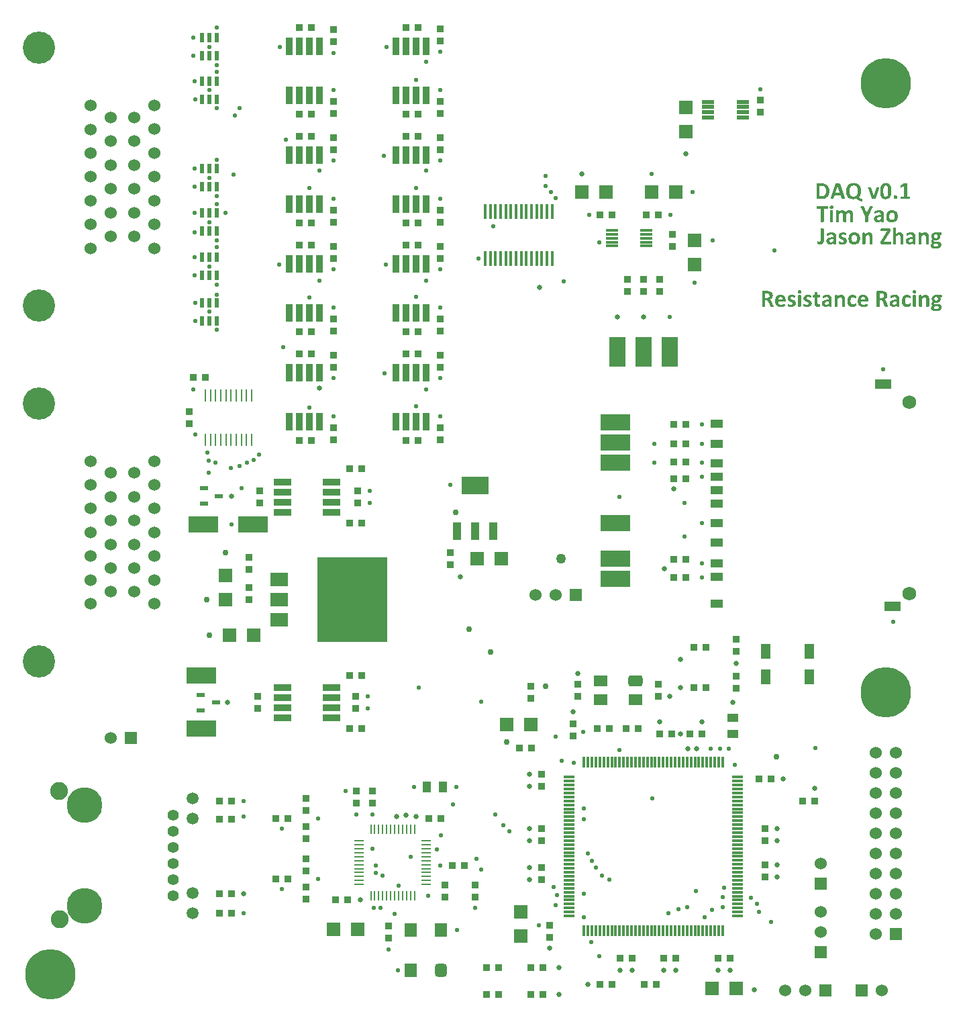
<source format=gts>
%FSAX24Y24*%
%MOIN*%
G70*
G01*
G75*
G04 Layer_Color=8388736*
%ADD10R,0.0512X0.0748*%
%ADD11R,0.0700X0.0650*%
%ADD12R,0.0350X0.0350*%
%ADD13R,0.0350X0.0350*%
%ADD14R,0.3500X0.4200*%
%ADD15R,0.0900X0.0700*%
%ADD16R,0.0374X0.0189*%
%ADD17R,0.0550X0.0400*%
%ADD18R,0.0650X0.0700*%
%ADD19R,0.0512X0.0110*%
%ADD20R,0.0110X0.0512*%
%ADD21R,0.0600X0.0650*%
G04:AMPARAMS|DCode=22|XSize=65mil|YSize=60mil|CornerRadius=15mil|HoleSize=0mil|Usage=FLASHONLY|Rotation=270.000|XOffset=0mil|YOffset=0mil|HoleType=Round|Shape=RoundedRectangle|*
%AMROUNDEDRECTD22*
21,1,0.0650,0.0300,0,0,270.0*
21,1,0.0350,0.0600,0,0,270.0*
1,1,0.0300,-0.0150,-0.0175*
1,1,0.0300,-0.0150,0.0175*
1,1,0.0300,0.0150,0.0175*
1,1,0.0300,0.0150,-0.0175*
%
%ADD22ROUNDEDRECTD22*%
%ADD23R,0.0236X0.0472*%
%ADD24R,0.0260X0.0800*%
%ADD25R,0.0709X0.0551*%
G04:AMPARAMS|DCode=26|XSize=70.9mil|YSize=55.1mil|CornerRadius=13.8mil|HoleSize=0mil|Usage=FLASHONLY|Rotation=180.000|XOffset=0mil|YOffset=0mil|HoleType=Round|Shape=RoundedRectangle|*
%AMROUNDEDRECTD26*
21,1,0.0709,0.0276,0,0,180.0*
21,1,0.0433,0.0551,0,0,180.0*
1,1,0.0276,-0.0217,0.0138*
1,1,0.0276,0.0217,0.0138*
1,1,0.0276,0.0217,-0.0138*
1,1,0.0276,-0.0217,-0.0138*
%
%ADD26ROUNDEDRECTD26*%
%ADD27R,0.1280X0.0846*%
%ADD28R,0.0374X0.0846*%
%ADD29R,0.0800X0.0260*%
%ADD30R,0.0140X0.0701*%
%ADD31R,0.0787X0.0472*%
%ADD32R,0.0591X0.0394*%
%ADD33R,0.0532X0.0138*%
%ADD34R,0.0138X0.0532*%
%ADD35R,0.0400X0.0550*%
%ADD36R,0.0098X0.0610*%
%ADD37R,0.0571X0.0098*%
%ADD38R,0.0571X0.0177*%
%ADD39R,0.1500X0.0800*%
%ADD40R,0.0800X0.1500*%
%ADD41C,0.0100*%
%ADD42C,0.0120*%
%ADD43C,0.0110*%
%ADD44C,0.0150*%
%ADD45C,0.0130*%
%ADD46C,0.0200*%
%ADD47C,0.0300*%
%ADD48C,0.0600*%
%ADD49R,0.0600X0.0600*%
%ADD50R,0.0600X0.0600*%
%ADD51C,0.0591*%
%ADD52C,0.0551*%
%ADD53C,0.0886*%
%ADD54C,0.1772*%
%ADD55C,0.0220*%
%ADD56C,0.0250*%
%ADD57C,0.1600*%
%ADD58C,0.0689*%
%ADD59C,0.0300*%
%ADD60C,0.0500*%
%ADD61C,0.0400*%
%ADD62C,0.2500*%
%ADD63C,0.0079*%
%ADD64C,0.0500*%
%ADD65C,0.0060*%
%ADD66C,0.0070*%
%ADD67C,0.0020*%
%ADD68R,0.0434X0.0249*%
%ADD69R,0.0320X0.0860*%
%ADD70R,0.1340X0.0906*%
%ADD71R,0.0434X0.0906*%
%ADD72R,0.0860X0.0320*%
%ADD73R,0.0180X0.0741*%
%ADD74R,0.0610X0.0138*%
%ADD75R,0.0591X0.0197*%
G36*
X049983Y045963D02*
X049993D01*
X050016Y045957D01*
X050027Y045952D01*
X050034Y045946D01*
X050035Y045945D01*
X050037Y045943D01*
X050040Y045939D01*
X050044Y045932D01*
X050047Y045924D01*
X050050Y045913D01*
X050052Y045900D01*
X050053Y045885D01*
Y045883D01*
Y045878D01*
X050052Y045870D01*
X050050Y045860D01*
X050046Y045840D01*
X050040Y045829D01*
X050034Y045822D01*
X050032D01*
X050030Y045819D01*
X050025Y045818D01*
X050018Y045815D01*
X050009Y045812D01*
X049997Y045809D01*
X049983Y045807D01*
X049965Y045806D01*
X049956D01*
X049948Y045807D01*
X049937D01*
X049914Y045813D01*
X049904Y045816D01*
X049896Y045822D01*
Y045823D01*
X049893Y045825D01*
X049890Y045829D01*
X049888Y045835D01*
X049885Y045844D01*
X049882Y045854D01*
X049880Y045867D01*
X049879Y045882D01*
Y045883D01*
Y045889D01*
X049880Y045897D01*
X049882Y045907D01*
X049886Y045927D01*
X049890Y045938D01*
X049896Y045945D01*
X049898Y045946D01*
X049901Y045948D01*
X049905Y045951D01*
X049912Y045955D01*
X049921Y045958D01*
X049933Y045961D01*
X049948Y045963D01*
X049965Y045964D01*
X049974D01*
X049983Y045963D01*
D02*
G37*
G36*
X055686D02*
X055697D01*
X055720Y045957D01*
X055730Y045952D01*
X055738Y045946D01*
X055739Y045945D01*
X055741Y045943D01*
X055744Y045939D01*
X055748Y045932D01*
X055751Y045924D01*
X055754Y045913D01*
X055755Y045900D01*
X055757Y045885D01*
Y045883D01*
Y045878D01*
X055755Y045870D01*
X055754Y045860D01*
X055749Y045840D01*
X055744Y045829D01*
X055738Y045822D01*
X055736D01*
X055733Y045819D01*
X055729Y045818D01*
X055722Y045815D01*
X055713Y045812D01*
X055701Y045809D01*
X055686Y045807D01*
X055669Y045806D01*
X055660D01*
X055651Y045807D01*
X055641D01*
X055618Y045813D01*
X055607Y045816D01*
X055600Y045822D01*
Y045823D01*
X055597Y045825D01*
X055594Y045829D01*
X055591Y045835D01*
X055588Y045844D01*
X055585Y045854D01*
X055584Y045867D01*
X055582Y045882D01*
Y045883D01*
Y045889D01*
X055584Y045897D01*
X055585Y045907D01*
X055590Y045927D01*
X055594Y045938D01*
X055600Y045945D01*
X055602Y045946D01*
X055604Y045948D01*
X055609Y045951D01*
X055616Y045955D01*
X055625Y045958D01*
X055637Y045961D01*
X055651Y045963D01*
X055669Y045964D01*
X055678D01*
X055686Y045963D01*
D02*
G37*
G36*
X052687Y051289D02*
X052708Y051288D01*
X052731Y051285D01*
X052757Y051280D01*
X052784Y051274D01*
X052809Y051267D01*
X052810D01*
X052812Y051266D01*
X052820Y051263D01*
X052832Y051257D01*
X052848Y051250D01*
X052866Y051239D01*
X052885Y051228D01*
X052904Y051213D01*
X052921Y051195D01*
X052923Y051194D01*
X052929Y051187D01*
X052937Y051176D01*
X052948Y051162D01*
X052959Y051144D01*
X052971Y051124D01*
X052981Y051099D01*
X052992Y051072D01*
Y051071D01*
X052993Y051069D01*
X052995Y051065D01*
X052996Y051059D01*
X052999Y051045D01*
X053005Y051023D01*
X053009Y050998D01*
X053012Y050968D01*
X053015Y050935D01*
X053017Y050898D01*
Y050895D01*
Y050889D01*
Y050879D01*
X053015Y050866D01*
Y050851D01*
X053014Y050835D01*
X053009Y050800D01*
Y050799D01*
X053008Y050793D01*
X053006Y050784D01*
X053003Y050772D01*
X053000Y050759D01*
X052997Y050744D01*
X052989Y050715D01*
Y050714D01*
X052986Y050708D01*
X052983Y050701D01*
X052980Y050692D01*
X052976Y050680D01*
X052970Y050668D01*
X052956Y050643D01*
X052955Y050642D01*
X052954Y050638D01*
X052949Y050632D01*
X052943Y050624D01*
X052930Y050605D01*
X052913Y050586D01*
X052914Y050585D01*
X052918Y050581D01*
X052926Y050575D01*
X052935Y050569D01*
X052956Y050551D01*
X052978Y050537D01*
X052980D01*
X052983Y050534D01*
X052989Y050531D01*
X052996Y050528D01*
X053011Y050519D01*
X053027Y050512D01*
X053028D01*
X053030Y050510D01*
X053038Y050507D01*
X053047Y050504D01*
X053057Y050500D01*
X053059D01*
X053065Y050499D01*
X053069Y050496D01*
X053075Y050491D01*
X053077Y050490D01*
X053079Y050487D01*
X053082Y050479D01*
X053085Y050471D01*
X053087Y050468D01*
X053088Y050459D01*
X053090Y050446D01*
Y050428D01*
Y050427D01*
Y050425D01*
Y050415D01*
X053088Y050405D01*
X053087Y050393D01*
Y050392D01*
X053085Y050386D01*
X053084Y050378D01*
X053081Y050373D01*
Y050371D01*
X053079Y050368D01*
X053077Y050365D01*
X053074Y050364D01*
X053071Y050362D01*
X053065Y050361D01*
X053056D01*
X053050Y050362D01*
X053043Y050364D01*
X053034Y050365D01*
X053012Y050373D01*
X053011D01*
X053006Y050374D01*
X053000Y050377D01*
X052992Y050380D01*
X052981Y050384D01*
X052970Y050390D01*
X052943Y050403D01*
X052942Y050405D01*
X052937Y050408D01*
X052930Y050412D01*
X052920Y050418D01*
X052908Y050424D01*
X052896Y050433D01*
X052867Y050453D01*
X052866Y050455D01*
X052861Y050458D01*
X052854Y050463D01*
X052844Y050472D01*
X052833Y050481D01*
X052820Y050493D01*
X052795Y050518D01*
X052794D01*
X052791Y050516D01*
X052785Y050513D01*
X052776Y050510D01*
X052766Y050506D01*
X052756Y050503D01*
X052743Y050499D01*
X052728Y050496D01*
X052727D01*
X052721Y050494D01*
X052713Y050493D01*
X052703Y050491D01*
X052690Y050490D01*
X052675Y050488D01*
X052659Y050487D01*
X052627D01*
X052610Y050488D01*
X052588Y050490D01*
X052563Y050493D01*
X052536Y050496D01*
X052510Y050501D01*
X052484Y050509D01*
X052481Y050510D01*
X052472Y050513D01*
X052460Y050519D01*
X052444Y050526D01*
X052427Y050537D01*
X052407Y050548D01*
X052388Y050563D01*
X052371Y050581D01*
X052369Y050583D01*
X052364Y050589D01*
X052355Y050600D01*
X052346Y050614D01*
X052334Y050632D01*
X052324Y050652D01*
X052312Y050677D01*
X052304Y050704D01*
Y050705D01*
X052302Y050706D01*
Y050711D01*
X052301Y050717D01*
X052299Y050724D01*
X052296Y050733D01*
X052293Y050755D01*
X052289Y050781D01*
X052284Y050812D01*
X052283Y050845D01*
X052282Y050884D01*
Y050885D01*
Y050888D01*
Y050892D01*
Y050900D01*
X052283Y050907D01*
Y050917D01*
X052284Y050939D01*
X052287Y050966D01*
X052292Y050995D01*
X052298Y051023D01*
X052305Y051052D01*
Y051053D01*
X052306Y051055D01*
X052308Y051059D01*
X052309Y051065D01*
X052315Y051078D01*
X052323Y051097D01*
X052333Y051116D01*
X052345Y051138D01*
X052359Y051160D01*
X052375Y051181D01*
X052378Y051184D01*
X052384Y051190D01*
X052394Y051198D01*
X052409Y051210D01*
X052425Y051223D01*
X052446Y051236D01*
X052469Y051250D01*
X052494Y051261D01*
X052495D01*
X052497Y051263D01*
X052501Y051264D01*
X052507Y051266D01*
X052522Y051270D01*
X052541Y051276D01*
X052564Y051282D01*
X052592Y051286D01*
X052623Y051289D01*
X052656Y051291D01*
X052671D01*
X052687Y051289D01*
D02*
G37*
G36*
X050412Y045739D02*
X050429Y045736D01*
X050434D01*
X050438Y045734D01*
X050444D01*
X050457Y045731D01*
X050472Y045727D01*
X050473D01*
X050475Y045725D01*
X050483Y045724D01*
X050494Y045719D01*
X050504Y045715D01*
X050507Y045714D01*
X050511Y045712D01*
X050519Y045708D01*
X050523Y045705D01*
X050524D01*
X050526Y045702D01*
X050532Y045695D01*
X050533Y045692D01*
X050535Y045684D01*
Y045683D01*
X050536Y045680D01*
Y045676D01*
X050538Y045668D01*
Y045667D01*
X050539Y045662D01*
Y045655D01*
Y045646D01*
Y045643D01*
Y045638D01*
Y045629D01*
X050538Y045620D01*
Y045618D01*
X050536Y045614D01*
X050533Y045602D01*
Y045601D01*
X050532Y045599D01*
X050530Y045597D01*
X050527Y045595D01*
X050526D01*
X050520Y045594D01*
X050519D01*
X050516Y045595D01*
X050510Y045597D01*
X050502Y045599D01*
X050501Y045601D01*
X050495Y045604D01*
X050486Y045608D01*
X050475Y045613D01*
X050473D01*
X050472Y045614D01*
X050463Y045617D01*
X050451Y045621D01*
X050435Y045626D01*
X050434D01*
X050431Y045627D01*
X050426Y045629D01*
X050420Y045630D01*
X050404Y045632D01*
X050384Y045633D01*
X050372D01*
X050360Y045632D01*
X050347Y045629D01*
X050344Y045627D01*
X050338Y045626D01*
X050331Y045621D01*
X050322Y045616D01*
X050321Y045614D01*
X050318Y045611D01*
X050314Y045605D01*
X050309Y045598D01*
Y045597D01*
X050308Y045592D01*
X050306Y045585D01*
X050305Y045576D01*
Y045575D01*
Y045573D01*
X050306Y045564D01*
X050309Y045554D01*
X050315Y045544D01*
X050317Y045542D01*
X050324Y045536D01*
X050333Y045529D01*
X050346Y045522D01*
X050347D01*
X050349Y045520D01*
X050359Y045516D01*
X050372Y045510D01*
X050388Y045504D01*
X050390D01*
X050393Y045503D01*
X050397Y045501D01*
X050403Y045498D01*
X050418Y045493D01*
X050435Y045485D01*
X050437D01*
X050439Y045484D01*
X050444Y045482D01*
X050451Y045479D01*
X050466Y045472D01*
X050483Y045463D01*
X050485D01*
X050488Y045460D01*
X050492Y045457D01*
X050498Y045455D01*
X050511Y045444D01*
X050526Y045430D01*
X050527Y045428D01*
X050529Y045427D01*
X050533Y045422D01*
X050538Y045416D01*
X050546Y045402D01*
X050557Y045384D01*
Y045383D01*
X050558Y045380D01*
X050561Y045374D01*
X050562Y045367D01*
X050565Y045358D01*
X050567Y045346D01*
X050568Y045321D01*
Y045320D01*
Y045314D01*
X050567Y045305D01*
Y045295D01*
X050564Y045282D01*
X050561Y045269D01*
X050557Y045254D01*
X050551Y045241D01*
X050549Y045239D01*
X050548Y045235D01*
X050543Y045229D01*
X050538Y045220D01*
X050523Y045201D01*
X050502Y045182D01*
X050501Y045181D01*
X050497Y045178D01*
X050491Y045175D01*
X050482Y045169D01*
X050470Y045163D01*
X050458Y045159D01*
X050444Y045153D01*
X050428Y045149D01*
X050426D01*
X050420Y045147D01*
X050412Y045146D01*
X050400Y045143D01*
X050387Y045141D01*
X050371Y045138D01*
X050355Y045137D01*
X050325D01*
X050318Y045138D01*
X050299Y045140D01*
X050278Y045143D01*
X050277D01*
X050274Y045144D01*
X050270D01*
X050262Y045146D01*
X050248Y045149D01*
X050230Y045153D01*
X050229D01*
X050227Y045154D01*
X050217Y045157D01*
X050205Y045162D01*
X050194Y045166D01*
X050191Y045168D01*
X050185Y045170D01*
X050177Y045175D01*
X050172Y045179D01*
X050170Y045181D01*
X050169Y045185D01*
X050166Y045191D01*
X050163Y045200D01*
Y045203D01*
X050161Y045210D01*
X050160Y045222D01*
Y045239D01*
Y045241D01*
Y045242D01*
Y045250D01*
Y045258D01*
Y045267D01*
Y045269D01*
X050161Y045273D01*
Y045279D01*
X050163Y045283D01*
Y045285D01*
X050164Y045288D01*
X050167Y045291D01*
X050169Y045292D01*
X050170D01*
X050172Y045293D01*
X050179Y045295D01*
X050180D01*
X050185Y045293D01*
X050191Y045292D01*
X050198Y045286D01*
X050201Y045285D01*
X050207Y045282D01*
X050217Y045276D01*
X050230Y045270D01*
X050232D01*
X050233Y045269D01*
X050237Y045267D01*
X050243Y045264D01*
X050258Y045260D01*
X050276Y045254D01*
X050277D01*
X050280Y045252D01*
X050286Y045251D01*
X050292D01*
X050300Y045250D01*
X050311Y045248D01*
X050334Y045247D01*
X050346D01*
X050357Y045248D01*
X050369Y045250D01*
X050371D01*
X050372Y045251D01*
X050379Y045252D01*
X050388Y045257D01*
X050397Y045261D01*
X050398Y045263D01*
X050404Y045267D01*
X050409Y045273D01*
X050415Y045282D01*
X050416Y045283D01*
X050419Y045289D01*
X050420Y045298D01*
X050422Y045310D01*
Y045311D01*
Y045312D01*
X050420Y045320D01*
X050418Y045330D01*
X050410Y045340D01*
X050409Y045343D01*
X050401Y045348D01*
X050393Y045355D01*
X050379Y045362D01*
X050378D01*
X050377Y045364D01*
X050368Y045368D01*
X050355Y045374D01*
X050338Y045380D01*
X050337D01*
X050334Y045381D01*
X050330Y045383D01*
X050324Y045386D01*
X050309Y045392D01*
X050292Y045399D01*
X050290D01*
X050287Y045400D01*
X050283Y045403D01*
X050277Y045406D01*
X050261Y045414D01*
X050243Y045422D01*
X050242D01*
X050239Y045425D01*
X050236Y045428D01*
X050230Y045431D01*
X050217Y045441D01*
X050202Y045455D01*
Y045456D01*
X050199Y045457D01*
X050196Y045462D01*
X050192Y045468D01*
X050183Y045482D01*
X050173Y045500D01*
Y045501D01*
X050172Y045504D01*
X050170Y045510D01*
X050169Y045519D01*
X050166Y045528D01*
X050164Y045539D01*
X050163Y045566D01*
Y045567D01*
Y045572D01*
X050164Y045579D01*
Y045589D01*
X050166Y045599D01*
X050169Y045611D01*
X050177Y045636D01*
Y045638D01*
X050180Y045642D01*
X050183Y045648D01*
X050188Y045655D01*
X050201Y045673D01*
X050220Y045690D01*
X050221Y045692D01*
X050226Y045695D01*
X050232Y045699D01*
X050239Y045703D01*
X050249Y045709D01*
X050261Y045715D01*
X050289Y045727D01*
X050290D01*
X050296Y045728D01*
X050305Y045731D01*
X050315Y045734D01*
X050330Y045736D01*
X050344Y045739D01*
X050362Y045740D01*
X050397D01*
X050412Y045739D01*
D02*
G37*
G36*
X052047D02*
X052060Y045737D01*
X052075Y045736D01*
X052091Y045733D01*
X052105Y045727D01*
X052120Y045721D01*
X052122Y045719D01*
X052126Y045718D01*
X052133Y045714D01*
X052142Y045708D01*
X052163Y045693D01*
X052182Y045673D01*
X052183Y045671D01*
X052186Y045667D01*
X052189Y045661D01*
X052195Y045652D01*
X052201Y045642D01*
X052205Y045629D01*
X052211Y045616D01*
X052215Y045599D01*
Y045598D01*
X052217Y045592D01*
X052218Y045583D01*
X052221Y045572D01*
X052223Y045557D01*
X052224Y045541D01*
X052226Y045522D01*
Y045501D01*
Y045170D01*
Y045169D01*
Y045168D01*
X052224Y045163D01*
X052221Y045160D01*
X052218Y045157D01*
X052215Y045156D01*
X052209Y045153D01*
X052208D01*
X052204Y045151D01*
X052196Y045150D01*
X052186Y045149D01*
X052176D01*
X052164Y045147D01*
X052125D01*
X052113Y045149D01*
X052110D01*
X052104Y045150D01*
X052097Y045151D01*
X052089Y045153D01*
X052088D01*
X052085Y045154D01*
X052081Y045157D01*
X052078Y045160D01*
Y045162D01*
X052076Y045163D01*
X052075Y045170D01*
Y045475D01*
Y045476D01*
Y045481D01*
Y045488D01*
Y045497D01*
X052072Y045517D01*
X052070Y045528D01*
X052069Y045536D01*
Y045538D01*
X052067Y045541D01*
X052065Y045550D01*
X052059Y045561D01*
X052051Y045575D01*
Y045576D01*
X052050Y045577D01*
X052044Y045583D01*
X052035Y045592D01*
X052024Y045599D01*
X052021Y045601D01*
X052013Y045604D01*
X052000Y045607D01*
X051984Y045608D01*
X051980D01*
X051974Y045607D01*
X051966Y045605D01*
X051956Y045602D01*
X051947Y045599D01*
X051936Y045594D01*
X051925Y045586D01*
X051924Y045585D01*
X051921Y045582D01*
X051915Y045577D01*
X051906Y045572D01*
X051898Y045563D01*
X051887Y045551D01*
X051877Y045539D01*
X051865Y045525D01*
Y045170D01*
Y045169D01*
Y045168D01*
X051864Y045163D01*
X051861Y045160D01*
X051858Y045157D01*
X051855Y045156D01*
X051849Y045153D01*
X051848D01*
X051843Y045151D01*
X051836Y045150D01*
X051826Y045149D01*
X051816D01*
X051804Y045147D01*
X051764D01*
X051753Y045149D01*
X051750D01*
X051744Y045150D01*
X051737Y045151D01*
X051729Y045153D01*
X051728D01*
X051725Y045154D01*
X051720Y045157D01*
X051718Y045160D01*
Y045162D01*
X051716Y045163D01*
X051715Y045170D01*
Y045705D01*
Y045706D01*
Y045708D01*
X051718Y045715D01*
Y045717D01*
X051720Y045718D01*
X051723Y045719D01*
X051728Y045722D01*
X051729D01*
X051734Y045724D01*
X051740Y045725D01*
X051747Y045727D01*
X051750D01*
X051756Y045728D01*
X051766Y045730D01*
X051791D01*
X051800Y045728D01*
X051810Y045727D01*
X051813D01*
X051817Y045725D01*
X051823Y045724D01*
X051829Y045722D01*
X051830D01*
X051833Y045721D01*
X051836Y045718D01*
X051839Y045715D01*
X051841Y045712D01*
X051842Y045705D01*
Y045643D01*
X051843Y045645D01*
X051849Y045651D01*
X051858Y045659D01*
X051870Y045671D01*
X051884Y045681D01*
X051899Y045695D01*
X051915Y045705D01*
X051933Y045715D01*
X051934Y045717D01*
X051940Y045719D01*
X051950Y045722D01*
X051962Y045728D01*
X051977Y045733D01*
X051993Y045736D01*
X052009Y045739D01*
X052028Y045740D01*
X052037D01*
X052047Y045739D01*
D02*
G37*
G36*
X056228D02*
X056241Y045737D01*
X056256Y045736D01*
X056272Y045733D01*
X056287Y045727D01*
X056301Y045721D01*
X056303Y045719D01*
X056307Y045718D01*
X056315Y045714D01*
X056323Y045708D01*
X056344Y045693D01*
X056363Y045673D01*
X056364Y045671D01*
X056367Y045667D01*
X056370Y045661D01*
X056376Y045652D01*
X056382Y045642D01*
X056386Y045629D01*
X056392Y045616D01*
X056396Y045599D01*
Y045598D01*
X056398Y045592D01*
X056399Y045583D01*
X056402Y045572D01*
X056404Y045557D01*
X056405Y045541D01*
X056407Y045522D01*
Y045501D01*
Y045170D01*
Y045169D01*
Y045168D01*
X056405Y045163D01*
X056402Y045160D01*
X056399Y045157D01*
X056396Y045156D01*
X056391Y045153D01*
X056389D01*
X056385Y045151D01*
X056377Y045150D01*
X056367Y045149D01*
X056357D01*
X056345Y045147D01*
X056306D01*
X056294Y045149D01*
X056291D01*
X056285Y045150D01*
X056278Y045151D01*
X056271Y045153D01*
X056269D01*
X056266Y045154D01*
X056262Y045157D01*
X056259Y045160D01*
Y045162D01*
X056257Y045163D01*
X056256Y045170D01*
Y045475D01*
Y045476D01*
Y045481D01*
Y045488D01*
Y045497D01*
X056253Y045517D01*
X056252Y045528D01*
X056250Y045536D01*
Y045538D01*
X056249Y045541D01*
X056246Y045550D01*
X056240Y045561D01*
X056233Y045575D01*
Y045576D01*
X056231Y045577D01*
X056225Y045583D01*
X056216Y045592D01*
X056205Y045599D01*
X056202Y045601D01*
X056194Y045604D01*
X056181Y045607D01*
X056165Y045608D01*
X056161D01*
X056155Y045607D01*
X056148Y045605D01*
X056137Y045602D01*
X056129Y045599D01*
X056117Y045594D01*
X056107Y045586D01*
X056105Y045585D01*
X056102Y045582D01*
X056096Y045577D01*
X056088Y045572D01*
X056079Y045563D01*
X056069Y045551D01*
X056058Y045539D01*
X056047Y045525D01*
Y045170D01*
Y045169D01*
Y045168D01*
X056045Y045163D01*
X056042Y045160D01*
X056039Y045157D01*
X056036Y045156D01*
X056030Y045153D01*
X056029D01*
X056025Y045151D01*
X056017Y045150D01*
X056007Y045149D01*
X055997D01*
X055985Y045147D01*
X055946D01*
X055934Y045149D01*
X055931D01*
X055925Y045150D01*
X055918Y045151D01*
X055910Y045153D01*
X055909D01*
X055906Y045154D01*
X055902Y045157D01*
X055899Y045160D01*
Y045162D01*
X055897Y045163D01*
X055896Y045170D01*
Y045705D01*
Y045706D01*
Y045708D01*
X055899Y045715D01*
Y045717D01*
X055902Y045718D01*
X055905Y045719D01*
X055909Y045722D01*
X055910D01*
X055915Y045724D01*
X055921Y045725D01*
X055928Y045727D01*
X055931D01*
X055937Y045728D01*
X055947Y045730D01*
X055972D01*
X055981Y045728D01*
X055991Y045727D01*
X055994D01*
X055998Y045725D01*
X056004Y045724D01*
X056010Y045722D01*
X056011D01*
X056014Y045721D01*
X056017Y045718D01*
X056020Y045715D01*
X056022Y045712D01*
X056023Y045705D01*
Y045643D01*
X056025Y045645D01*
X056030Y045651D01*
X056039Y045659D01*
X056051Y045671D01*
X056066Y045681D01*
X056080Y045695D01*
X056096Y045705D01*
X056114Y045715D01*
X056115Y045717D01*
X056121Y045719D01*
X056132Y045722D01*
X056143Y045728D01*
X056158Y045733D01*
X056174Y045736D01*
X056190Y045739D01*
X056209Y045740D01*
X056218D01*
X056228Y045739D01*
D02*
G37*
G36*
X051081Y051274D02*
X051106Y051273D01*
X051134Y051270D01*
X051163Y051266D01*
X051192Y051260D01*
X051220Y051251D01*
X051222D01*
X051223Y051250D01*
X051232Y051247D01*
X051247Y051241D01*
X051263Y051232D01*
X051282Y051222D01*
X051302Y051210D01*
X051323Y051195D01*
X051342Y051178D01*
X051345Y051176D01*
X051350Y051169D01*
X051359Y051159D01*
X051370Y051146D01*
X051383Y051128D01*
X051394Y051109D01*
X051408Y051086D01*
X051418Y051061D01*
Y051059D01*
X051419Y051058D01*
X051421Y051053D01*
X051422Y051049D01*
X051427Y051034D01*
X051431Y051014D01*
X051435Y050990D01*
X051440Y050963D01*
X051443Y050932D01*
X051444Y050898D01*
Y050897D01*
Y050894D01*
Y050888D01*
Y050881D01*
X051443Y050872D01*
Y050860D01*
X051441Y050835D01*
X051437Y050806D01*
X051432Y050777D01*
X051425Y050744D01*
X051415Y050715D01*
Y050714D01*
X051413Y050712D01*
X051410Y050704D01*
X051403Y050689D01*
X051394Y050671D01*
X051383Y050652D01*
X051370Y050632D01*
X051353Y050611D01*
X051334Y050592D01*
X051331Y050591D01*
X051326Y050585D01*
X051314Y050576D01*
X051299Y050566D01*
X051282Y050554D01*
X051260Y050542D01*
X051235Y050531D01*
X051208Y050522D01*
X051207D01*
X051206Y050521D01*
X051201D01*
X051195Y050519D01*
X051188Y050518D01*
X051179Y050515D01*
X051159Y050512D01*
X051132Y050507D01*
X051102Y050503D01*
X051068Y050501D01*
X051031Y050500D01*
X050842D01*
X050834Y050501D01*
X050823Y050504D01*
X050813Y050510D01*
X050812Y050513D01*
X050807Y050519D01*
X050801Y050532D01*
X050800Y050540D01*
Y050550D01*
Y051226D01*
Y051228D01*
Y051231D01*
X050801Y051235D01*
Y051241D01*
X050806Y051254D01*
X050813Y051264D01*
X050816Y051266D01*
X050822Y051270D01*
X050832Y051274D01*
X050845Y051276D01*
X051071D01*
X051081Y051274D01*
D02*
G37*
G36*
X055267Y051280D02*
X055270D01*
X055275Y051279D01*
X055283Y051277D01*
X055289Y051276D01*
X055290D01*
X055293Y051274D01*
X055296Y051273D01*
X055299Y051270D01*
X055300Y051269D01*
X055302Y051263D01*
Y050622D01*
X055431D01*
X055435Y050620D01*
X055438Y050617D01*
X055439D01*
X055441Y050614D01*
X055442Y050611D01*
X055445Y050607D01*
Y050605D01*
X055447Y050602D01*
X055448Y050595D01*
X055450Y050588D01*
Y050586D01*
X055451Y050581D01*
X055453Y050570D01*
Y050559D01*
Y050556D01*
Y050550D01*
X055451Y050540D01*
X055450Y050531D01*
Y050529D01*
X055448Y050523D01*
X055447Y050518D01*
X055445Y050512D01*
Y050510D01*
X055444Y050509D01*
X055438Y050503D01*
X055435Y050501D01*
X055428Y050500D01*
X054996D01*
X054990Y050503D01*
X054987Y050506D01*
X054983Y050512D01*
Y050513D01*
X054981Y050518D01*
X054980Y050523D01*
X054978Y050531D01*
Y050532D01*
Y050538D01*
X054977Y050547D01*
Y050559D01*
Y050560D01*
Y050561D01*
Y050569D01*
Y050579D01*
X054978Y050588D01*
Y050589D01*
X054980Y050595D01*
X054981Y050601D01*
X054983Y050607D01*
Y050608D01*
X054984Y050611D01*
X054987Y050614D01*
X054990Y050617D01*
X054991Y050619D01*
X054993Y050620D01*
X054996Y050622D01*
X055145D01*
Y051127D01*
X055019Y051058D01*
X055018Y051056D01*
X055012Y051053D01*
X055005Y051050D01*
X054997Y051049D01*
X054987D01*
X054983Y051052D01*
Y051053D01*
X054980Y051056D01*
X054978Y051062D01*
X054977Y051069D01*
Y051072D01*
Y051080D01*
X054975Y051090D01*
Y051106D01*
Y051109D01*
Y051115D01*
Y051122D01*
Y051130D01*
Y051131D01*
Y051135D01*
X054978Y051144D01*
Y051146D01*
X054980Y051149D01*
X054984Y051156D01*
X054986Y051157D01*
X054987Y051159D01*
X054996Y051165D01*
X055163Y051273D01*
X055164Y051274D01*
X055170Y051277D01*
X055171D01*
X055173Y051279D01*
X055183D01*
X055188Y051280D01*
X055202D01*
X055210Y051282D01*
X055255D01*
X055267Y051280D01*
D02*
G37*
G36*
X053885Y051078D02*
X053888D01*
X053893Y051077D01*
X053901Y051075D01*
X053907Y051074D01*
X053908D01*
X053911Y051072D01*
X053915Y051069D01*
X053918Y051067D01*
X053920Y051064D01*
X053921Y051056D01*
Y051053D01*
Y051048D01*
Y051046D01*
X053920Y051039D01*
Y051037D01*
X053918Y051036D01*
X053917Y051027D01*
Y051026D01*
X053915Y051023D01*
Y051018D01*
X053914Y051012D01*
X053753Y050529D01*
Y050528D01*
X053751Y050523D01*
X053744Y050512D01*
X053743Y050510D01*
X053741Y050509D01*
X053735Y050506D01*
X053728Y050503D01*
X053727D01*
X053719Y050501D01*
X053709Y050500D01*
X053696Y050499D01*
X053683D01*
X053675Y050497D01*
X053609D01*
X053592Y050499D01*
X053589D01*
X053580Y050500D01*
X053570Y050501D01*
X053560Y050503D01*
X053558D01*
X053554Y050506D01*
X053548Y050507D01*
X053544Y050512D01*
Y050513D01*
X053541Y050516D01*
X053539Y050522D01*
X053536Y050529D01*
X053375Y051012D01*
Y051014D01*
X053372Y051020D01*
X053371Y051026D01*
X053368Y051033D01*
Y051034D01*
Y051039D01*
X053366Y051043D01*
Y051048D01*
Y051049D01*
Y051050D01*
Y051056D01*
Y051058D01*
Y051059D01*
X053369Y051067D01*
X053371Y051068D01*
X053372Y051069D01*
X053381Y051074D01*
X053383D01*
X053387Y051075D01*
X053394Y051077D01*
X053404Y051078D01*
X053407D01*
X053415Y051080D01*
X053456D01*
X053469Y051078D01*
X053481Y051077D01*
X053484D01*
X053489Y051075D01*
X053497Y051074D01*
X053504Y051072D01*
X053505D01*
X053508Y051071D01*
X053513Y051069D01*
X053516Y051065D01*
X053517Y051064D01*
X053519Y051062D01*
X053523Y051053D01*
X053646Y050661D01*
X053649Y050645D01*
X053652Y050661D01*
X053772Y051053D01*
Y051055D01*
X053773Y051058D01*
X053778Y051065D01*
X053779Y051067D01*
X053781Y051068D01*
X053785Y051071D01*
X053789Y051072D01*
X053791D01*
X053795Y051074D01*
X053803Y051075D01*
X053811Y051077D01*
X053814D01*
X053822Y051078D01*
X053833Y051080D01*
X053873D01*
X053885Y051078D01*
D02*
G37*
G36*
X054281Y051289D02*
X054300Y051288D01*
X054321Y051283D01*
X054343Y051279D01*
X054365Y051272D01*
X054385Y051263D01*
X054388Y051261D01*
X054394Y051258D01*
X054404Y051251D01*
X054416Y051242D01*
X054429Y051231D01*
X054442Y051217D01*
X054457Y051201D01*
X054469Y051184D01*
X054470Y051181D01*
X054473Y051175D01*
X054479Y051163D01*
X054486Y051149D01*
X054492Y051131D01*
X054500Y051109D01*
X054505Y051084D01*
X054511Y051058D01*
Y051056D01*
Y051055D01*
X054513Y051050D01*
Y051045D01*
X054516Y051030D01*
X054519Y051009D01*
X054520Y050985D01*
X054523Y050957D01*
X054524Y050925D01*
Y050891D01*
Y050889D01*
Y050887D01*
Y050882D01*
Y050875D01*
Y050867D01*
X054523Y050857D01*
Y050835D01*
X054520Y050809D01*
X054517Y050781D01*
X054514Y050752D01*
X054508Y050723D01*
Y050721D01*
Y050720D01*
X054507Y050715D01*
X054505Y050711D01*
X054502Y050696D01*
X054497Y050679D01*
X054491Y050658D01*
X054482Y050638D01*
X054472Y050616D01*
X054460Y050595D01*
X054459Y050592D01*
X054454Y050586D01*
X054447Y050578D01*
X054437Y050566D01*
X054423Y050553D01*
X054409Y050540D01*
X054391Y050526D01*
X054372Y050515D01*
X054369Y050513D01*
X054362Y050510D01*
X054350Y050506D01*
X054336Y050501D01*
X054317Y050496D01*
X054293Y050491D01*
X054267Y050488D01*
X054239Y050487D01*
X054226D01*
X054211Y050488D01*
X054192Y050490D01*
X054172Y050493D01*
X054148Y050499D01*
X054126Y050504D01*
X054106Y050513D01*
X054103Y050515D01*
X054097Y050519D01*
X054088Y050525D01*
X054076Y050534D01*
X054063Y050545D01*
X054050Y050559D01*
X054035Y050575D01*
X054024Y050592D01*
X054022Y050595D01*
X054019Y050601D01*
X054013Y050613D01*
X054008Y050627D01*
X054000Y050645D01*
X053993Y050667D01*
X053987Y050690D01*
X053981Y050717D01*
Y050718D01*
Y050720D01*
X053980Y050724D01*
Y050730D01*
X053978Y050746D01*
X053975Y050766D01*
X053974Y050791D01*
X053971Y050819D01*
X053970Y050851D01*
Y050885D01*
Y050887D01*
Y050889D01*
Y050894D01*
Y050901D01*
Y050908D01*
X053971Y050919D01*
Y050941D01*
X053972Y050967D01*
X053975Y050995D01*
X053980Y051023D01*
X053984Y051052D01*
Y051053D01*
X053986Y051055D01*
Y051059D01*
X053987Y051065D01*
X053990Y051078D01*
X053996Y051097D01*
X054002Y051116D01*
X054011Y051138D01*
X054021Y051160D01*
X054033Y051181D01*
X054034Y051184D01*
X054038Y051190D01*
X054047Y051198D01*
X054057Y051210D01*
X054069Y051223D01*
X054085Y051236D01*
X054103Y051250D01*
X054122Y051261D01*
X054125Y051263D01*
X054132Y051266D01*
X054144Y051270D01*
X054158Y051276D01*
X054177Y051282D01*
X054201Y051286D01*
X054226Y051289D01*
X054254Y051291D01*
X054267D01*
X054281Y051289D01*
D02*
G37*
G36*
X054738Y050677D02*
X054750Y050676D01*
X054772Y050671D01*
X054782Y050665D01*
X054791Y050660D01*
X054792Y050658D01*
X054794Y050655D01*
X054797Y050651D01*
X054801Y050643D01*
X054804Y050633D01*
X054807Y050620D01*
X054808Y050605D01*
X054810Y050586D01*
Y050583D01*
Y050578D01*
X054808Y050567D01*
X054807Y050556D01*
X054803Y050531D01*
X054797Y050521D01*
X054791Y050512D01*
X054789Y050510D01*
X054786Y050509D01*
X054782Y050506D01*
X054775Y050503D01*
X054766Y050499D01*
X054753Y050496D01*
X054738Y050494D01*
X054721Y050493D01*
X054713D01*
X054704Y050494D01*
X054693Y050496D01*
X054671Y050500D01*
X054661Y050504D01*
X054652Y050510D01*
X054650Y050512D01*
X054649Y050515D01*
X054646Y050519D01*
X054643Y050526D01*
X054639Y050537D01*
X054636Y050550D01*
X054634Y050564D01*
X054633Y050583D01*
Y050586D01*
Y050592D01*
X054634Y050602D01*
X054636Y050614D01*
X054642Y050639D01*
X054646Y050649D01*
X054652Y050658D01*
X054653Y050660D01*
X054656Y050661D01*
X054661Y050664D01*
X054668Y050668D01*
X054677Y050673D01*
X054690Y050676D01*
X054704Y050677D01*
X054722Y050679D01*
X054731D01*
X054738Y050677D01*
D02*
G37*
G36*
X051910Y051279D02*
X051914D01*
X051923Y051277D01*
X051933Y051276D01*
X051943Y051274D01*
X051945D01*
X051949Y051272D01*
X051955Y051269D01*
X051959Y051264D01*
X051961Y051263D01*
X051962Y051260D01*
X051965Y051254D01*
X051968Y051247D01*
X052208Y050559D01*
Y050557D01*
X052210Y050556D01*
X052213Y050545D01*
X052216Y050535D01*
X052217Y050523D01*
Y050522D01*
Y050518D01*
X052216Y050512D01*
X052211Y050506D01*
X052210Y050504D01*
X052207Y050503D01*
X052200Y050500D01*
X052188Y050499D01*
X052176D01*
X052162Y050497D01*
X052109D01*
X052094Y050499D01*
X052091D01*
X052085Y050500D01*
X052077D01*
X052069Y050501D01*
X052068D01*
X052065Y050503D01*
X052060Y050504D01*
X052056Y050507D01*
Y050509D01*
X052055Y050512D01*
X052050Y050521D01*
X052000Y050677D01*
X051706D01*
X051658Y050525D01*
Y050523D01*
X051656Y050521D01*
X051651Y050510D01*
X051648Y050507D01*
X051645Y050506D01*
X051639Y050503D01*
X051637D01*
X051633Y050501D01*
X051624Y050500D01*
X051614Y050499D01*
X051604D01*
X051591Y050497D01*
X051542D01*
X051529Y050499D01*
X051526D01*
X051522Y050500D01*
X051514Y050503D01*
X051509Y050506D01*
X051507Y050507D01*
X051506Y050512D01*
X051504Y050518D01*
Y050526D01*
Y050529D01*
X051506Y050535D01*
X051509Y050547D01*
X051513Y050560D01*
X051753Y051248D01*
Y051250D01*
X051755Y051254D01*
X051757Y051260D01*
X051760Y051264D01*
X051762Y051266D01*
X051765Y051269D01*
X051769Y051272D01*
X051776Y051274D01*
X051778D01*
X051784Y051276D01*
X051793Y051277D01*
X051804Y051279D01*
X051812D01*
X051817Y051280D01*
X051892D01*
X051910Y051279D01*
D02*
G37*
G36*
X049620Y045739D02*
X049637Y045736D01*
X049642D01*
X049646Y045734D01*
X049652D01*
X049665Y045731D01*
X049680Y045727D01*
X049681D01*
X049683Y045725D01*
X049691Y045724D01*
X049702Y045719D01*
X049712Y045715D01*
X049715Y045714D01*
X049719Y045712D01*
X049727Y045708D01*
X049731Y045705D01*
X049732D01*
X049734Y045702D01*
X049740Y045695D01*
X049741Y045692D01*
X049743Y045684D01*
Y045683D01*
X049744Y045680D01*
Y045676D01*
X049746Y045668D01*
Y045667D01*
X049747Y045662D01*
Y045655D01*
Y045646D01*
Y045643D01*
Y045638D01*
Y045629D01*
X049746Y045620D01*
Y045618D01*
X049744Y045614D01*
X049741Y045602D01*
Y045601D01*
X049740Y045599D01*
X049738Y045597D01*
X049735Y045595D01*
X049734D01*
X049728Y045594D01*
X049727D01*
X049724Y045595D01*
X049718Y045597D01*
X049710Y045599D01*
X049709Y045601D01*
X049703Y045604D01*
X049694Y045608D01*
X049683Y045613D01*
X049681D01*
X049680Y045614D01*
X049671Y045617D01*
X049659Y045621D01*
X049643Y045626D01*
X049642D01*
X049639Y045627D01*
X049634Y045629D01*
X049628Y045630D01*
X049612Y045632D01*
X049592Y045633D01*
X049580D01*
X049568Y045632D01*
X049555Y045629D01*
X049552Y045627D01*
X049546Y045626D01*
X049539Y045621D01*
X049530Y045616D01*
X049529Y045614D01*
X049526Y045611D01*
X049522Y045605D01*
X049517Y045598D01*
Y045597D01*
X049516Y045592D01*
X049514Y045585D01*
X049513Y045576D01*
Y045575D01*
Y045573D01*
X049514Y045564D01*
X049517Y045554D01*
X049523Y045544D01*
X049524Y045542D01*
X049532Y045536D01*
X049541Y045529D01*
X049554Y045522D01*
X049555D01*
X049557Y045520D01*
X049567Y045516D01*
X049580Y045510D01*
X049596Y045504D01*
X049598D01*
X049601Y045503D01*
X049605Y045501D01*
X049611Y045498D01*
X049625Y045493D01*
X049643Y045485D01*
X049645D01*
X049647Y045484D01*
X049652Y045482D01*
X049659Y045479D01*
X049674Y045472D01*
X049691Y045463D01*
X049693D01*
X049696Y045460D01*
X049700Y045457D01*
X049706Y045455D01*
X049719Y045444D01*
X049734Y045430D01*
X049735Y045428D01*
X049737Y045427D01*
X049741Y045422D01*
X049746Y045416D01*
X049754Y045402D01*
X049765Y045384D01*
Y045383D01*
X049766Y045380D01*
X049769Y045374D01*
X049770Y045367D01*
X049773Y045358D01*
X049775Y045346D01*
X049776Y045321D01*
Y045320D01*
Y045314D01*
X049775Y045305D01*
Y045295D01*
X049772Y045282D01*
X049769Y045269D01*
X049765Y045254D01*
X049759Y045241D01*
X049757Y045239D01*
X049756Y045235D01*
X049751Y045229D01*
X049746Y045220D01*
X049731Y045201D01*
X049710Y045182D01*
X049709Y045181D01*
X049705Y045178D01*
X049699Y045175D01*
X049690Y045169D01*
X049678Y045163D01*
X049666Y045159D01*
X049652Y045153D01*
X049636Y045149D01*
X049634D01*
X049628Y045147D01*
X049620Y045146D01*
X049608Y045143D01*
X049595Y045141D01*
X049579Y045138D01*
X049563Y045137D01*
X049533D01*
X049526Y045138D01*
X049507Y045140D01*
X049486Y045143D01*
X049485D01*
X049482Y045144D01*
X049478D01*
X049470Y045146D01*
X049456Y045149D01*
X049438Y045153D01*
X049437D01*
X049435Y045154D01*
X049425Y045157D01*
X049413Y045162D01*
X049401Y045166D01*
X049399Y045168D01*
X049393Y045170D01*
X049385Y045175D01*
X049380Y045179D01*
X049378Y045181D01*
X049377Y045185D01*
X049374Y045191D01*
X049371Y045200D01*
Y045203D01*
X049369Y045210D01*
X049368Y045222D01*
Y045239D01*
Y045241D01*
Y045242D01*
Y045250D01*
Y045258D01*
Y045267D01*
Y045269D01*
X049369Y045273D01*
Y045279D01*
X049371Y045283D01*
Y045285D01*
X049372Y045288D01*
X049375Y045291D01*
X049377Y045292D01*
X049378D01*
X049380Y045293D01*
X049387Y045295D01*
X049388D01*
X049393Y045293D01*
X049399Y045292D01*
X049406Y045286D01*
X049409Y045285D01*
X049415Y045282D01*
X049425Y045276D01*
X049438Y045270D01*
X049440D01*
X049441Y045269D01*
X049445Y045267D01*
X049451Y045264D01*
X049466Y045260D01*
X049483Y045254D01*
X049485D01*
X049488Y045252D01*
X049494Y045251D01*
X049500D01*
X049508Y045250D01*
X049519Y045248D01*
X049542Y045247D01*
X049554D01*
X049565Y045248D01*
X049577Y045250D01*
X049579D01*
X049580Y045251D01*
X049587Y045252D01*
X049596Y045257D01*
X049605Y045261D01*
X049606Y045263D01*
X049612Y045267D01*
X049617Y045273D01*
X049623Y045282D01*
X049624Y045283D01*
X049627Y045289D01*
X049628Y045298D01*
X049630Y045310D01*
Y045311D01*
Y045312D01*
X049628Y045320D01*
X049625Y045330D01*
X049618Y045340D01*
X049617Y045343D01*
X049609Y045348D01*
X049601Y045355D01*
X049587Y045362D01*
X049586D01*
X049584Y045364D01*
X049576Y045368D01*
X049563Y045374D01*
X049546Y045380D01*
X049545D01*
X049542Y045381D01*
X049538Y045383D01*
X049532Y045386D01*
X049517Y045392D01*
X049500Y045399D01*
X049498D01*
X049495Y045400D01*
X049491Y045403D01*
X049485Y045406D01*
X049469Y045414D01*
X049451Y045422D01*
X049450D01*
X049447Y045425D01*
X049444Y045428D01*
X049438Y045431D01*
X049425Y045441D01*
X049410Y045455D01*
Y045456D01*
X049407Y045457D01*
X049404Y045462D01*
X049400Y045468D01*
X049391Y045482D01*
X049381Y045500D01*
Y045501D01*
X049380Y045504D01*
X049378Y045510D01*
X049377Y045519D01*
X049374Y045528D01*
X049372Y045539D01*
X049371Y045566D01*
Y045567D01*
Y045572D01*
X049372Y045579D01*
Y045589D01*
X049374Y045599D01*
X049377Y045611D01*
X049385Y045636D01*
Y045638D01*
X049388Y045642D01*
X049391Y045648D01*
X049396Y045655D01*
X049409Y045673D01*
X049428Y045690D01*
X049429Y045692D01*
X049434Y045695D01*
X049440Y045699D01*
X049447Y045703D01*
X049457Y045709D01*
X049469Y045715D01*
X049497Y045727D01*
X049498D01*
X049504Y045728D01*
X049513Y045731D01*
X049523Y045734D01*
X049538Y045736D01*
X049552Y045739D01*
X049570Y045740D01*
X049605D01*
X049620Y045739D01*
D02*
G37*
G36*
X048397Y045924D02*
X048400D01*
X048409Y045923D01*
X048421D01*
X048434Y045922D01*
X048435D01*
X048441Y045920D01*
X048450Y045919D01*
X048462Y045916D01*
X048475Y045913D01*
X048489Y045908D01*
X048517Y045898D01*
X048519D01*
X048523Y045895D01*
X048530Y045892D01*
X048539Y045886D01*
X048561Y045873D01*
X048582Y045856D01*
X048583Y045854D01*
X048586Y045851D01*
X048590Y045845D01*
X048596Y045838D01*
X048604Y045829D01*
X048609Y045819D01*
X048621Y045794D01*
Y045793D01*
X048624Y045788D01*
X048626Y045781D01*
X048629Y045771D01*
X048631Y045759D01*
X048633Y045744D01*
X048636Y045730D01*
Y045712D01*
Y045711D01*
Y045706D01*
Y045699D01*
X048634Y045689D01*
X048633Y045679D01*
X048631Y045667D01*
X048626Y045642D01*
Y045640D01*
X048624Y045636D01*
X048621Y045630D01*
X048618Y045623D01*
X048609Y045604D01*
X048596Y045585D01*
X048595Y045583D01*
X048593Y045580D01*
X048589Y045576D01*
X048583Y045570D01*
X048568Y045556D01*
X048548Y045541D01*
X048547Y045539D01*
X048544Y045538D01*
X048538Y045535D01*
X048530Y045531D01*
X048520Y045525D01*
X048510Y045520D01*
X048485Y045512D01*
X048486D01*
X048488Y045510D01*
X048495Y045506D01*
X048506Y045498D01*
X048517Y045490D01*
X048520Y045488D01*
X048526Y045482D01*
X048535Y045472D01*
X048545Y045460D01*
X048548Y045457D01*
X048554Y045450D01*
X048563Y045437D01*
X048571Y045422D01*
Y045421D01*
X048573Y045418D01*
X048576Y045414D01*
X048579Y045408D01*
X048586Y045392D01*
X048595Y045373D01*
X048659Y045220D01*
Y045219D01*
X048661Y045216D01*
X048664Y045207D01*
X048668Y045197D01*
X048671Y045187D01*
X048672Y045185D01*
X048674Y045181D01*
X048675Y045175D01*
Y045170D01*
Y045169D01*
Y045166D01*
X048672Y045159D01*
X048670Y045156D01*
X048667Y045154D01*
X048661Y045151D01*
X048659D01*
X048655Y045150D01*
X048646D01*
X048634Y045149D01*
X048623D01*
X048607Y045147D01*
X048560D01*
X048547Y045149D01*
X048544D01*
X048538Y045150D01*
X048530Y045151D01*
X048523Y045153D01*
X048522D01*
X048519Y045154D01*
X048514Y045157D01*
X048510Y045160D01*
Y045162D01*
X048508Y045165D01*
X048506Y045173D01*
X048435Y045346D01*
Y045348D01*
X048434Y045351D01*
X048431Y045356D01*
X048428Y045364D01*
X048419Y045380D01*
X048410Y045397D01*
Y045399D01*
X048409Y045402D01*
X048403Y045411D01*
X048394Y045424D01*
X048384Y045435D01*
Y045437D01*
X048381Y045438D01*
X048374Y045444D01*
X048364Y045452D01*
X048350Y045459D01*
X048349D01*
X048347Y045460D01*
X048343Y045462D01*
X048337Y045463D01*
X048324Y045466D01*
X048306Y045468D01*
X048258D01*
Y045172D01*
Y045170D01*
Y045169D01*
X048257Y045165D01*
X048254Y045160D01*
X048252D01*
X048251Y045157D01*
X048246Y045156D01*
X048241Y045153D01*
X048239D01*
X048235Y045151D01*
X048226Y045150D01*
X048216Y045149D01*
X048205D01*
X048194Y045147D01*
X048153D01*
X048140Y045149D01*
X048137D01*
X048131Y045150D01*
X048123Y045151D01*
X048115Y045153D01*
X048113D01*
X048110Y045154D01*
X048106Y045157D01*
X048103Y045160D01*
Y045162D01*
X048101Y045165D01*
X048100Y045172D01*
Y045876D01*
Y045878D01*
Y045881D01*
X048101Y045885D01*
Y045891D01*
X048106Y045904D01*
X048113Y045914D01*
X048116Y045916D01*
X048122Y045920D01*
X048132Y045924D01*
X048145Y045926D01*
X048381D01*
X048397Y045924D01*
D02*
G37*
G36*
X049990Y045728D02*
X050002Y045727D01*
X050005D01*
X050011Y045725D01*
X050018Y045724D01*
X050025Y045722D01*
X050027D01*
X050030Y045721D01*
X050034Y045718D01*
X050037Y045714D01*
X050038D01*
X050040Y045711D01*
X050041Y045708D01*
Y045703D01*
Y045170D01*
Y045169D01*
Y045168D01*
X050040Y045163D01*
X050037Y045160D01*
X050034Y045157D01*
X050031Y045156D01*
X050025Y045153D01*
X050024D01*
X050019Y045151D01*
X050012Y045150D01*
X050002Y045149D01*
X049991D01*
X049980Y045147D01*
X049940D01*
X049929Y045149D01*
X049926D01*
X049920Y045150D01*
X049912Y045151D01*
X049905Y045153D01*
X049904D01*
X049901Y045154D01*
X049896Y045157D01*
X049893Y045160D01*
Y045162D01*
X049892Y045163D01*
X049890Y045170D01*
Y045703D01*
Y045705D01*
Y045706D01*
X049893Y045714D01*
Y045715D01*
X049896Y045717D01*
X049899Y045719D01*
X049905Y045722D01*
X049907D01*
X049911Y045724D01*
X049918Y045725D01*
X049929Y045727D01*
X049931D01*
X049939Y045728D01*
X049950Y045730D01*
X049978D01*
X049990Y045728D01*
D02*
G37*
G36*
X051363Y045739D02*
X051381Y045737D01*
X051398Y045734D01*
X051416Y045731D01*
X051434Y045727D01*
X051435D01*
X051441Y045725D01*
X051450Y045722D01*
X051460Y045718D01*
X051483Y045706D01*
X051495Y045698D01*
X051507Y045689D01*
X051508Y045687D01*
X051511Y045684D01*
X051517Y045679D01*
X051523Y045671D01*
X051530Y045662D01*
X051537Y045651D01*
X051543Y045638D01*
X051549Y045623D01*
Y045621D01*
X051552Y045616D01*
X051554Y045607D01*
X051557Y045597D01*
X051559Y045582D01*
X051561Y045566D01*
X051564Y045548D01*
Y045528D01*
Y045169D01*
Y045168D01*
X051562Y045165D01*
X051561Y045159D01*
X051557Y045154D01*
X051555D01*
X051552Y045151D01*
X051546Y045150D01*
X051537Y045149D01*
X051529D01*
X051517Y045147D01*
X051472D01*
X051460Y045149D01*
X051458D01*
X051454Y045150D01*
X051448Y045151D01*
X051442Y045154D01*
Y045156D01*
X051441Y045159D01*
X051439Y045163D01*
X051438Y045169D01*
Y045211D01*
X051436Y045210D01*
X051432Y045206D01*
X051426Y045200D01*
X051416Y045191D01*
X051406Y045182D01*
X051393Y045173D01*
X051379Y045165D01*
X051363Y045156D01*
X051362Y045154D01*
X051356Y045153D01*
X051347Y045150D01*
X051335Y045147D01*
X051322Y045143D01*
X051306Y045140D01*
X051289Y045138D01*
X051270Y045137D01*
X051255D01*
X051243Y045138D01*
X051231Y045140D01*
X051218Y045141D01*
X051191Y045149D01*
X051189D01*
X051185Y045150D01*
X051177Y045153D01*
X051170Y045156D01*
X051150Y045166D01*
X051129Y045181D01*
X051128Y045182D01*
X051125Y045185D01*
X051120Y045190D01*
X051114Y045195D01*
X051107Y045204D01*
X051101Y045213D01*
X051088Y045235D01*
Y045236D01*
X051087Y045241D01*
X051084Y045248D01*
X051082Y045257D01*
X051079Y045267D01*
X051076Y045280D01*
X051075Y045295D01*
Y045310D01*
Y045311D01*
Y045317D01*
X051076Y045326D01*
X051078Y045337D01*
X051079Y045351D01*
X051082Y045364D01*
X051087Y045377D01*
X051092Y045390D01*
X051094Y045392D01*
X051095Y045396D01*
X051100Y045402D01*
X051107Y045411D01*
X051114Y045419D01*
X051123Y045430D01*
X051135Y045438D01*
X051147Y045447D01*
X051148Y045449D01*
X051154Y045452D01*
X051161Y045455D01*
X051171Y045460D01*
X051185Y045466D01*
X051201Y045471D01*
X051218Y045476D01*
X051237Y045481D01*
X051240D01*
X051248Y045482D01*
X051258Y045485D01*
X051274Y045487D01*
X051292Y045490D01*
X051313Y045491D01*
X051337Y045493D01*
X051416D01*
Y045525D01*
Y045526D01*
Y045529D01*
Y045534D01*
Y045539D01*
X051413Y045554D01*
X051410Y045569D01*
Y045570D01*
X051409Y045572D01*
X051407Y045580D01*
X051401Y045589D01*
X051394Y045599D01*
X051393Y045602D01*
X051385Y045607D01*
X051375Y045613D01*
X051362Y045618D01*
X051360D01*
X051359Y045620D01*
X051354Y045621D01*
X051349Y045623D01*
X051334Y045624D01*
X051313Y045626D01*
X051300D01*
X051292Y045624D01*
X051270Y045623D01*
X051246Y045617D01*
X051245D01*
X051242Y045616D01*
X051236Y045614D01*
X051229Y045611D01*
X051211Y045605D01*
X051193Y045598D01*
X051192D01*
X051189Y045597D01*
X051180Y045592D01*
X051167Y045586D01*
X051155Y045579D01*
X051152Y045577D01*
X051147Y045576D01*
X051139Y045573D01*
X051130Y045572D01*
X051126D01*
X051117Y045575D01*
Y045576D01*
X051114Y045577D01*
X051110Y045586D01*
Y045588D01*
X051109Y045592D01*
X051107Y045598D01*
X051106Y045607D01*
Y045608D01*
Y045614D01*
X051104Y045623D01*
Y045632D01*
Y045633D01*
Y045635D01*
Y045642D01*
X051106Y045652D01*
X051107Y045661D01*
Y045662D01*
X051110Y045668D01*
X051113Y045674D01*
X051117Y045681D01*
X051119Y045683D01*
X051125Y045687D01*
X051133Y045693D01*
X051147Y045700D01*
X051148D01*
X051151Y045702D01*
X051155Y045705D01*
X051161Y045706D01*
X051177Y045712D01*
X051196Y045719D01*
X051198D01*
X051201Y045721D01*
X051207Y045722D01*
X051214Y045725D01*
X051224Y045727D01*
X051234Y045730D01*
X051258Y045734D01*
X051259D01*
X051264Y045736D01*
X051271D01*
X051280Y045737D01*
X051290Y045739D01*
X051302D01*
X051327Y045740D01*
X051349D01*
X051363Y045739D01*
D02*
G37*
G36*
X049046D02*
X049062Y045737D01*
X049079Y045736D01*
X049098Y045731D01*
X049117Y045727D01*
X049137Y045719D01*
X049138Y045718D01*
X049145Y045717D01*
X049154Y045712D01*
X049164Y045706D01*
X049177Y045698D01*
X049191Y045689D01*
X049204Y045679D01*
X049216Y045665D01*
X049217Y045664D01*
X049220Y045659D01*
X049226Y045652D01*
X049233Y045642D01*
X049240Y045630D01*
X049248Y045616D01*
X049255Y045599D01*
X049261Y045582D01*
Y045580D01*
X049264Y045573D01*
X049265Y045564D01*
X049268Y045551D01*
X049271Y045535D01*
X049273Y045517D01*
X049276Y045498D01*
Y045478D01*
Y045453D01*
Y045452D01*
Y045449D01*
Y045444D01*
X049274Y045438D01*
X049270Y045425D01*
X049262Y045414D01*
X049261Y045412D01*
X049254Y045408D01*
X049243Y045402D01*
X049229Y045400D01*
X048904D01*
Y045399D01*
Y045394D01*
Y045387D01*
X048905Y045380D01*
X048907Y045359D01*
X048911Y045337D01*
Y045336D01*
X048913Y045333D01*
X048915Y045327D01*
X048918Y045321D01*
X048926Y045305D01*
X048937Y045289D01*
X048939Y045288D01*
X048940Y045286D01*
X048945Y045283D01*
X048949Y045279D01*
X048964Y045269D01*
X048983Y045260D01*
X048984D01*
X048987Y045258D01*
X048993Y045257D01*
X049002Y045255D01*
X049012Y045254D01*
X049022Y045252D01*
X049036Y045251D01*
X049074D01*
X049096Y045252D01*
X049119Y045255D01*
X049120D01*
X049125Y045257D01*
X049129Y045258D01*
X049137Y045260D01*
X049154Y045264D01*
X049172Y045269D01*
X049173D01*
X049176Y045270D01*
X049185Y045273D01*
X049195Y045277D01*
X049207Y045282D01*
X049210Y045283D01*
X049216Y045285D01*
X049223Y045286D01*
X049230Y045288D01*
X049233D01*
X049239Y045285D01*
X049240D01*
X049242Y045283D01*
X049243Y045282D01*
X049245Y045277D01*
Y045276D01*
X049246Y045273D01*
X049248Y045269D01*
X049249Y045261D01*
Y045260D01*
X049251Y045255D01*
Y045247D01*
Y045236D01*
Y045235D01*
Y045229D01*
Y045222D01*
X049249Y045214D01*
Y045213D01*
Y045209D01*
X049248Y045198D01*
Y045197D01*
X049246Y045194D01*
X049243Y045187D01*
X049242Y045184D01*
X049238Y045178D01*
X049236D01*
X049233Y045175D01*
X049226Y045172D01*
X049216Y045168D01*
X049213Y045166D01*
X049204Y045163D01*
X049191Y045159D01*
X049172Y045153D01*
X049170D01*
X049167Y045151D01*
X049161D01*
X049154Y045150D01*
X049145Y045149D01*
X049135Y045146D01*
X049110Y045143D01*
X049109D01*
X049104Y045141D01*
X049097D01*
X049088Y045140D01*
X049076Y045138D01*
X049063D01*
X049036Y045137D01*
X049024D01*
X049011Y045138D01*
X048993Y045140D01*
X048974Y045141D01*
X048952Y045144D01*
X048930Y045149D01*
X048910Y045154D01*
X048907Y045156D01*
X048901Y045157D01*
X048891Y045162D01*
X048879Y045168D01*
X048864Y045175D01*
X048850Y045185D01*
X048835Y045195D01*
X048820Y045209D01*
X048819Y045210D01*
X048814Y045216D01*
X048809Y045223D01*
X048801Y045233D01*
X048792Y045247D01*
X048784Y045263D01*
X048775Y045280D01*
X048768Y045301D01*
Y045304D01*
X048765Y045311D01*
X048762Y045323D01*
X048759Y045337D01*
X048756Y045356D01*
X048753Y045380D01*
X048751Y045405D01*
X048750Y045431D01*
Y045433D01*
Y045434D01*
Y045443D01*
X048751Y045457D01*
X048753Y045474D01*
X048754Y045494D01*
X048757Y045516D01*
X048762Y045538D01*
X048768Y045560D01*
X048769Y045563D01*
X048771Y045570D01*
X048775Y045580D01*
X048782Y045594D01*
X048790Y045608D01*
X048798Y045624D01*
X048810Y045640D01*
X048822Y045657D01*
X048823Y045658D01*
X048828Y045664D01*
X048835Y045671D01*
X048845Y045680D01*
X048858Y045690D01*
X048873Y045700D01*
X048889Y045709D01*
X048908Y045718D01*
X048911Y045719D01*
X048917Y045721D01*
X048927Y045725D01*
X048942Y045730D01*
X048958Y045733D01*
X048978Y045737D01*
X048999Y045739D01*
X049022Y045740D01*
X049034D01*
X049046Y045739D01*
D02*
G37*
G36*
X053151D02*
X053167Y045737D01*
X053184Y045736D01*
X053204Y045731D01*
X053223Y045727D01*
X053242Y045719D01*
X053243Y045718D01*
X053250Y045717D01*
X053259Y045712D01*
X053269Y045706D01*
X053283Y045698D01*
X053296Y045689D01*
X053309Y045679D01*
X053321Y045665D01*
X053322Y045664D01*
X053325Y045659D01*
X053331Y045652D01*
X053338Y045642D01*
X053346Y045630D01*
X053353Y045616D01*
X053360Y045599D01*
X053366Y045582D01*
Y045580D01*
X053369Y045573D01*
X053370Y045564D01*
X053373Y045551D01*
X053376Y045535D01*
X053378Y045517D01*
X053381Y045498D01*
Y045478D01*
Y045453D01*
Y045452D01*
Y045449D01*
Y045444D01*
X053379Y045438D01*
X053375Y045425D01*
X053367Y045414D01*
X053366Y045412D01*
X053359Y045408D01*
X053348Y045402D01*
X053334Y045400D01*
X053009D01*
Y045399D01*
Y045394D01*
Y045387D01*
X053010Y045380D01*
X053012Y045359D01*
X053016Y045337D01*
Y045336D01*
X053018Y045333D01*
X053021Y045327D01*
X053023Y045321D01*
X053031Y045305D01*
X053042Y045289D01*
X053044Y045288D01*
X053045Y045286D01*
X053050Y045283D01*
X053054Y045279D01*
X053069Y045269D01*
X053088Y045260D01*
X053089D01*
X053092Y045258D01*
X053098Y045257D01*
X053107Y045255D01*
X053117Y045254D01*
X053127Y045252D01*
X053141Y045251D01*
X053179D01*
X053201Y045252D01*
X053224Y045255D01*
X053225D01*
X053230Y045257D01*
X053234Y045258D01*
X053242Y045260D01*
X053259Y045264D01*
X053277Y045269D01*
X053278D01*
X053281Y045270D01*
X053290Y045273D01*
X053300Y045277D01*
X053312Y045282D01*
X053315Y045283D01*
X053321Y045285D01*
X053328Y045286D01*
X053335Y045288D01*
X053338D01*
X053344Y045285D01*
X053346D01*
X053347Y045283D01*
X053348Y045282D01*
X053350Y045277D01*
Y045276D01*
X053351Y045273D01*
X053353Y045269D01*
X053354Y045261D01*
Y045260D01*
X053356Y045255D01*
Y045247D01*
Y045236D01*
Y045235D01*
Y045229D01*
Y045222D01*
X053354Y045214D01*
Y045213D01*
Y045209D01*
X053353Y045198D01*
Y045197D01*
X053351Y045194D01*
X053348Y045187D01*
X053347Y045184D01*
X053343Y045178D01*
X053341D01*
X053338Y045175D01*
X053331Y045172D01*
X053321Y045168D01*
X053318Y045166D01*
X053309Y045163D01*
X053296Y045159D01*
X053277Y045153D01*
X053275D01*
X053272Y045151D01*
X053266D01*
X053259Y045150D01*
X053250Y045149D01*
X053240Y045146D01*
X053215Y045143D01*
X053214D01*
X053209Y045141D01*
X053202D01*
X053193Y045140D01*
X053182Y045138D01*
X053168D01*
X053141Y045137D01*
X053129D01*
X053116Y045138D01*
X053098Y045140D01*
X053079Y045141D01*
X053057Y045144D01*
X053035Y045149D01*
X053015Y045154D01*
X053012Y045156D01*
X053006Y045157D01*
X052996Y045162D01*
X052984Y045168D01*
X052969Y045175D01*
X052955Y045185D01*
X052940Y045195D01*
X052925Y045209D01*
X052924Y045210D01*
X052919Y045216D01*
X052914Y045223D01*
X052906Y045233D01*
X052898Y045247D01*
X052889Y045263D01*
X052880Y045280D01*
X052873Y045301D01*
Y045304D01*
X052870Y045311D01*
X052867Y045323D01*
X052864Y045337D01*
X052861Y045356D01*
X052858Y045380D01*
X052857Y045405D01*
X052855Y045431D01*
Y045433D01*
Y045434D01*
Y045443D01*
X052857Y045457D01*
X052858Y045474D01*
X052859Y045494D01*
X052862Y045516D01*
X052867Y045538D01*
X052873Y045560D01*
X052874Y045563D01*
X052876Y045570D01*
X052880Y045580D01*
X052887Y045594D01*
X052895Y045608D01*
X052903Y045624D01*
X052915Y045640D01*
X052927Y045657D01*
X052928Y045658D01*
X052933Y045664D01*
X052940Y045671D01*
X052950Y045680D01*
X052963Y045690D01*
X052978Y045700D01*
X052994Y045709D01*
X053013Y045718D01*
X053016Y045719D01*
X053022Y045721D01*
X053032Y045725D01*
X053047Y045730D01*
X053063Y045733D01*
X053083Y045737D01*
X053104Y045739D01*
X053127Y045740D01*
X053139D01*
X053151Y045739D01*
D02*
G37*
G36*
X050807Y045869D02*
X050819Y045867D01*
X050822D01*
X050827Y045866D01*
X050835Y045864D01*
X050842Y045863D01*
X050844D01*
X050846Y045862D01*
X050851Y045859D01*
X050854Y045854D01*
X050855D01*
X050857Y045851D01*
X050858Y045848D01*
Y045844D01*
Y045725D01*
X050977D01*
X050981Y045724D01*
X050984Y045721D01*
X050986D01*
X050987Y045718D01*
X050988Y045715D01*
X050991Y045711D01*
Y045709D01*
X050993Y045706D01*
X050994Y045700D01*
X050996Y045692D01*
Y045690D01*
X050997Y045684D01*
X050999Y045676D01*
Y045664D01*
Y045662D01*
Y045658D01*
Y045652D01*
X050997Y045645D01*
X050996Y045629D01*
X050994Y045621D01*
X050991Y045616D01*
X050990Y045614D01*
X050987Y045610D01*
X050983Y045604D01*
X050975Y045602D01*
X050858D01*
Y045351D01*
Y045349D01*
Y045343D01*
X050860Y045336D01*
Y045326D01*
X050864Y045304D01*
X050867Y045293D01*
X050871Y045285D01*
Y045283D01*
X050874Y045282D01*
X050877Y045279D01*
X050883Y045274D01*
X050889Y045270D01*
X050898Y045267D01*
X050908Y045266D01*
X050921Y045264D01*
X050934D01*
X050942Y045266D01*
X050943D01*
X050947Y045267D01*
X050959Y045270D01*
X050961D01*
X050964Y045272D01*
X050971Y045274D01*
X050972D01*
X050974Y045276D01*
X050981Y045277D01*
X050983D01*
X050987Y045274D01*
X050988D01*
X050990Y045273D01*
X050991Y045270D01*
X050993Y045266D01*
Y045264D01*
X050994Y045261D01*
Y045257D01*
X050996Y045250D01*
Y045248D01*
X050997Y045242D01*
X050999Y045233D01*
Y045222D01*
Y045220D01*
Y045217D01*
Y045213D01*
Y045207D01*
X050997Y045194D01*
X050994Y045181D01*
Y045179D01*
X050993Y045173D01*
X050990Y045168D01*
X050986Y045162D01*
X050984D01*
X050983Y045159D01*
X050977Y045156D01*
X050969Y045153D01*
X050968D01*
X050962Y045150D01*
X050955Y045149D01*
X050945Y045146D01*
X050942D01*
X050936Y045144D01*
X050926Y045143D01*
X050914Y045141D01*
X050911D01*
X050904Y045140D01*
X050893Y045138D01*
X050866D01*
X050855Y045140D01*
X050842Y045141D01*
X050829Y045143D01*
X050803Y045150D01*
X050801D01*
X050797Y045151D01*
X050791Y045154D01*
X050784Y045159D01*
X050766Y045169D01*
X050748Y045184D01*
X050747Y045185D01*
X050745Y045188D01*
X050741Y045192D01*
X050737Y045200D01*
X050731Y045209D01*
X050725Y045219D01*
X050716Y045242D01*
Y045244D01*
X050715Y045248D01*
X050713Y045257D01*
X050712Y045267D01*
X050710Y045279D01*
X050709Y045293D01*
X050707Y045311D01*
Y045329D01*
Y045602D01*
X050641D01*
X050637Y045604D01*
X050631Y045608D01*
X050625Y045616D01*
Y045617D01*
X050624Y045618D01*
Y045621D01*
X050622Y045627D01*
X050621Y045633D01*
Y045642D01*
X050620Y045652D01*
Y045664D01*
Y045665D01*
Y045667D01*
Y045674D01*
Y045683D01*
X050621Y045692D01*
Y045695D01*
X050622Y045699D01*
X050624Y045705D01*
X050625Y045711D01*
Y045712D01*
X050627Y045715D01*
X050630Y045718D01*
X050633Y045721D01*
X050634Y045722D01*
X050636Y045724D01*
X050639Y045725D01*
X050707D01*
Y045844D01*
Y045845D01*
Y045847D01*
X050710Y045854D01*
Y045856D01*
X050713Y045857D01*
X050716Y045860D01*
X050722Y045863D01*
X050723D01*
X050728Y045864D01*
X050735Y045866D01*
X050745Y045867D01*
X050748D01*
X050756Y045869D01*
X050767Y045870D01*
X050795D01*
X050807Y045869D01*
D02*
G37*
G36*
X056783Y045736D02*
X056799Y045733D01*
X056803D01*
X056808Y045731D01*
X056814D01*
X056827Y045728D01*
X056843Y045725D01*
X057014D01*
X057019Y045724D01*
X057025Y045719D01*
X057029Y045711D01*
X057030Y045708D01*
X057032Y045700D01*
X057033Y045695D01*
Y045687D01*
X057035Y045677D01*
Y045667D01*
Y045665D01*
Y045662D01*
Y045657D01*
X057033Y045651D01*
X057032Y045636D01*
X057030Y045630D01*
X057027Y045624D01*
X057026Y045623D01*
X057023Y045618D01*
X057019Y045613D01*
X057013Y045611D01*
X056950D01*
X056953Y045608D01*
X056957Y045601D01*
X056963Y045591D01*
X056969Y045577D01*
Y045576D01*
X056970Y045575D01*
X056972Y045566D01*
X056973Y045554D01*
X056975Y045541D01*
Y045539D01*
Y045534D01*
X056973Y045525D01*
Y045513D01*
X056970Y045500D01*
X056967Y045485D01*
X056965Y045472D01*
X056959Y045457D01*
Y045456D01*
X056956Y045452D01*
X056951Y045444D01*
X056947Y045435D01*
X056932Y045416D01*
X056913Y045396D01*
X056912Y045394D01*
X056909Y045392D01*
X056903Y045387D01*
X056894Y045381D01*
X056884Y045375D01*
X056872Y045370D01*
X056859Y045364D01*
X056844Y045358D01*
X056843D01*
X056837Y045356D01*
X056828Y045355D01*
X056818Y045352D01*
X056803Y045351D01*
X056789Y045348D01*
X056771Y045346D01*
X056743D01*
X056738Y045348D01*
X056722Y045349D01*
X056704Y045352D01*
X056702D01*
X056700Y045353D01*
X056691Y045356D01*
X056679Y045361D01*
X056667Y045367D01*
X056666Y045365D01*
X056663Y045361D01*
X056659Y045355D01*
X056654Y045348D01*
X056653Y045346D01*
X056651Y045340D01*
X056650Y045333D01*
X056648Y045324D01*
Y045321D01*
X056650Y045314D01*
X056654Y045305D01*
X056663Y045295D01*
X056664D01*
X056666Y045293D01*
X056675Y045289D01*
X056688Y045285D01*
X056707Y045283D01*
X056837Y045277D01*
X056844D01*
X056853Y045276D01*
X056865D01*
X056877Y045273D01*
X056890Y045272D01*
X056918Y045264D01*
X056919D01*
X056924Y045263D01*
X056931Y045260D01*
X056940Y045257D01*
X056959Y045247D01*
X056978Y045233D01*
X056979Y045232D01*
X056982Y045231D01*
X056986Y045226D01*
X056992Y045220D01*
X057004Y045204D01*
X057016Y045185D01*
Y045184D01*
X057017Y045181D01*
X057020Y045175D01*
X057023Y045168D01*
X057025Y045157D01*
X057027Y045147D01*
X057029Y045122D01*
Y045121D01*
Y045115D01*
X057027Y045108D01*
Y045099D01*
X057025Y045087D01*
X057022Y045074D01*
X057017Y045061D01*
X057011Y045048D01*
X057010Y045046D01*
X057008Y045042D01*
X057004Y045036D01*
X056998Y045027D01*
X056991Y045017D01*
X056982Y045008D01*
X056970Y044998D01*
X056959Y044988D01*
X056957Y044986D01*
X056953Y044983D01*
X056945Y044979D01*
X056935Y044973D01*
X056922Y044966D01*
X056907Y044960D01*
X056890Y044952D01*
X056871Y044946D01*
X056868D01*
X056862Y044944D01*
X056850Y044942D01*
X056837Y044939D01*
X056818Y044936D01*
X056798Y044933D01*
X056774Y044932D01*
X056749Y044930D01*
X056724D01*
X056708Y044932D01*
X056691Y044933D01*
X056670Y044935D01*
X056651Y044938D01*
X056632Y044942D01*
X056631D01*
X056625Y044944D01*
X056615Y044946D01*
X056604Y044949D01*
X056578Y044958D01*
X056565Y044964D01*
X056553Y044971D01*
X056552Y044973D01*
X056549Y044974D01*
X056543Y044979D01*
X056536Y044985D01*
X056521Y044999D01*
X056514Y045008D01*
X056508Y045018D01*
Y045020D01*
X056506Y045023D01*
X056503Y045028D01*
X056502Y045036D01*
X056499Y045045D01*
X056496Y045055D01*
X056495Y045077D01*
Y045078D01*
Y045080D01*
Y045089D01*
X056496Y045100D01*
X056499Y045115D01*
Y045116D01*
X056500Y045118D01*
X056503Y045125D01*
X056508Y045137D01*
X056514Y045149D01*
X056515Y045151D01*
X056521Y045157D01*
X056528Y045168D01*
X056539Y045178D01*
Y045179D01*
X056541Y045181D01*
X056549Y045188D01*
X056559Y045197D01*
X056571Y045207D01*
X056569D01*
X056566Y045210D01*
X056562Y045213D01*
X056556Y045217D01*
X056543Y045229D01*
X056531Y045245D01*
Y045247D01*
X056530Y045250D01*
X056527Y045254D01*
X056525Y045261D01*
X056519Y045277D01*
X056518Y045298D01*
Y045299D01*
Y045304D01*
X056519Y045311D01*
Y045320D01*
X056525Y045340D01*
X056528Y045351D01*
X056534Y045362D01*
X056536Y045364D01*
X056537Y045367D01*
X056540Y045373D01*
X056546Y045380D01*
X056558Y045397D01*
X056575Y045415D01*
X056574Y045416D01*
X056572Y045419D01*
X056568Y045424D01*
X056563Y045430D01*
X056552Y045444D01*
X056541Y045465D01*
Y045466D01*
X056540Y045471D01*
X056539Y045476D01*
X056536Y045485D01*
X056534Y045496D01*
X056531Y045509D01*
X056530Y045522D01*
Y045538D01*
Y045539D01*
Y045545D01*
X056531Y045554D01*
Y045566D01*
X056534Y045579D01*
X056537Y045594D01*
X056540Y045607D01*
X056546Y045621D01*
X056547Y045623D01*
X056549Y045627D01*
X056553Y045635D01*
X056558Y045643D01*
X056572Y045662D01*
X056591Y045683D01*
X056593Y045684D01*
X056597Y045687D01*
X056603Y045692D01*
X056612Y045698D01*
X056622Y045705D01*
X056634Y045711D01*
X056647Y045717D01*
X056661Y045722D01*
X056663D01*
X056669Y045725D01*
X056678Y045727D01*
X056688Y045730D01*
X056701Y045733D01*
X056717Y045734D01*
X056735Y045737D01*
X056767D01*
X056783Y045736D01*
D02*
G37*
G36*
X052640Y045737D02*
X052657Y045734D01*
X052659D01*
X052662Y045733D01*
X052666D01*
X052672Y045731D01*
X052685Y045727D01*
X052700Y045722D01*
X052701D01*
X052703Y045721D01*
X052712Y045718D01*
X052723Y045712D01*
X052736Y045706D01*
X052738D01*
X052739Y045705D01*
X052745Y045700D01*
X052753Y045696D01*
X052758Y045690D01*
X052760Y045689D01*
X052763Y045687D01*
X052766Y045683D01*
X052769Y045679D01*
Y045677D01*
X052770Y045676D01*
X052773Y045667D01*
Y045665D01*
X052775Y045662D01*
Y045657D01*
Y045649D01*
Y045648D01*
X052776Y045642D01*
Y045635D01*
Y045624D01*
Y045623D01*
Y045618D01*
Y045613D01*
Y045605D01*
X052773Y045589D01*
X052772Y045580D01*
X052770Y045575D01*
X052769Y045573D01*
X052766Y045569D01*
X052761Y045563D01*
X052754Y045561D01*
X052753D01*
X052748Y045563D01*
X052741Y045564D01*
X052732Y045569D01*
X052731Y045570D01*
X052725Y045575D01*
X052716Y045580D01*
X052706Y045588D01*
X052703Y045589D01*
X052695Y045594D01*
X052682Y045599D01*
X052668Y045607D01*
X052666D01*
X052665Y045608D01*
X052659Y045610D01*
X052653Y045611D01*
X052637Y045614D01*
X052616Y045616D01*
X052606D01*
X052596Y045613D01*
X052583Y045610D01*
X052570Y045604D01*
X052553Y045597D01*
X052540Y045585D01*
X052527Y045570D01*
X052526Y045569D01*
X052523Y045561D01*
X052517Y045551D01*
X052512Y045536D01*
X052507Y045517D01*
X052501Y045496D01*
X052498Y045468D01*
X052496Y045437D01*
Y045435D01*
Y045430D01*
Y045422D01*
X052498Y045412D01*
Y045400D01*
X052499Y045387D01*
X052504Y045361D01*
Y045359D01*
X052505Y045355D01*
X052507Y045349D01*
X052510Y045342D01*
X052515Y045324D01*
X052526Y045307D01*
X052527Y045305D01*
X052529Y045304D01*
X052537Y045295D01*
X052549Y045283D01*
X052565Y045273D01*
X052567D01*
X052570Y045272D01*
X052574Y045270D01*
X052581Y045269D01*
X052597Y045264D01*
X052619Y045263D01*
X052630D01*
X052637Y045264D01*
X052655Y045267D01*
X052672Y045272D01*
X052674D01*
X052676Y045273D01*
X052681Y045274D01*
X052685Y045277D01*
X052698Y045283D01*
X052712Y045292D01*
X052713D01*
X052715Y045293D01*
X052722Y045299D01*
X052731Y045305D01*
X052739Y045312D01*
X052741Y045314D01*
X052747Y045318D01*
X052753Y045321D01*
X052758Y045323D01*
X052761D01*
X052764Y045321D01*
X052767Y045318D01*
X052769D01*
X052770Y045315D01*
X052772Y045312D01*
X052773Y045307D01*
Y045305D01*
X052775Y045301D01*
X052776Y045295D01*
X052777Y045286D01*
Y045285D01*
X052779Y045277D01*
Y045269D01*
Y045255D01*
Y045252D01*
Y045247D01*
Y045238D01*
X052777Y045229D01*
Y045228D01*
X052776Y045223D01*
X052775Y045211D01*
Y045210D01*
X052773Y045207D01*
X052770Y045200D01*
Y045198D01*
X052769Y045197D01*
X052766Y045192D01*
X052761Y045188D01*
X052760Y045187D01*
X052757Y045184D01*
X052750Y045178D01*
X052738Y045170D01*
X052736D01*
X052735Y045169D01*
X052726Y045165D01*
X052713Y045160D01*
X052697Y045154D01*
X052695D01*
X052693Y045153D01*
X052688Y045151D01*
X052682Y045150D01*
X052668Y045147D01*
X052649Y045143D01*
X052647D01*
X052644Y045141D01*
X052640D01*
X052633Y045140D01*
X052616Y045138D01*
X052596Y045137D01*
X052586D01*
X052574Y045138D01*
X052559Y045140D01*
X052542Y045141D01*
X052524Y045146D01*
X052505Y045150D01*
X052486Y045156D01*
X052485Y045157D01*
X052479Y045159D01*
X052469Y045163D01*
X052458Y045170D01*
X052445Y045178D01*
X052432Y045188D01*
X052419Y045198D01*
X052406Y045211D01*
X052404Y045213D01*
X052400Y045219D01*
X052394Y045226D01*
X052388Y045238D01*
X052379Y045251D01*
X052372Y045267D01*
X052365Y045285D01*
X052357Y045304D01*
Y045307D01*
X052354Y045314D01*
X052353Y045324D01*
X052350Y045339D01*
X052347Y045358D01*
X052344Y045378D01*
X052343Y045402D01*
X052341Y045427D01*
Y045428D01*
Y045430D01*
Y045434D01*
Y045440D01*
X052343Y045456D01*
X052344Y045475D01*
X052346Y045496D01*
X052350Y045519D01*
X052354Y045542D01*
X052360Y045566D01*
X052362Y045569D01*
X052365Y045576D01*
X052369Y045586D01*
X052375Y045599D01*
X052382Y045616D01*
X052392Y045632D01*
X052404Y045648D01*
X052416Y045662D01*
X052417Y045664D01*
X052422Y045668D01*
X052431Y045676D01*
X052441Y045684D01*
X052452Y045693D01*
X052467Y045702D01*
X052483Y045712D01*
X052501Y045719D01*
X052504Y045721D01*
X052510Y045722D01*
X052520Y045725D01*
X052533Y045730D01*
X052549Y045733D01*
X052568Y045736D01*
X052589Y045737D01*
X052611Y045739D01*
X052625D01*
X052640Y045737D01*
D02*
G37*
G36*
X055347D02*
X055364Y045734D01*
X055366D01*
X055369Y045733D01*
X055373D01*
X055379Y045731D01*
X055392Y045727D01*
X055407Y045722D01*
X055408D01*
X055410Y045721D01*
X055419Y045718D01*
X055430Y045712D01*
X055443Y045706D01*
X055445D01*
X055446Y045705D01*
X055452Y045700D01*
X055460Y045696D01*
X055465Y045690D01*
X055467Y045689D01*
X055470Y045687D01*
X055473Y045683D01*
X055476Y045679D01*
Y045677D01*
X055477Y045676D01*
X055480Y045667D01*
Y045665D01*
X055481Y045662D01*
Y045657D01*
Y045649D01*
Y045648D01*
X055483Y045642D01*
Y045635D01*
Y045624D01*
Y045623D01*
Y045618D01*
Y045613D01*
Y045605D01*
X055480Y045589D01*
X055479Y045580D01*
X055477Y045575D01*
X055476Y045573D01*
X055473Y045569D01*
X055468Y045563D01*
X055461Y045561D01*
X055460D01*
X055455Y045563D01*
X055448Y045564D01*
X055439Y045569D01*
X055438Y045570D01*
X055432Y045575D01*
X055423Y045580D01*
X055413Y045588D01*
X055410Y045589D01*
X055402Y045594D01*
X055389Y045599D01*
X055375Y045607D01*
X055373D01*
X055372Y045608D01*
X055366Y045610D01*
X055360Y045611D01*
X055344Y045614D01*
X055323Y045616D01*
X055313D01*
X055303Y045613D01*
X055290Y045610D01*
X055277Y045604D01*
X055260Y045597D01*
X055247Y045585D01*
X055234Y045570D01*
X055233Y045569D01*
X055230Y045561D01*
X055224Y045551D01*
X055219Y045536D01*
X055214Y045517D01*
X055208Y045496D01*
X055205Y045468D01*
X055203Y045437D01*
Y045435D01*
Y045430D01*
Y045422D01*
X055205Y045412D01*
Y045400D01*
X055206Y045387D01*
X055211Y045361D01*
Y045359D01*
X055212Y045355D01*
X055214Y045349D01*
X055216Y045342D01*
X055222Y045324D01*
X055233Y045307D01*
X055234Y045305D01*
X055236Y045304D01*
X055244Y045295D01*
X055256Y045283D01*
X055272Y045273D01*
X055274D01*
X055277Y045272D01*
X055281Y045270D01*
X055288Y045269D01*
X055304Y045264D01*
X055326Y045263D01*
X055337D01*
X055344Y045264D01*
X055361Y045267D01*
X055379Y045272D01*
X055380D01*
X055383Y045273D01*
X055388Y045274D01*
X055392Y045277D01*
X055405Y045283D01*
X055419Y045292D01*
X055420D01*
X055421Y045293D01*
X055429Y045299D01*
X055438Y045305D01*
X055446Y045312D01*
X055448Y045314D01*
X055454Y045318D01*
X055460Y045321D01*
X055465Y045323D01*
X055468D01*
X055471Y045321D01*
X055474Y045318D01*
X055476D01*
X055477Y045315D01*
X055479Y045312D01*
X055480Y045307D01*
Y045305D01*
X055481Y045301D01*
X055483Y045295D01*
X055484Y045286D01*
Y045285D01*
X055486Y045277D01*
Y045269D01*
Y045255D01*
Y045252D01*
Y045247D01*
Y045238D01*
X055484Y045229D01*
Y045228D01*
X055483Y045223D01*
X055481Y045211D01*
Y045210D01*
X055480Y045207D01*
X055477Y045200D01*
Y045198D01*
X055476Y045197D01*
X055473Y045192D01*
X055468Y045188D01*
X055467Y045187D01*
X055464Y045184D01*
X055457Y045178D01*
X055445Y045170D01*
X055443D01*
X055442Y045169D01*
X055433Y045165D01*
X055420Y045160D01*
X055404Y045154D01*
X055402D01*
X055399Y045153D01*
X055395Y045151D01*
X055389Y045150D01*
X055375Y045147D01*
X055356Y045143D01*
X055354D01*
X055351Y045141D01*
X055347D01*
X055339Y045140D01*
X055323Y045138D01*
X055303Y045137D01*
X055293D01*
X055281Y045138D01*
X055266Y045140D01*
X055249Y045141D01*
X055231Y045146D01*
X055212Y045150D01*
X055193Y045156D01*
X055192Y045157D01*
X055186Y045159D01*
X055176Y045163D01*
X055165Y045170D01*
X055152Y045178D01*
X055139Y045188D01*
X055126Y045198D01*
X055113Y045211D01*
X055111Y045213D01*
X055107Y045219D01*
X055101Y045226D01*
X055095Y045238D01*
X055086Y045251D01*
X055079Y045267D01*
X055072Y045285D01*
X055064Y045304D01*
Y045307D01*
X055061Y045314D01*
X055060Y045324D01*
X055057Y045339D01*
X055054Y045358D01*
X055051Y045378D01*
X055050Y045402D01*
X055048Y045427D01*
Y045428D01*
Y045430D01*
Y045434D01*
Y045440D01*
X055050Y045456D01*
X055051Y045475D01*
X055053Y045496D01*
X055057Y045519D01*
X055061Y045542D01*
X055067Y045566D01*
X055069Y045569D01*
X055072Y045576D01*
X055076Y045586D01*
X055082Y045599D01*
X055089Y045616D01*
X055099Y045632D01*
X055111Y045648D01*
X055123Y045662D01*
X055124Y045664D01*
X055129Y045668D01*
X055137Y045676D01*
X055148Y045684D01*
X055159Y045693D01*
X055174Y045702D01*
X055190Y045712D01*
X055208Y045719D01*
X055211Y045721D01*
X055216Y045722D01*
X055227Y045725D01*
X055240Y045730D01*
X055256Y045733D01*
X055275Y045736D01*
X055296Y045737D01*
X055318Y045739D01*
X055332D01*
X055347Y045737D01*
D02*
G37*
G36*
X054089Y045924D02*
X054092D01*
X054101Y045923D01*
X054113D01*
X054126Y045922D01*
X054127D01*
X054133Y045920D01*
X054142Y045919D01*
X054154Y045916D01*
X054167Y045913D01*
X054181Y045908D01*
X054209Y045898D01*
X054211D01*
X054215Y045895D01*
X054222Y045892D01*
X054231Y045886D01*
X054253Y045873D01*
X054274Y045856D01*
X054275Y045854D01*
X054278Y045851D01*
X054282Y045845D01*
X054288Y045838D01*
X054296Y045829D01*
X054302Y045819D01*
X054313Y045794D01*
Y045793D01*
X054316Y045788D01*
X054318Y045781D01*
X054321Y045771D01*
X054323Y045759D01*
X054325Y045744D01*
X054328Y045730D01*
Y045712D01*
Y045711D01*
Y045706D01*
Y045699D01*
X054326Y045689D01*
X054325Y045679D01*
X054323Y045667D01*
X054318Y045642D01*
Y045640D01*
X054316Y045636D01*
X054313Y045630D01*
X054310Y045623D01*
X054302Y045604D01*
X054288Y045585D01*
X054287Y045583D01*
X054285Y045580D01*
X054281Y045576D01*
X054275Y045570D01*
X054261Y045556D01*
X054240Y045541D01*
X054239Y045539D01*
X054236Y045538D01*
X054230Y045535D01*
X054222Y045531D01*
X054212Y045525D01*
X054202Y045520D01*
X054177Y045512D01*
X054179D01*
X054180Y045510D01*
X054187Y045506D01*
X054198Y045498D01*
X054209Y045490D01*
X054212Y045488D01*
X054218Y045482D01*
X054227Y045472D01*
X054237Y045460D01*
X054240Y045457D01*
X054246Y045450D01*
X054255Y045437D01*
X054263Y045422D01*
Y045421D01*
X054265Y045418D01*
X054268Y045414D01*
X054271Y045408D01*
X054278Y045392D01*
X054287Y045373D01*
X054351Y045220D01*
Y045219D01*
X054353Y045216D01*
X054356Y045207D01*
X054360Y045197D01*
X054363Y045187D01*
X054364Y045185D01*
X054366Y045181D01*
X054367Y045175D01*
Y045170D01*
Y045169D01*
Y045166D01*
X054364Y045159D01*
X054362Y045156D01*
X054359Y045154D01*
X054353Y045151D01*
X054351D01*
X054347Y045150D01*
X054338D01*
X054326Y045149D01*
X054315D01*
X054299Y045147D01*
X054252D01*
X054239Y045149D01*
X054236D01*
X054230Y045150D01*
X054222Y045151D01*
X054215Y045153D01*
X054214D01*
X054211Y045154D01*
X054206Y045157D01*
X054202Y045160D01*
Y045162D01*
X054200Y045165D01*
X054198Y045173D01*
X054127Y045346D01*
Y045348D01*
X054126Y045351D01*
X054123Y045356D01*
X054120Y045364D01*
X054111Y045380D01*
X054102Y045397D01*
Y045399D01*
X054101Y045402D01*
X054095Y045411D01*
X054086Y045424D01*
X054076Y045435D01*
Y045437D01*
X054073Y045438D01*
X054066Y045444D01*
X054056Y045452D01*
X054042Y045459D01*
X054041D01*
X054039Y045460D01*
X054035Y045462D01*
X054029Y045463D01*
X054016Y045466D01*
X053998Y045468D01*
X053950D01*
Y045172D01*
Y045170D01*
Y045169D01*
X053949Y045165D01*
X053946Y045160D01*
X053944D01*
X053943Y045157D01*
X053938Y045156D01*
X053933Y045153D01*
X053931D01*
X053927Y045151D01*
X053918Y045150D01*
X053908Y045149D01*
X053897D01*
X053886Y045147D01*
X053845D01*
X053832Y045149D01*
X053829D01*
X053823Y045150D01*
X053815Y045151D01*
X053807Y045153D01*
X053805D01*
X053802Y045154D01*
X053798Y045157D01*
X053795Y045160D01*
Y045162D01*
X053794Y045165D01*
X053792Y045172D01*
Y045876D01*
Y045878D01*
Y045881D01*
X053794Y045885D01*
Y045891D01*
X053798Y045904D01*
X053805Y045914D01*
X053808Y045916D01*
X053814Y045920D01*
X053824Y045924D01*
X053837Y045926D01*
X054073D01*
X054089Y045924D01*
D02*
G37*
G36*
X054729Y045739D02*
X054747Y045737D01*
X054764Y045734D01*
X054782Y045731D01*
X054799Y045727D01*
X054801D01*
X054807Y045725D01*
X054815Y045722D01*
X054826Y045718D01*
X054849Y045706D01*
X054861Y045698D01*
X054872Y045689D01*
X054874Y045687D01*
X054877Y045684D01*
X054883Y045679D01*
X054889Y045671D01*
X054896Y045662D01*
X054903Y045651D01*
X054909Y045638D01*
X054915Y045623D01*
Y045621D01*
X054918Y045616D01*
X054919Y045607D01*
X054922Y045597D01*
X054925Y045582D01*
X054927Y045566D01*
X054930Y045548D01*
Y045528D01*
Y045169D01*
Y045168D01*
X054928Y045165D01*
X054927Y045159D01*
X054922Y045154D01*
X054921D01*
X054918Y045151D01*
X054912Y045150D01*
X054903Y045149D01*
X054894D01*
X054883Y045147D01*
X054837D01*
X054826Y045149D01*
X054824D01*
X054820Y045150D01*
X054814Y045151D01*
X054808Y045154D01*
Y045156D01*
X054807Y045159D01*
X054805Y045163D01*
X054804Y045169D01*
Y045211D01*
X054802Y045210D01*
X054798Y045206D01*
X054792Y045200D01*
X054782Y045191D01*
X054771Y045182D01*
X054758Y045173D01*
X054745Y045165D01*
X054729Y045156D01*
X054728Y045154D01*
X054722Y045153D01*
X054713Y045150D01*
X054701Y045147D01*
X054688Y045143D01*
X054672Y045140D01*
X054654Y045138D01*
X054635Y045137D01*
X054621D01*
X054609Y045138D01*
X054597Y045140D01*
X054584Y045141D01*
X054556Y045149D01*
X054555D01*
X054550Y045150D01*
X054543Y045153D01*
X054536Y045156D01*
X054515Y045166D01*
X054495Y045181D01*
X054493Y045182D01*
X054490Y045185D01*
X054486Y045190D01*
X054480Y045195D01*
X054473Y045204D01*
X054467Y045213D01*
X054454Y045235D01*
Y045236D01*
X054452Y045241D01*
X054449Y045248D01*
X054448Y045257D01*
X054445Y045267D01*
X054442Y045280D01*
X054441Y045295D01*
Y045310D01*
Y045311D01*
Y045317D01*
X054442Y045326D01*
X054444Y045337D01*
X054445Y045351D01*
X054448Y045364D01*
X054452Y045377D01*
X054458Y045390D01*
X054460Y045392D01*
X054461Y045396D01*
X054465Y045402D01*
X054473Y045411D01*
X054480Y045419D01*
X054489Y045430D01*
X054501Y045438D01*
X054512Y045447D01*
X054514Y045449D01*
X054520Y045452D01*
X054527Y045455D01*
X054537Y045460D01*
X054550Y045466D01*
X054566Y045471D01*
X054584Y045476D01*
X054603Y045481D01*
X054606D01*
X054613Y045482D01*
X054624Y045485D01*
X054640Y045487D01*
X054657Y045490D01*
X054679Y045491D01*
X054703Y045493D01*
X054782D01*
Y045525D01*
Y045526D01*
Y045529D01*
Y045534D01*
Y045539D01*
X054779Y045554D01*
X054776Y045569D01*
Y045570D01*
X054774Y045572D01*
X054773Y045580D01*
X054767Y045589D01*
X054760Y045599D01*
X054758Y045602D01*
X054751Y045607D01*
X054741Y045613D01*
X054728Y045618D01*
X054726D01*
X054725Y045620D01*
X054720Y045621D01*
X054714Y045623D01*
X054700Y045624D01*
X054679Y045626D01*
X054666D01*
X054657Y045624D01*
X054635Y045623D01*
X054612Y045617D01*
X054610D01*
X054607Y045616D01*
X054602Y045614D01*
X054594Y045611D01*
X054577Y045605D01*
X054559Y045598D01*
X054558D01*
X054555Y045597D01*
X054546Y045592D01*
X054533Y045586D01*
X054521Y045579D01*
X054518Y045577D01*
X054512Y045576D01*
X054505Y045573D01*
X054496Y045572D01*
X054492D01*
X054483Y045575D01*
Y045576D01*
X054480Y045577D01*
X054476Y045586D01*
Y045588D01*
X054474Y045592D01*
X054473Y045598D01*
X054471Y045607D01*
Y045608D01*
Y045614D01*
X054470Y045623D01*
Y045632D01*
Y045633D01*
Y045635D01*
Y045642D01*
X054471Y045652D01*
X054473Y045661D01*
Y045662D01*
X054476Y045668D01*
X054479Y045674D01*
X054483Y045681D01*
X054485Y045683D01*
X054490Y045687D01*
X054499Y045693D01*
X054512Y045700D01*
X054514D01*
X054517Y045702D01*
X054521Y045705D01*
X054527Y045706D01*
X054543Y045712D01*
X054562Y045719D01*
X054564D01*
X054566Y045721D01*
X054572Y045722D01*
X054580Y045725D01*
X054590Y045727D01*
X054600Y045730D01*
X054624Y045734D01*
X054625D01*
X054629Y045736D01*
X054637D01*
X054646Y045737D01*
X054656Y045739D01*
X054668D01*
X054692Y045740D01*
X054714D01*
X054729Y045739D01*
D02*
G37*
G36*
X055694Y045728D02*
X055705Y045727D01*
X055708D01*
X055714Y045725D01*
X055722Y045724D01*
X055729Y045722D01*
X055730D01*
X055733Y045721D01*
X055738Y045718D01*
X055741Y045714D01*
X055742D01*
X055744Y045711D01*
X055745Y045708D01*
Y045703D01*
Y045170D01*
Y045169D01*
Y045168D01*
X055744Y045163D01*
X055741Y045160D01*
X055738Y045157D01*
X055735Y045156D01*
X055729Y045153D01*
X055727D01*
X055723Y045151D01*
X055716Y045150D01*
X055705Y045149D01*
X055695D01*
X055684Y045147D01*
X055644D01*
X055632Y045149D01*
X055629D01*
X055623Y045150D01*
X055616Y045151D01*
X055609Y045153D01*
X055607D01*
X055604Y045154D01*
X055600Y045157D01*
X055597Y045160D01*
Y045162D01*
X055596Y045163D01*
X055594Y045170D01*
Y045703D01*
Y045705D01*
Y045706D01*
X055597Y045714D01*
Y045715D01*
X055600Y045717D01*
X055603Y045719D01*
X055609Y045722D01*
X055610D01*
X055615Y045724D01*
X055622Y045725D01*
X055632Y045727D01*
X055635D01*
X055643Y045728D01*
X055654Y045730D01*
X055682D01*
X055694Y045728D01*
D02*
G37*
G36*
X051569Y050163D02*
X051579D01*
X051602Y050157D01*
X051613Y050152D01*
X051620Y050146D01*
X051621Y050145D01*
X051623Y050143D01*
X051626Y050139D01*
X051630Y050132D01*
X051633Y050124D01*
X051636Y050113D01*
X051637Y050100D01*
X051639Y050085D01*
Y050083D01*
Y050078D01*
X051637Y050070D01*
X051636Y050060D01*
X051632Y050040D01*
X051626Y050029D01*
X051620Y050022D01*
X051618D01*
X051615Y050019D01*
X051611Y050018D01*
X051604Y050015D01*
X051595Y050012D01*
X051583Y050009D01*
X051569Y050007D01*
X051551Y050006D01*
X051542D01*
X051533Y050007D01*
X051523D01*
X051500Y050013D01*
X051490Y050016D01*
X051482Y050022D01*
Y050023D01*
X051479Y050025D01*
X051476Y050029D01*
X051473Y050035D01*
X051471Y050044D01*
X051468Y050054D01*
X051466Y050067D01*
X051465Y050082D01*
Y050083D01*
Y050089D01*
X051466Y050097D01*
X051468Y050107D01*
X051472Y050127D01*
X051476Y050138D01*
X051482Y050145D01*
X051484Y050146D01*
X051487Y050148D01*
X051491Y050151D01*
X051498Y050155D01*
X051507Y050158D01*
X051519Y050161D01*
X051533Y050163D01*
X051551Y050164D01*
X051560D01*
X051569Y050163D01*
D02*
G37*
G36*
X051118Y049029D02*
X051130Y049027D01*
X051133D01*
X051138Y049026D01*
X051147Y049024D01*
X051155Y049023D01*
X051156D01*
X051159Y049022D01*
X051163Y049019D01*
X051168Y049016D01*
X051169D01*
X051171Y049013D01*
X051172Y049010D01*
Y049005D01*
Y048465D01*
Y048462D01*
Y048456D01*
Y048446D01*
X051171Y048433D01*
X051169Y048418D01*
X051168Y048402D01*
X051162Y048370D01*
Y048369D01*
X051160Y048363D01*
X051157Y048355D01*
X051155Y048345D01*
X051143Y048322D01*
X051128Y048298D01*
X051127Y048297D01*
X051124Y048294D01*
X051119Y048288D01*
X051112Y048282D01*
X051103Y048275D01*
X051092Y048268D01*
X051080Y048260D01*
X051065Y048253D01*
X051064D01*
X051058Y048250D01*
X051051Y048249D01*
X051039Y048246D01*
X051026Y048243D01*
X051010Y048241D01*
X050991Y048238D01*
X050960D01*
X050948Y048240D01*
X050935Y048241D01*
X050932D01*
X050925Y048243D01*
X050914Y048246D01*
X050903Y048247D01*
X050900D01*
X050894Y048249D01*
X050885Y048251D01*
X050876Y048254D01*
X050875Y048256D01*
X050870Y048257D01*
X050866Y048260D01*
X050862Y048263D01*
Y048265D01*
X050860Y048266D01*
X050856Y048272D01*
Y048273D01*
X050854Y048275D01*
X050851Y048282D01*
Y048284D01*
Y048287D01*
X050850Y048292D01*
Y048300D01*
Y048301D01*
Y048307D01*
Y048316D01*
Y048326D01*
Y048328D01*
Y048329D01*
Y048338D01*
Y048350D01*
Y048360D01*
Y048363D01*
X050851Y048369D01*
Y048376D01*
X050853Y048382D01*
Y048383D01*
X050854Y048386D01*
X050857Y048391D01*
X050859Y048393D01*
X050860Y048395D01*
X050862Y048396D01*
X050865Y048398D01*
X050873D01*
X050878Y048396D01*
X050882Y048393D01*
X050884D01*
X050887Y048391D01*
X050892Y048388D01*
X050898Y048385D01*
X050900D01*
X050904Y048383D01*
X050910Y048380D01*
X050919Y048377D01*
X050922D01*
X050928Y048376D01*
X050936Y048374D01*
X050958D01*
X050967Y048376D01*
X050976Y048379D01*
X050979Y048380D01*
X050983Y048382D01*
X050991Y048388D01*
X050996Y048393D01*
X050998Y048395D01*
X051001Y048402D01*
X051005Y048411D01*
X051010Y048423D01*
Y048424D01*
X051011Y048426D01*
Y048430D01*
X051013Y048436D01*
X051014Y048451D01*
Y048471D01*
Y049005D01*
Y049007D01*
Y049008D01*
X051017Y049016D01*
X051018Y049017D01*
X051020Y049019D01*
X051024Y049020D01*
X051030Y049023D01*
X051032D01*
X051036Y049024D01*
X051043Y049026D01*
X051054Y049027D01*
X051056D01*
X051065Y049029D01*
X051077Y049030D01*
X051106D01*
X051118Y049029D01*
D02*
G37*
G36*
X053558Y050129D02*
X053567D01*
X053574Y050127D01*
X053577D01*
X053585Y050126D01*
X053593Y050124D01*
X053601Y050120D01*
X053602Y050119D01*
X053604Y050116D01*
X053605Y050110D01*
X053604Y050101D01*
Y050100D01*
X053601Y050092D01*
X053596Y050082D01*
X053590Y050067D01*
X053378Y049644D01*
Y049372D01*
Y049370D01*
Y049369D01*
X053377Y049365D01*
X053374Y049360D01*
X053372D01*
X053371Y049357D01*
X053366Y049356D01*
X053361Y049353D01*
X053359D01*
X053355Y049351D01*
X053346Y049350D01*
X053336Y049349D01*
X053325D01*
X053314Y049347D01*
X053273D01*
X053260Y049349D01*
X053257D01*
X053251Y049350D01*
X053243Y049351D01*
X053235Y049353D01*
X053233D01*
X053230Y049354D01*
X053226Y049357D01*
X053223Y049360D01*
Y049362D01*
X053221Y049365D01*
X053220Y049372D01*
Y049644D01*
X053008Y050067D01*
Y050069D01*
X053006Y050072D01*
X053002Y050081D01*
X052996Y050091D01*
X052992Y050101D01*
Y050104D01*
Y050108D01*
Y050114D01*
X052996Y050120D01*
X052997Y050122D01*
X053002Y050123D01*
X053009Y050126D01*
X053021Y050127D01*
X053024D01*
X053028Y050129D01*
X053043D01*
X053052Y050130D01*
X053104D01*
X053118Y050129D01*
X053120D01*
X053126Y050127D01*
X053135Y050126D01*
X053142Y050123D01*
X053144D01*
X053148Y050122D01*
X053153Y050119D01*
X053157Y050114D01*
X053158Y050113D01*
X053160Y050111D01*
X053164Y050107D01*
X053167Y050101D01*
X053252Y049911D01*
Y049909D01*
X053255Y049906D01*
X053257Y049900D01*
X053261Y049893D01*
X053268Y049874D01*
X053277Y049852D01*
Y049851D01*
X053279Y049846D01*
X053281Y049840D01*
X053284Y049833D01*
X053289Y049823D01*
X053293Y049813D01*
X053302Y049788D01*
X053303D01*
Y049789D01*
X053305Y049794D01*
X053308Y049799D01*
X053311Y049808D01*
X053318Y049829D01*
X053327Y049851D01*
Y049852D01*
X053328Y049857D01*
X053331Y049862D01*
X053334Y049870D01*
X053341Y049889D01*
X053350Y049909D01*
X053435Y050100D01*
Y050101D01*
X053437Y050105D01*
X053443Y050114D01*
X053444Y050116D01*
X053445Y050117D01*
X053450Y050120D01*
X053456Y050123D01*
X053457Y050124D01*
X053462Y050126D01*
X053469Y050127D01*
X053479Y050129D01*
X053482D01*
X053491Y050130D01*
X053542D01*
X053558Y050129D01*
D02*
G37*
G36*
X052456Y049939D02*
X052469Y049937D01*
X052482Y049936D01*
X052498Y049933D01*
X052513Y049927D01*
X052528Y049921D01*
X052529Y049920D01*
X052533Y049918D01*
X052541Y049914D01*
X052548Y049908D01*
X052567Y049893D01*
X052586Y049873D01*
X052588Y049871D01*
X052589Y049867D01*
X052593Y049861D01*
X052598Y049852D01*
X052604Y049842D01*
X052610Y049829D01*
X052614Y049816D01*
X052618Y049799D01*
Y049798D01*
X052620Y049792D01*
X052621Y049785D01*
X052624Y049773D01*
X052626Y049760D01*
X052627Y049745D01*
X052629Y049713D01*
Y049370D01*
Y049369D01*
Y049368D01*
X052627Y049363D01*
X052624Y049360D01*
X052621Y049357D01*
X052618Y049356D01*
X052612Y049353D01*
X052611D01*
X052607Y049351D01*
X052599Y049350D01*
X052589Y049349D01*
X052579D01*
X052567Y049347D01*
X052528D01*
X052516Y049349D01*
X052513D01*
X052507Y049350D01*
X052500Y049351D01*
X052492Y049353D01*
X052491D01*
X052488Y049354D01*
X052484Y049357D01*
X052481Y049360D01*
Y049362D01*
X052479Y049363D01*
X052478Y049370D01*
Y049687D01*
Y049688D01*
Y049691D01*
Y049697D01*
Y049703D01*
X052475Y049719D01*
X052472Y049736D01*
Y049738D01*
X052470Y049741D01*
X052469Y049750D01*
X052463Y049761D01*
X052456Y049775D01*
Y049776D01*
X052454Y049777D01*
X052448Y049783D01*
X052440Y049792D01*
X052429Y049799D01*
X052427Y049801D01*
X052419Y049804D01*
X052407Y049807D01*
X052393Y049808D01*
X052388D01*
X052383Y049807D01*
X052375Y049805D01*
X052366Y049802D01*
X052358Y049799D01*
X052347Y049794D01*
X052337Y049786D01*
X052336Y049785D01*
X052333Y049782D01*
X052327Y049777D01*
X052320Y049772D01*
X052311Y049763D01*
X052302Y049751D01*
X052290Y049739D01*
X052279Y049725D01*
Y049370D01*
Y049369D01*
Y049368D01*
X052277Y049363D01*
X052274Y049360D01*
X052271Y049357D01*
X052268Y049356D01*
X052263Y049353D01*
X052261D01*
X052257Y049351D01*
X052249Y049350D01*
X052239Y049349D01*
X052229D01*
X052217Y049347D01*
X052178D01*
X052166Y049349D01*
X052163D01*
X052157Y049350D01*
X052150Y049351D01*
X052142Y049353D01*
X052141D01*
X052138Y049354D01*
X052134Y049357D01*
X052131Y049360D01*
Y049362D01*
X052129Y049363D01*
X052128Y049370D01*
Y049687D01*
Y049688D01*
Y049691D01*
Y049697D01*
Y049703D01*
X052125Y049719D01*
X052122Y049736D01*
Y049738D01*
X052121Y049741D01*
X052119Y049750D01*
X052115Y049761D01*
X052107Y049775D01*
Y049776D01*
X052106Y049777D01*
X052100Y049783D01*
X052091Y049792D01*
X052080Y049799D01*
X052077Y049801D01*
X052069Y049804D01*
X052058Y049807D01*
X052043Y049808D01*
X052039D01*
X052033Y049807D01*
X052025Y049805D01*
X052017Y049802D01*
X052008Y049799D01*
X051998Y049794D01*
X051987Y049786D01*
X051986Y049785D01*
X051983Y049782D01*
X051977Y049777D01*
X051970Y049772D01*
X051961Y049763D01*
X051951Y049751D01*
X051940Y049739D01*
X051929Y049725D01*
Y049370D01*
Y049369D01*
Y049368D01*
X051927Y049363D01*
X051924Y049360D01*
X051921Y049357D01*
X051919Y049356D01*
X051913Y049353D01*
X051911D01*
X051907Y049351D01*
X051899Y049350D01*
X051889Y049349D01*
X051879D01*
X051867Y049347D01*
X051828D01*
X051816Y049349D01*
X051813D01*
X051807Y049350D01*
X051800Y049351D01*
X051793Y049353D01*
X051791D01*
X051788Y049354D01*
X051784Y049357D01*
X051781Y049360D01*
Y049362D01*
X051779Y049363D01*
X051778Y049370D01*
Y049905D01*
Y049906D01*
Y049908D01*
X051781Y049915D01*
Y049917D01*
X051784Y049918D01*
X051787Y049920D01*
X051791Y049922D01*
X051793D01*
X051797Y049924D01*
X051803Y049925D01*
X051810Y049927D01*
X051813D01*
X051819Y049928D01*
X051829Y049930D01*
X051854D01*
X051863Y049928D01*
X051873Y049927D01*
X051876D01*
X051880Y049925D01*
X051886Y049924D01*
X051892Y049922D01*
X051894D01*
X051897Y049921D01*
X051899Y049918D01*
X051902Y049915D01*
X051904Y049912D01*
X051905Y049905D01*
Y049843D01*
X051907Y049845D01*
X051913Y049851D01*
X051921Y049859D01*
X051933Y049871D01*
X051948Y049881D01*
X051962Y049895D01*
X051979Y049905D01*
X051995Y049915D01*
X051996Y049917D01*
X052002Y049920D01*
X052011Y049922D01*
X052022Y049928D01*
X052037Y049933D01*
X052052Y049936D01*
X052069Y049939D01*
X052087Y049940D01*
X052099D01*
X052106Y049939D01*
X052125Y049937D01*
X052145Y049933D01*
X052147D01*
X052150Y049931D01*
X052154Y049930D01*
X052162Y049927D01*
X052176Y049921D01*
X052192Y049912D01*
X052194D01*
X052197Y049909D01*
X052205Y049903D01*
X052217Y049893D01*
X052229Y049881D01*
Y049880D01*
X052232Y049879D01*
X052238Y049870D01*
X052245Y049858D01*
X052254Y049842D01*
X052255Y049843D01*
X052258Y049846D01*
X052263Y049851D01*
X052268Y049857D01*
X052283Y049871D01*
X052301Y049886D01*
X052302Y049887D01*
X052305Y049889D01*
X052309Y049893D01*
X052315Y049898D01*
X052330Y049906D01*
X052346Y049917D01*
X052347D01*
X052350Y049918D01*
X052355Y049921D01*
X052361Y049924D01*
X052375Y049928D01*
X052391Y049934D01*
X052393D01*
X052396Y049936D01*
X052400D01*
X052406Y049937D01*
X052419Y049939D01*
X052437Y049940D01*
X052446D01*
X052456Y049939D01*
D02*
G37*
G36*
X052714Y048839D02*
X052731Y048837D01*
X052750Y048836D01*
X052772Y048831D01*
X052793Y048827D01*
X052813Y048819D01*
X052816Y048818D01*
X052822Y048817D01*
X052832Y048812D01*
X052844Y048805D01*
X052859Y048798D01*
X052873Y048787D01*
X052888Y048776D01*
X052901Y048762D01*
X052903Y048761D01*
X052907Y048755D01*
X052913Y048748D01*
X052920Y048736D01*
X052929Y048723D01*
X052938Y048707D01*
X052945Y048689D01*
X052952Y048669D01*
X052954Y048666D01*
X052955Y048658D01*
X052958Y048648D01*
X052961Y048632D01*
X052964Y048615D01*
X052967Y048593D01*
X052970Y048569D01*
Y048543D01*
Y048540D01*
Y048531D01*
X052968Y048518D01*
X052967Y048502D01*
X052965Y048483D01*
X052963Y048462D01*
X052957Y048440D01*
X052951Y048418D01*
X052949Y048415D01*
X052948Y048410D01*
X052944Y048399D01*
X052938Y048386D01*
X052930Y048370D01*
X052920Y048354D01*
X052910Y048338D01*
X052897Y048322D01*
X052895Y048320D01*
X052891Y048314D01*
X052882Y048307D01*
X052872Y048298D01*
X052859Y048288D01*
X052842Y048278D01*
X052825Y048268D01*
X052804Y048259D01*
X052802Y048257D01*
X052794Y048256D01*
X052782Y048251D01*
X052768Y048249D01*
X052749Y048244D01*
X052727Y048240D01*
X052702Y048238D01*
X052676Y048237D01*
X052664D01*
X052651Y048238D01*
X052633Y048240D01*
X052614Y048241D01*
X052594Y048246D01*
X052572Y048250D01*
X052551Y048256D01*
X052548Y048257D01*
X052542Y048260D01*
X052532Y048265D01*
X052520Y048271D01*
X052507Y048279D01*
X052493Y048288D01*
X052478Y048300D01*
X052463Y048313D01*
X052462Y048314D01*
X052457Y048320D01*
X052452Y048328D01*
X052444Y048339D01*
X052436Y048352D01*
X052427Y048369D01*
X052419Y048386D01*
X052412Y048405D01*
Y048408D01*
X052409Y048415D01*
X052408Y048427D01*
X052405Y048442D01*
X052402Y048461D01*
X052399Y048483D01*
X052397Y048506D01*
X052396Y048533D01*
Y048534D01*
Y048535D01*
Y048544D01*
X052397Y048557D01*
X052399Y048574D01*
X052400Y048593D01*
X052403Y048615D01*
X052408Y048635D01*
X052414Y048657D01*
X052415Y048660D01*
X052416Y048667D01*
X052421Y048677D01*
X052428Y048691D01*
X052436Y048705D01*
X052446Y048721D01*
X052456Y048738D01*
X052469Y048754D01*
X052471Y048755D01*
X052477Y048761D01*
X052484Y048768D01*
X052494Y048777D01*
X052507Y048787D01*
X052523Y048798D01*
X052541Y048808D01*
X052560Y048817D01*
X052563Y048818D01*
X052570Y048821D01*
X052582Y048824D01*
X052597Y048828D01*
X052616Y048833D01*
X052638Y048837D01*
X052662Y048839D01*
X052689Y048840D01*
X052701D01*
X052714Y048839D01*
D02*
G37*
G36*
X055526D02*
X055544Y048837D01*
X055561Y048834D01*
X055579Y048831D01*
X055596Y048827D01*
X055598D01*
X055604Y048825D01*
X055612Y048822D01*
X055623Y048818D01*
X055646Y048806D01*
X055658Y048798D01*
X055669Y048789D01*
X055671Y048787D01*
X055674Y048784D01*
X055680Y048779D01*
X055686Y048771D01*
X055693Y048762D01*
X055700Y048751D01*
X055706Y048738D01*
X055712Y048723D01*
Y048721D01*
X055715Y048716D01*
X055716Y048707D01*
X055719Y048697D01*
X055722Y048682D01*
X055724Y048666D01*
X055727Y048648D01*
Y048628D01*
Y048269D01*
Y048268D01*
X055725Y048265D01*
X055724Y048259D01*
X055719Y048254D01*
X055718D01*
X055715Y048251D01*
X055709Y048250D01*
X055700Y048249D01*
X055691D01*
X055680Y048247D01*
X055634D01*
X055623Y048249D01*
X055621D01*
X055617Y048250D01*
X055611Y048251D01*
X055605Y048254D01*
Y048256D01*
X055604Y048259D01*
X055602Y048263D01*
X055601Y048269D01*
Y048311D01*
X055599Y048310D01*
X055595Y048306D01*
X055589Y048300D01*
X055579Y048291D01*
X055568Y048282D01*
X055555Y048273D01*
X055542Y048265D01*
X055526Y048256D01*
X055525Y048254D01*
X055519Y048253D01*
X055510Y048250D01*
X055498Y048247D01*
X055485Y048243D01*
X055469Y048240D01*
X055451Y048238D01*
X055432Y048237D01*
X055418D01*
X055406Y048238D01*
X055394Y048240D01*
X055381Y048241D01*
X055353Y048249D01*
X055352D01*
X055347Y048250D01*
X055340Y048253D01*
X055333Y048256D01*
X055312Y048266D01*
X055292Y048281D01*
X055290Y048282D01*
X055287Y048285D01*
X055283Y048290D01*
X055277Y048295D01*
X055270Y048304D01*
X055264Y048313D01*
X055251Y048335D01*
Y048336D01*
X055249Y048341D01*
X055246Y048348D01*
X055245Y048357D01*
X055242Y048367D01*
X055239Y048380D01*
X055238Y048395D01*
Y048410D01*
Y048411D01*
Y048417D01*
X055239Y048426D01*
X055241Y048437D01*
X055242Y048451D01*
X055245Y048464D01*
X055249Y048477D01*
X055255Y048490D01*
X055257Y048492D01*
X055258Y048496D01*
X055262Y048502D01*
X055270Y048511D01*
X055277Y048519D01*
X055286Y048530D01*
X055298Y048538D01*
X055309Y048547D01*
X055311Y048549D01*
X055317Y048552D01*
X055324Y048555D01*
X055334Y048560D01*
X055347Y048566D01*
X055364Y048571D01*
X055381Y048576D01*
X055400Y048581D01*
X055403D01*
X055410Y048582D01*
X055421Y048585D01*
X055437Y048587D01*
X055454Y048590D01*
X055476Y048591D01*
X055500Y048593D01*
X055579D01*
Y048625D01*
Y048626D01*
Y048629D01*
Y048634D01*
Y048639D01*
X055576Y048654D01*
X055573Y048669D01*
Y048670D01*
X055571Y048672D01*
X055570Y048680D01*
X055564Y048689D01*
X055557Y048699D01*
X055555Y048702D01*
X055548Y048707D01*
X055538Y048713D01*
X055525Y048718D01*
X055523D01*
X055522Y048720D01*
X055517Y048721D01*
X055511Y048723D01*
X055497Y048724D01*
X055476Y048726D01*
X055463D01*
X055454Y048724D01*
X055432Y048723D01*
X055409Y048717D01*
X055407D01*
X055405Y048716D01*
X055399Y048714D01*
X055391Y048711D01*
X055374Y048705D01*
X055356Y048698D01*
X055355D01*
X055352Y048697D01*
X055343Y048692D01*
X055330Y048686D01*
X055318Y048679D01*
X055315Y048677D01*
X055309Y048676D01*
X055302Y048673D01*
X055293Y048672D01*
X055289D01*
X055280Y048675D01*
Y048676D01*
X055277Y048677D01*
X055273Y048686D01*
Y048688D01*
X055271Y048692D01*
X055270Y048698D01*
X055268Y048707D01*
Y048708D01*
Y048714D01*
X055267Y048723D01*
Y048732D01*
Y048733D01*
Y048735D01*
Y048742D01*
X055268Y048752D01*
X055270Y048761D01*
Y048762D01*
X055273Y048768D01*
X055276Y048774D01*
X055280Y048781D01*
X055282Y048783D01*
X055287Y048787D01*
X055296Y048793D01*
X055309Y048800D01*
X055311D01*
X055314Y048802D01*
X055318Y048805D01*
X055324Y048806D01*
X055340Y048812D01*
X055359Y048819D01*
X055361D01*
X055364Y048821D01*
X055369Y048822D01*
X055377Y048825D01*
X055387Y048827D01*
X055397Y048830D01*
X055421Y048834D01*
X055422D01*
X055426Y048836D01*
X055434D01*
X055443Y048837D01*
X055453Y048839D01*
X055465D01*
X055489Y048840D01*
X055511D01*
X055526Y048839D01*
D02*
G37*
G36*
X054460Y049024D02*
X054472Y049020D01*
X054482Y049013D01*
X054484Y049010D01*
X054488Y049004D01*
X054492Y048992D01*
X054494Y048978D01*
Y048947D01*
Y048944D01*
Y048938D01*
X054492Y048928D01*
X054491Y048919D01*
Y048918D01*
X054489Y048912D01*
X054488Y048904D01*
X054485Y048896D01*
Y048894D01*
X054482Y048890D01*
X054479Y048882D01*
X054475Y048874D01*
X054473Y048872D01*
X054470Y048866D01*
X054466Y048858D01*
X054459Y048846D01*
X054163Y048376D01*
X054489D01*
X054494Y048374D01*
X054500Y048370D01*
X054504Y048361D01*
X054506Y048358D01*
X054507Y048355D01*
X054509Y048350D01*
Y048342D01*
X054510Y048333D01*
X054511Y048323D01*
Y048311D01*
Y048309D01*
Y048301D01*
X054510Y048292D01*
X054509Y048282D01*
Y048281D01*
X054507Y048275D01*
X054506Y048269D01*
X054504Y048263D01*
Y048262D01*
X054503Y048259D01*
X054500Y048256D01*
X054497Y048253D01*
X054494Y048251D01*
X054488Y048250D01*
X054025D01*
X054021Y048251D01*
X054015D01*
X054003Y048256D01*
X053992Y048263D01*
X053990Y048266D01*
X053986Y048273D01*
X053981Y048285D01*
X053980Y048303D01*
Y048329D01*
Y048331D01*
Y048336D01*
Y048344D01*
X053981Y048351D01*
Y048352D01*
X053983Y048357D01*
X053984Y048364D01*
X053986Y048372D01*
Y048373D01*
X053989Y048379D01*
X053992Y048385D01*
X053996Y048393D01*
X053998Y048395D01*
X054001Y048401D01*
X054006Y048410D01*
X054014Y048421D01*
X054315Y048900D01*
X054012D01*
X054003Y048903D01*
X054001Y048906D01*
X053999Y048909D01*
X053996Y048913D01*
Y048915D01*
X053995Y048919D01*
X053993Y048925D01*
X053992Y048932D01*
Y048934D01*
Y048941D01*
X053990Y048950D01*
Y048962D01*
Y048963D01*
Y048964D01*
Y048972D01*
Y048982D01*
X053992Y048991D01*
Y048994D01*
X053993Y048998D01*
X053995Y049005D01*
X053996Y049011D01*
Y049013D01*
X053998Y049016D01*
X054001Y049019D01*
X054003Y049022D01*
X054005Y049023D01*
X054008Y049024D01*
X054012Y049026D01*
X054450D01*
X054460Y049024D01*
D02*
G37*
G36*
X051586Y048839D02*
X051604Y048837D01*
X051622Y048834D01*
X051639Y048831D01*
X051657Y048827D01*
X051658D01*
X051664Y048825D01*
X051673Y048822D01*
X051683Y048818D01*
X051706Y048806D01*
X051718Y048798D01*
X051730Y048789D01*
X051731Y048787D01*
X051734Y048784D01*
X051740Y048779D01*
X051746Y048771D01*
X051753Y048762D01*
X051761Y048751D01*
X051766Y048738D01*
X051772Y048723D01*
Y048721D01*
X051775Y048716D01*
X051777Y048707D01*
X051780Y048697D01*
X051783Y048682D01*
X051784Y048666D01*
X051787Y048648D01*
Y048628D01*
Y048269D01*
Y048268D01*
X051785Y048265D01*
X051784Y048259D01*
X051780Y048254D01*
X051778D01*
X051775Y048251D01*
X051769Y048250D01*
X051761Y048249D01*
X051752D01*
X051740Y048247D01*
X051695D01*
X051683Y048249D01*
X051682D01*
X051677Y048250D01*
X051671Y048251D01*
X051665Y048254D01*
Y048256D01*
X051664Y048259D01*
X051663Y048263D01*
X051661Y048269D01*
Y048311D01*
X051660Y048310D01*
X051655Y048306D01*
X051649Y048300D01*
X051639Y048291D01*
X051629Y048282D01*
X051616Y048273D01*
X051603Y048265D01*
X051586Y048256D01*
X051585Y048254D01*
X051579Y048253D01*
X051570Y048250D01*
X051559Y048247D01*
X051545Y048243D01*
X051529Y048240D01*
X051512Y048238D01*
X051493Y048237D01*
X051478D01*
X051466Y048238D01*
X051455Y048240D01*
X051441Y048241D01*
X051414Y048249D01*
X051412D01*
X051408Y048250D01*
X051400Y048253D01*
X051393Y048256D01*
X051373Y048266D01*
X051352Y048281D01*
X051351Y048282D01*
X051348Y048285D01*
X051343Y048290D01*
X051338Y048295D01*
X051330Y048304D01*
X051324Y048313D01*
X051311Y048335D01*
Y048336D01*
X051310Y048341D01*
X051307Y048348D01*
X051305Y048357D01*
X051302Y048367D01*
X051299Y048380D01*
X051298Y048395D01*
Y048410D01*
Y048411D01*
Y048417D01*
X051299Y048426D01*
X051301Y048437D01*
X051302Y048451D01*
X051305Y048464D01*
X051310Y048477D01*
X051316Y048490D01*
X051317Y048492D01*
X051318Y048496D01*
X051323Y048502D01*
X051330Y048511D01*
X051338Y048519D01*
X051346Y048530D01*
X051358Y048538D01*
X051370Y048547D01*
X051371Y048549D01*
X051377Y048552D01*
X051384Y048555D01*
X051395Y048560D01*
X051408Y048566D01*
X051424Y048571D01*
X051441Y048576D01*
X051460Y048581D01*
X051463D01*
X051471Y048582D01*
X051481Y048585D01*
X051497Y048587D01*
X051515Y048590D01*
X051537Y048591D01*
X051560Y048593D01*
X051639D01*
Y048625D01*
Y048626D01*
Y048629D01*
Y048634D01*
Y048639D01*
X051636Y048654D01*
X051633Y048669D01*
Y048670D01*
X051632Y048672D01*
X051630Y048680D01*
X051624Y048689D01*
X051617Y048699D01*
X051616Y048702D01*
X051608Y048707D01*
X051598Y048713D01*
X051585Y048718D01*
X051583D01*
X051582Y048720D01*
X051578Y048721D01*
X051572Y048723D01*
X051557Y048724D01*
X051537Y048726D01*
X051523D01*
X051515Y048724D01*
X051493Y048723D01*
X051469Y048717D01*
X051468D01*
X051465Y048716D01*
X051459Y048714D01*
X051452Y048711D01*
X051434Y048705D01*
X051417Y048698D01*
X051415D01*
X051412Y048697D01*
X051403Y048692D01*
X051390Y048686D01*
X051378Y048679D01*
X051376Y048677D01*
X051370Y048676D01*
X051362Y048673D01*
X051354Y048672D01*
X051349D01*
X051340Y048675D01*
Y048676D01*
X051338Y048677D01*
X051333Y048686D01*
Y048688D01*
X051332Y048692D01*
X051330Y048698D01*
X051329Y048707D01*
Y048708D01*
Y048714D01*
X051327Y048723D01*
Y048732D01*
Y048733D01*
Y048735D01*
Y048742D01*
X051329Y048752D01*
X051330Y048761D01*
Y048762D01*
X051333Y048768D01*
X051336Y048774D01*
X051340Y048781D01*
X051342Y048783D01*
X051348Y048787D01*
X051357Y048793D01*
X051370Y048800D01*
X051371D01*
X051374Y048802D01*
X051378Y048805D01*
X051384Y048806D01*
X051400Y048812D01*
X051420Y048819D01*
X051421D01*
X051424Y048821D01*
X051430Y048822D01*
X051437Y048825D01*
X051447Y048827D01*
X051458Y048830D01*
X051481Y048834D01*
X051482D01*
X051487Y048836D01*
X051494D01*
X051503Y048837D01*
X051513Y048839D01*
X051525D01*
X051550Y048840D01*
X051572D01*
X051586Y048839D01*
D02*
G37*
G36*
X054712Y049083D02*
X054724Y049082D01*
X054727D01*
X054733Y049080D01*
X054740Y049079D01*
X054747Y049077D01*
X054749D01*
X054752Y049076D01*
X054756Y049073D01*
X054759Y049068D01*
X054760D01*
X054762Y049065D01*
X054763Y049063D01*
Y049058D01*
Y048764D01*
X054765Y048765D01*
X054771Y048770D01*
X054778Y048777D01*
X054788Y048786D01*
X054800Y048795D01*
X054813Y048803D01*
X054828Y048814D01*
X054842Y048821D01*
X054844Y048822D01*
X054850Y048824D01*
X054857Y048827D01*
X054869Y048831D01*
X054880Y048834D01*
X054895Y048837D01*
X054910Y048839D01*
X054926Y048840D01*
X054935D01*
X054945Y048839D01*
X054958Y048837D01*
X054973Y048836D01*
X054989Y048833D01*
X055003Y048827D01*
X055018Y048821D01*
X055019Y048819D01*
X055024Y048818D01*
X055031Y048814D01*
X055040Y048808D01*
X055050Y048800D01*
X055060Y048793D01*
X055079Y048771D01*
X055081Y048770D01*
X055084Y048765D01*
X055087Y048759D01*
X055093Y048751D01*
X055099Y048740D01*
X055103Y048727D01*
X055109Y048714D01*
X055113Y048698D01*
Y048697D01*
X055115Y048691D01*
X055116Y048682D01*
X055119Y048670D01*
X055120Y048656D01*
X055122Y048639D01*
X055123Y048619D01*
Y048598D01*
Y048271D01*
Y048269D01*
Y048268D01*
X055122Y048263D01*
X055119Y048260D01*
X055116Y048257D01*
X055113Y048256D01*
X055107Y048253D01*
X055106D01*
X055101Y048251D01*
X055094Y048250D01*
X055084Y048249D01*
X055074D01*
X055062Y048247D01*
X055022D01*
X055011Y048249D01*
X055008D01*
X055002Y048250D01*
X054995Y048251D01*
X054987Y048253D01*
X054986D01*
X054983Y048254D01*
X054978Y048257D01*
X054976Y048260D01*
Y048262D01*
X054974Y048263D01*
X054973Y048271D01*
Y048575D01*
Y048576D01*
Y048581D01*
Y048588D01*
Y048597D01*
X054970Y048617D01*
X054968Y048628D01*
X054967Y048636D01*
Y048638D01*
X054965Y048641D01*
X054962Y048650D01*
X054957Y048661D01*
X054949Y048675D01*
Y048676D01*
X054948Y048677D01*
X054942Y048683D01*
X054933Y048692D01*
X054921Y048699D01*
X054918Y048701D01*
X054911Y048704D01*
X054898Y048707D01*
X054882Y048708D01*
X054877D01*
X054872Y048707D01*
X054864Y048705D01*
X054854Y048702D01*
X054845Y048699D01*
X054834Y048694D01*
X054823Y048686D01*
X054822Y048685D01*
X054819Y048682D01*
X054813Y048677D01*
X054804Y048672D01*
X054795Y048663D01*
X054785Y048651D01*
X054775Y048639D01*
X054763Y048625D01*
Y048271D01*
Y048269D01*
Y048268D01*
X054762Y048263D01*
X054759Y048260D01*
X054756Y048257D01*
X054753Y048256D01*
X054747Y048253D01*
X054746D01*
X054741Y048251D01*
X054734Y048250D01*
X054724Y048249D01*
X054714D01*
X054702Y048247D01*
X054662D01*
X054651Y048249D01*
X054648D01*
X054642Y048250D01*
X054634Y048251D01*
X054627Y048253D01*
X054626D01*
X054623Y048254D01*
X054618Y048257D01*
X054615Y048260D01*
Y048262D01*
X054614Y048263D01*
X054612Y048271D01*
Y049058D01*
Y049060D01*
Y049061D01*
X054615Y049068D01*
Y049070D01*
X054618Y049071D01*
X054621Y049074D01*
X054627Y049077D01*
X054629D01*
X054633Y049079D01*
X054640Y049080D01*
X054651Y049082D01*
X054653D01*
X054661Y049083D01*
X054672Y049084D01*
X054700D01*
X054712Y049083D01*
D02*
G37*
G36*
X056765Y048836D02*
X056781Y048833D01*
X056785D01*
X056789Y048831D01*
X056795D01*
X056808Y048828D01*
X056825Y048825D01*
X056996D01*
X057000Y048824D01*
X057006Y048819D01*
X057011Y048811D01*
X057012Y048808D01*
X057013Y048800D01*
X057015Y048795D01*
Y048787D01*
X057016Y048777D01*
Y048767D01*
Y048765D01*
Y048762D01*
Y048757D01*
X057015Y048751D01*
X057013Y048736D01*
X057012Y048730D01*
X057009Y048724D01*
X057008Y048723D01*
X057005Y048718D01*
X057000Y048713D01*
X056994Y048711D01*
X056931D01*
X056934Y048708D01*
X056939Y048701D01*
X056945Y048691D01*
X056950Y048677D01*
Y048676D01*
X056952Y048675D01*
X056953Y048666D01*
X056955Y048654D01*
X056956Y048641D01*
Y048639D01*
Y048634D01*
X056955Y048625D01*
Y048613D01*
X056952Y048600D01*
X056949Y048585D01*
X056946Y048572D01*
X056940Y048557D01*
Y048556D01*
X056937Y048552D01*
X056933Y048544D01*
X056929Y048535D01*
X056914Y048516D01*
X056895Y048496D01*
X056893Y048494D01*
X056890Y048492D01*
X056885Y048487D01*
X056876Y048481D01*
X056866Y048475D01*
X056854Y048470D01*
X056841Y048464D01*
X056826Y048458D01*
X056825D01*
X056819Y048456D01*
X056810Y048455D01*
X056800Y048452D01*
X056785Y048451D01*
X056770Y048448D01*
X056753Y048446D01*
X056725D01*
X056719Y048448D01*
X056703Y048449D01*
X056686Y048452D01*
X056684D01*
X056681Y048453D01*
X056672Y048456D01*
X056661Y048461D01*
X056649Y048467D01*
X056647Y048465D01*
X056645Y048461D01*
X056640Y048455D01*
X056636Y048448D01*
X056634Y048446D01*
X056633Y048440D01*
X056631Y048433D01*
X056630Y048424D01*
Y048421D01*
X056631Y048414D01*
X056636Y048405D01*
X056645Y048395D01*
X056646D01*
X056647Y048393D01*
X056656Y048389D01*
X056669Y048385D01*
X056688Y048383D01*
X056819Y048377D01*
X056826D01*
X056835Y048376D01*
X056847D01*
X056858Y048373D01*
X056871Y048372D01*
X056899Y048364D01*
X056901D01*
X056905Y048363D01*
X056912Y048360D01*
X056921Y048357D01*
X056940Y048347D01*
X056959Y048333D01*
X056961Y048332D01*
X056964Y048331D01*
X056968Y048326D01*
X056974Y048320D01*
X056986Y048304D01*
X056997Y048285D01*
Y048284D01*
X056999Y048281D01*
X057002Y048275D01*
X057005Y048268D01*
X057006Y048257D01*
X057009Y048247D01*
X057011Y048222D01*
Y048221D01*
Y048215D01*
X057009Y048208D01*
Y048199D01*
X057006Y048187D01*
X057003Y048174D01*
X056999Y048161D01*
X056993Y048148D01*
X056991Y048146D01*
X056990Y048142D01*
X056986Y048136D01*
X056980Y048127D01*
X056972Y048117D01*
X056964Y048108D01*
X056952Y048098D01*
X056940Y048088D01*
X056939Y048086D01*
X056934Y048083D01*
X056927Y048079D01*
X056917Y048073D01*
X056904Y048066D01*
X056889Y048060D01*
X056871Y048052D01*
X056852Y048046D01*
X056849D01*
X056844Y048044D01*
X056832Y048042D01*
X056819Y048039D01*
X056800Y048036D01*
X056779Y048033D01*
X056756Y048032D01*
X056731Y048030D01*
X056706D01*
X056690Y048032D01*
X056672Y048033D01*
X056652Y048035D01*
X056633Y048038D01*
X056614Y048042D01*
X056612D01*
X056606Y048044D01*
X056596Y048046D01*
X056586Y048049D01*
X056560Y048058D01*
X056546Y048064D01*
X056535Y048071D01*
X056533Y048073D01*
X056530Y048074D01*
X056524Y048079D01*
X056517Y048085D01*
X056502Y048099D01*
X056495Y048108D01*
X056489Y048118D01*
Y048120D01*
X056488Y048123D01*
X056485Y048128D01*
X056483Y048136D01*
X056481Y048145D01*
X056478Y048155D01*
X056476Y048177D01*
Y048178D01*
Y048180D01*
Y048189D01*
X056478Y048200D01*
X056481Y048215D01*
Y048216D01*
X056482Y048218D01*
X056485Y048225D01*
X056489Y048237D01*
X056495Y048249D01*
X056497Y048251D01*
X056502Y048257D01*
X056510Y048268D01*
X056520Y048278D01*
Y048279D01*
X056523Y048281D01*
X056530Y048288D01*
X056541Y048297D01*
X056552Y048307D01*
X056551D01*
X056548Y048310D01*
X056543Y048313D01*
X056538Y048317D01*
X056524Y048329D01*
X056513Y048345D01*
Y048347D01*
X056511Y048350D01*
X056508Y048354D01*
X056507Y048361D01*
X056501Y048377D01*
X056500Y048398D01*
Y048399D01*
Y048404D01*
X056501Y048411D01*
Y048420D01*
X056507Y048440D01*
X056510Y048451D01*
X056516Y048462D01*
X056517Y048464D01*
X056519Y048467D01*
X056522Y048473D01*
X056527Y048480D01*
X056539Y048497D01*
X056557Y048515D01*
X056555Y048516D01*
X056554Y048519D01*
X056549Y048524D01*
X056545Y048530D01*
X056533Y048544D01*
X056523Y048565D01*
Y048566D01*
X056522Y048571D01*
X056520Y048576D01*
X056517Y048585D01*
X056516Y048595D01*
X056513Y048609D01*
X056511Y048622D01*
Y048638D01*
Y048639D01*
Y048645D01*
X056513Y048654D01*
Y048666D01*
X056516Y048679D01*
X056519Y048694D01*
X056522Y048707D01*
X056527Y048721D01*
X056529Y048723D01*
X056530Y048727D01*
X056535Y048735D01*
X056539Y048743D01*
X056554Y048762D01*
X056573Y048783D01*
X056574Y048784D01*
X056579Y048787D01*
X056584Y048792D01*
X056593Y048798D01*
X056604Y048805D01*
X056615Y048811D01*
X056628Y048817D01*
X056643Y048822D01*
X056645D01*
X056650Y048825D01*
X056659Y048827D01*
X056669Y048830D01*
X056683Y048833D01*
X056699Y048834D01*
X056716Y048837D01*
X056748D01*
X056765Y048836D01*
D02*
G37*
G36*
X052157Y048839D02*
X052175Y048836D01*
X052179D01*
X052184Y048834D01*
X052190D01*
X052203Y048831D01*
X052217Y048827D01*
X052219D01*
X052220Y048825D01*
X052229Y048824D01*
X052239Y048819D01*
X052250Y048815D01*
X052253Y048814D01*
X052257Y048812D01*
X052264Y048808D01*
X052269Y048805D01*
X052270D01*
X052272Y048802D01*
X052277Y048795D01*
X052279Y048792D01*
X052280Y048784D01*
Y048783D01*
X052282Y048780D01*
Y048776D01*
X052283Y048768D01*
Y048767D01*
X052285Y048762D01*
Y048755D01*
Y048746D01*
Y048743D01*
Y048738D01*
Y048729D01*
X052283Y048720D01*
Y048718D01*
X052282Y048714D01*
X052279Y048702D01*
Y048701D01*
X052277Y048699D01*
X052276Y048697D01*
X052273Y048695D01*
X052272D01*
X052266Y048694D01*
X052264D01*
X052261Y048695D01*
X052255Y048697D01*
X052248Y048699D01*
X052247Y048701D01*
X052241Y048704D01*
X052232Y048708D01*
X052220Y048713D01*
X052219D01*
X052217Y048714D01*
X052209Y048717D01*
X052197Y048721D01*
X052181Y048726D01*
X052179D01*
X052176Y048727D01*
X052172Y048729D01*
X052166Y048730D01*
X052150Y048732D01*
X052130Y048733D01*
X052118D01*
X052106Y048732D01*
X052093Y048729D01*
X052090Y048727D01*
X052084Y048726D01*
X052077Y048721D01*
X052068Y048716D01*
X052067Y048714D01*
X052064Y048711D01*
X052059Y048705D01*
X052055Y048698D01*
Y048697D01*
X052053Y048692D01*
X052052Y048685D01*
X052050Y048676D01*
Y048675D01*
Y048673D01*
X052052Y048664D01*
X052055Y048654D01*
X052061Y048644D01*
X052062Y048642D01*
X052070Y048636D01*
X052078Y048629D01*
X052091Y048622D01*
X052093D01*
X052094Y048620D01*
X052105Y048616D01*
X052118Y048610D01*
X052134Y048604D01*
X052135D01*
X052138Y048603D01*
X052143Y048601D01*
X052149Y048598D01*
X052163Y048593D01*
X052181Y048585D01*
X052182D01*
X052185Y048584D01*
X052190Y048582D01*
X052197Y048579D01*
X052212Y048572D01*
X052229Y048563D01*
X052231D01*
X052233Y048560D01*
X052238Y048557D01*
X052244Y048555D01*
X052257Y048544D01*
X052272Y048530D01*
X052273Y048528D01*
X052274Y048527D01*
X052279Y048522D01*
X052283Y048516D01*
X052292Y048502D01*
X052302Y048484D01*
Y048483D01*
X052304Y048480D01*
X052307Y048474D01*
X052308Y048467D01*
X052311Y048458D01*
X052313Y048446D01*
X052314Y048421D01*
Y048420D01*
Y048414D01*
X052313Y048405D01*
Y048395D01*
X052310Y048382D01*
X052307Y048369D01*
X052302Y048354D01*
X052296Y048341D01*
X052295Y048339D01*
X052294Y048335D01*
X052289Y048329D01*
X052283Y048320D01*
X052269Y048301D01*
X052248Y048282D01*
X052247Y048281D01*
X052242Y048278D01*
X052236Y048275D01*
X052228Y048269D01*
X052216Y048263D01*
X052204Y048259D01*
X052190Y048253D01*
X052173Y048249D01*
X052172D01*
X052166Y048247D01*
X052157Y048246D01*
X052146Y048243D01*
X052132Y048241D01*
X052116Y048238D01*
X052100Y048237D01*
X052071D01*
X052064Y048238D01*
X052045Y048240D01*
X052024Y048243D01*
X052023D01*
X052020Y048244D01*
X052015D01*
X052008Y048246D01*
X051993Y048249D01*
X051976Y048253D01*
X051974D01*
X051973Y048254D01*
X051963Y048257D01*
X051951Y048262D01*
X051939Y048266D01*
X051936Y048268D01*
X051930Y048271D01*
X051923Y048275D01*
X051917Y048279D01*
X051916Y048281D01*
X051914Y048285D01*
X051911Y048291D01*
X051908Y048300D01*
Y048303D01*
X051907Y048310D01*
X051906Y048322D01*
Y048339D01*
Y048341D01*
Y048342D01*
Y048350D01*
Y048358D01*
Y048367D01*
Y048369D01*
X051907Y048373D01*
Y048379D01*
X051908Y048383D01*
Y048385D01*
X051910Y048388D01*
X051913Y048391D01*
X051914Y048392D01*
X051916D01*
X051917Y048393D01*
X051925Y048395D01*
X051926D01*
X051930Y048393D01*
X051936Y048392D01*
X051944Y048386D01*
X051947Y048385D01*
X051952Y048382D01*
X051963Y048376D01*
X051976Y048370D01*
X051977D01*
X051979Y048369D01*
X051983Y048367D01*
X051989Y048364D01*
X052004Y048360D01*
X052021Y048354D01*
X052023D01*
X052026Y048352D01*
X052031Y048351D01*
X052037D01*
X052046Y048350D01*
X052056Y048348D01*
X052080Y048347D01*
X052091D01*
X052103Y048348D01*
X052115Y048350D01*
X052116D01*
X052118Y048351D01*
X052125Y048352D01*
X052134Y048357D01*
X052143Y048361D01*
X052144Y048363D01*
X052150Y048367D01*
X052154Y048373D01*
X052160Y048382D01*
X052162Y048383D01*
X052165Y048389D01*
X052166Y048398D01*
X052168Y048410D01*
Y048411D01*
Y048412D01*
X052166Y048420D01*
X052163Y048430D01*
X052156Y048440D01*
X052154Y048443D01*
X052147Y048448D01*
X052138Y048455D01*
X052125Y048462D01*
X052124D01*
X052122Y048464D01*
X052113Y048468D01*
X052100Y048474D01*
X052084Y048480D01*
X052083D01*
X052080Y048481D01*
X052075Y048483D01*
X052070Y048486D01*
X052055Y048492D01*
X052037Y048499D01*
X052036D01*
X052033Y048500D01*
X052029Y048503D01*
X052023Y048506D01*
X052007Y048514D01*
X051989Y048522D01*
X051988D01*
X051985Y048525D01*
X051982Y048528D01*
X051976Y048531D01*
X051963Y048541D01*
X051948Y048555D01*
Y048556D01*
X051945Y048557D01*
X051942Y048562D01*
X051938Y048568D01*
X051929Y048582D01*
X051919Y048600D01*
Y048601D01*
X051917Y048604D01*
X051916Y048610D01*
X051914Y048619D01*
X051911Y048628D01*
X051910Y048639D01*
X051908Y048666D01*
Y048667D01*
Y048672D01*
X051910Y048679D01*
Y048689D01*
X051911Y048699D01*
X051914Y048711D01*
X051923Y048736D01*
Y048738D01*
X051926Y048742D01*
X051929Y048748D01*
X051933Y048755D01*
X051947Y048773D01*
X051966Y048790D01*
X051967Y048792D01*
X051971Y048795D01*
X051977Y048799D01*
X051985Y048803D01*
X051995Y048809D01*
X052007Y048815D01*
X052034Y048827D01*
X052036D01*
X052042Y048828D01*
X052050Y048831D01*
X052061Y048834D01*
X052075Y048836D01*
X052090Y048839D01*
X052108Y048840D01*
X052143D01*
X052157Y048839D01*
D02*
G37*
G36*
X054586Y049939D02*
X054603Y049937D01*
X054623Y049936D01*
X054644Y049931D01*
X054665Y049927D01*
X054685Y049920D01*
X054688Y049918D01*
X054694Y049917D01*
X054704Y049912D01*
X054716Y049905D01*
X054731Y049898D01*
X054745Y049887D01*
X054760Y049876D01*
X054773Y049862D01*
X054775Y049861D01*
X054779Y049855D01*
X054785Y049848D01*
X054792Y049836D01*
X054801Y049823D01*
X054810Y049807D01*
X054817Y049789D01*
X054825Y049769D01*
X054826Y049766D01*
X054827Y049758D01*
X054830Y049748D01*
X054833Y049732D01*
X054836Y049715D01*
X054839Y049693D01*
X054842Y049669D01*
Y049643D01*
Y049640D01*
Y049631D01*
X054841Y049618D01*
X054839Y049602D01*
X054838Y049583D01*
X054835Y049562D01*
X054829Y049540D01*
X054823Y049518D01*
X054822Y049515D01*
X054820Y049510D01*
X054816Y049499D01*
X054810Y049486D01*
X054803Y049470D01*
X054792Y049454D01*
X054782Y049438D01*
X054769Y049422D01*
X054767Y049420D01*
X054763Y049414D01*
X054754Y049407D01*
X054744Y049398D01*
X054731Y049388D01*
X054715Y049378D01*
X054697Y049368D01*
X054677Y049359D01*
X054674Y049357D01*
X054666Y049356D01*
X054655Y049351D01*
X054640Y049349D01*
X054621Y049344D01*
X054599Y049340D01*
X054574Y049338D01*
X054548Y049337D01*
X054536D01*
X054523Y049338D01*
X054505Y049340D01*
X054486Y049341D01*
X054466Y049346D01*
X054444Y049350D01*
X054423Y049356D01*
X054420Y049357D01*
X054415Y049360D01*
X054404Y049365D01*
X054393Y049370D01*
X054379Y049379D01*
X054365Y049388D01*
X054350Y049400D01*
X054336Y049413D01*
X054334Y049414D01*
X054330Y049420D01*
X054324Y049428D01*
X054317Y049439D01*
X054308Y049452D01*
X054299Y049469D01*
X054292Y049486D01*
X054284Y049505D01*
Y049508D01*
X054281Y049515D01*
X054280Y049527D01*
X054277Y049542D01*
X054274Y049561D01*
X054271Y049583D01*
X054270Y049606D01*
X054268Y049633D01*
Y049634D01*
Y049635D01*
Y049644D01*
X054270Y049657D01*
X054271Y049674D01*
X054273Y049693D01*
X054276Y049715D01*
X054280Y049735D01*
X054286Y049757D01*
X054287Y049760D01*
X054289Y049767D01*
X054293Y049777D01*
X054300Y049791D01*
X054308Y049805D01*
X054318Y049821D01*
X054328Y049838D01*
X054341Y049854D01*
X054343Y049855D01*
X054349Y049861D01*
X054356Y049868D01*
X054366Y049877D01*
X054379Y049887D01*
X054396Y049898D01*
X054413Y049908D01*
X054432Y049917D01*
X054435Y049918D01*
X054442Y049921D01*
X054454Y049924D01*
X054469Y049928D01*
X054488Y049933D01*
X054510Y049937D01*
X054535Y049939D01*
X054561Y049940D01*
X054573D01*
X054586Y049939D01*
D02*
G37*
G36*
X056210Y048839D02*
X056223Y048837D01*
X056238Y048836D01*
X056254Y048833D01*
X056268Y048827D01*
X056283Y048821D01*
X056284Y048819D01*
X056289Y048818D01*
X056296Y048814D01*
X056305Y048808D01*
X056325Y048793D01*
X056344Y048773D01*
X056346Y048771D01*
X056349Y048767D01*
X056352Y048761D01*
X056358Y048752D01*
X056363Y048742D01*
X056368Y048729D01*
X056374Y048716D01*
X056378Y048699D01*
Y048698D01*
X056380Y048692D01*
X056381Y048683D01*
X056384Y048672D01*
X056385Y048657D01*
X056387Y048641D01*
X056388Y048622D01*
Y048601D01*
Y048271D01*
Y048269D01*
Y048268D01*
X056387Y048263D01*
X056384Y048260D01*
X056381Y048257D01*
X056378Y048256D01*
X056372Y048253D01*
X056371D01*
X056366Y048251D01*
X056359Y048250D01*
X056349Y048249D01*
X056339D01*
X056327Y048247D01*
X056287D01*
X056276Y048249D01*
X056273D01*
X056267Y048250D01*
X056259Y048251D01*
X056252Y048253D01*
X056251D01*
X056248Y048254D01*
X056243Y048257D01*
X056240Y048260D01*
Y048262D01*
X056239Y048263D01*
X056238Y048271D01*
Y048575D01*
Y048576D01*
Y048581D01*
Y048588D01*
Y048597D01*
X056235Y048617D01*
X056233Y048628D01*
X056232Y048636D01*
Y048638D01*
X056230Y048641D01*
X056227Y048650D01*
X056221Y048661D01*
X056214Y048675D01*
Y048676D01*
X056213Y048677D01*
X056207Y048683D01*
X056198Y048692D01*
X056186Y048699D01*
X056183Y048701D01*
X056176Y048704D01*
X056163Y048707D01*
X056147Y048708D01*
X056142D01*
X056136Y048707D01*
X056129Y048705D01*
X056119Y048702D01*
X056110Y048699D01*
X056098Y048694D01*
X056088Y048686D01*
X056087Y048685D01*
X056084Y048682D01*
X056078Y048677D01*
X056069Y048672D01*
X056060Y048663D01*
X056050Y048651D01*
X056040Y048639D01*
X056028Y048625D01*
Y048271D01*
Y048269D01*
Y048268D01*
X056027Y048263D01*
X056024Y048260D01*
X056021Y048257D01*
X056018Y048256D01*
X056012Y048253D01*
X056011D01*
X056006Y048251D01*
X055999Y048250D01*
X055989Y048249D01*
X055978D01*
X055967Y048247D01*
X055927D01*
X055915Y048249D01*
X055913D01*
X055907Y048250D01*
X055899Y048251D01*
X055892Y048253D01*
X055891D01*
X055888Y048254D01*
X055883Y048257D01*
X055880Y048260D01*
Y048262D01*
X055879Y048263D01*
X055877Y048271D01*
Y048805D01*
Y048806D01*
Y048808D01*
X055880Y048815D01*
Y048817D01*
X055883Y048818D01*
X055886Y048819D01*
X055891Y048822D01*
X055892D01*
X055896Y048824D01*
X055902Y048825D01*
X055910Y048827D01*
X055913D01*
X055918Y048828D01*
X055929Y048830D01*
X055953D01*
X055962Y048828D01*
X055973Y048827D01*
X055975D01*
X055980Y048825D01*
X055986Y048824D01*
X055992Y048822D01*
X055993D01*
X055996Y048821D01*
X055999Y048818D01*
X056002Y048815D01*
X056003Y048812D01*
X056005Y048805D01*
Y048743D01*
X056006Y048745D01*
X056012Y048751D01*
X056021Y048759D01*
X056033Y048771D01*
X056047Y048781D01*
X056062Y048795D01*
X056078Y048805D01*
X056096Y048815D01*
X056097Y048817D01*
X056103Y048819D01*
X056113Y048822D01*
X056125Y048828D01*
X056139Y048833D01*
X056156Y048836D01*
X056172Y048839D01*
X056191Y048840D01*
X056199D01*
X056210Y048839D01*
D02*
G37*
G36*
X053421D02*
X053434Y048837D01*
X053449Y048836D01*
X053465Y048833D01*
X053479Y048827D01*
X053494Y048821D01*
X053495Y048819D01*
X053500Y048818D01*
X053507Y048814D01*
X053516Y048808D01*
X053536Y048793D01*
X053555Y048773D01*
X053557Y048771D01*
X053560Y048767D01*
X053563Y048761D01*
X053569Y048752D01*
X053575Y048742D01*
X053579Y048729D01*
X053585Y048716D01*
X053589Y048699D01*
Y048698D01*
X053591Y048692D01*
X053592Y048683D01*
X053595Y048672D01*
X053596Y048657D01*
X053598Y048641D01*
X053599Y048622D01*
Y048601D01*
Y048271D01*
Y048269D01*
Y048268D01*
X053598Y048263D01*
X053595Y048260D01*
X053592Y048257D01*
X053589Y048256D01*
X053583Y048253D01*
X053582D01*
X053577Y048251D01*
X053570Y048250D01*
X053560Y048249D01*
X053550D01*
X053538Y048247D01*
X053498D01*
X053487Y048249D01*
X053484D01*
X053478Y048250D01*
X053471Y048251D01*
X053463Y048253D01*
X053462D01*
X053459Y048254D01*
X053454Y048257D01*
X053452Y048260D01*
Y048262D01*
X053450Y048263D01*
X053449Y048271D01*
Y048575D01*
Y048576D01*
Y048581D01*
Y048588D01*
Y048597D01*
X053446Y048617D01*
X053444Y048628D01*
X053443Y048636D01*
Y048638D01*
X053441Y048641D01*
X053438Y048650D01*
X053432Y048661D01*
X053425Y048675D01*
Y048676D01*
X053424Y048677D01*
X053418Y048683D01*
X053409Y048692D01*
X053397Y048699D01*
X053394Y048701D01*
X053387Y048704D01*
X053374Y048707D01*
X053358Y048708D01*
X053353D01*
X053348Y048707D01*
X053340Y048705D01*
X053330Y048702D01*
X053321Y048699D01*
X053310Y048694D01*
X053299Y048686D01*
X053298Y048685D01*
X053295Y048682D01*
X053289Y048677D01*
X053280Y048672D01*
X053271Y048663D01*
X053261Y048651D01*
X053251Y048639D01*
X053239Y048625D01*
Y048271D01*
Y048269D01*
Y048268D01*
X053238Y048263D01*
X053235Y048260D01*
X053232Y048257D01*
X053229Y048256D01*
X053223Y048253D01*
X053222D01*
X053217Y048251D01*
X053210Y048250D01*
X053200Y048249D01*
X053189D01*
X053178Y048247D01*
X053138D01*
X053127Y048249D01*
X053124D01*
X053118Y048250D01*
X053110Y048251D01*
X053103Y048253D01*
X053102D01*
X053099Y048254D01*
X053094Y048257D01*
X053091Y048260D01*
Y048262D01*
X053090Y048263D01*
X053088Y048271D01*
Y048805D01*
Y048806D01*
Y048808D01*
X053091Y048815D01*
Y048817D01*
X053094Y048818D01*
X053097Y048819D01*
X053102Y048822D01*
X053103D01*
X053107Y048824D01*
X053113Y048825D01*
X053121Y048827D01*
X053124D01*
X053129Y048828D01*
X053140Y048830D01*
X053165D01*
X053173Y048828D01*
X053184Y048827D01*
X053187D01*
X053191Y048825D01*
X053197Y048824D01*
X053203Y048822D01*
X053204D01*
X053207Y048821D01*
X053210Y048818D01*
X053213Y048815D01*
X053214Y048812D01*
X053216Y048805D01*
Y048743D01*
X053217Y048745D01*
X053223Y048751D01*
X053232Y048759D01*
X053244Y048771D01*
X053258Y048781D01*
X053273Y048795D01*
X053289Y048805D01*
X053307Y048815D01*
X053308Y048817D01*
X053314Y048819D01*
X053324Y048822D01*
X053336Y048828D01*
X053351Y048833D01*
X053367Y048836D01*
X053383Y048839D01*
X053402Y048840D01*
X053411D01*
X053421Y048839D01*
D02*
G37*
G36*
X053949Y049939D02*
X053967Y049937D01*
X053984Y049934D01*
X054002Y049931D01*
X054019Y049927D01*
X054021D01*
X054027Y049925D01*
X054035Y049922D01*
X054046Y049918D01*
X054069Y049906D01*
X054081Y049898D01*
X054093Y049889D01*
X054094Y049887D01*
X054097Y049884D01*
X054103Y049879D01*
X054109Y049871D01*
X054116Y049862D01*
X054123Y049851D01*
X054129Y049838D01*
X054135Y049823D01*
Y049821D01*
X054138Y049816D01*
X054139Y049807D01*
X054142Y049797D01*
X054145Y049782D01*
X054147Y049766D01*
X054150Y049748D01*
Y049728D01*
Y049369D01*
Y049368D01*
X054148Y049365D01*
X054147Y049359D01*
X054142Y049354D01*
X054141D01*
X054138Y049351D01*
X054132Y049350D01*
X054123Y049349D01*
X054114D01*
X054103Y049347D01*
X054057D01*
X054046Y049349D01*
X054044D01*
X054040Y049350D01*
X054034Y049351D01*
X054028Y049354D01*
Y049356D01*
X054027Y049359D01*
X054025Y049363D01*
X054024Y049369D01*
Y049411D01*
X054022Y049410D01*
X054018Y049406D01*
X054012Y049400D01*
X054002Y049391D01*
X053992Y049382D01*
X053978Y049373D01*
X053965Y049365D01*
X053949Y049356D01*
X053948Y049354D01*
X053942Y049353D01*
X053933Y049350D01*
X053921Y049347D01*
X053908Y049343D01*
X053892Y049340D01*
X053874Y049338D01*
X053855Y049337D01*
X053841D01*
X053829Y049338D01*
X053817Y049340D01*
X053804Y049341D01*
X053776Y049349D01*
X053775D01*
X053770Y049350D01*
X053763Y049353D01*
X053756Y049356D01*
X053735Y049366D01*
X053715Y049381D01*
X053713Y049382D01*
X053710Y049385D01*
X053706Y049390D01*
X053700Y049395D01*
X053693Y049404D01*
X053687Y049413D01*
X053674Y049435D01*
Y049436D01*
X053672Y049441D01*
X053669Y049448D01*
X053668Y049457D01*
X053665Y049467D01*
X053662Y049480D01*
X053661Y049495D01*
Y049510D01*
Y049511D01*
Y049517D01*
X053662Y049526D01*
X053664Y049537D01*
X053665Y049551D01*
X053668Y049564D01*
X053672Y049577D01*
X053678Y049590D01*
X053680Y049592D01*
X053681Y049596D01*
X053686Y049602D01*
X053693Y049611D01*
X053700Y049619D01*
X053709Y049630D01*
X053721Y049638D01*
X053732Y049647D01*
X053734Y049649D01*
X053740Y049652D01*
X053747Y049655D01*
X053757Y049660D01*
X053770Y049666D01*
X053787Y049671D01*
X053804Y049676D01*
X053823Y049681D01*
X053826D01*
X053833Y049682D01*
X053844Y049685D01*
X053860Y049687D01*
X053877Y049690D01*
X053899Y049691D01*
X053923Y049693D01*
X054002D01*
Y049725D01*
Y049726D01*
Y049729D01*
Y049734D01*
Y049739D01*
X053999Y049754D01*
X053996Y049769D01*
Y049770D01*
X053994Y049772D01*
X053993Y049780D01*
X053987Y049789D01*
X053980Y049799D01*
X053978Y049802D01*
X053971Y049807D01*
X053961Y049813D01*
X053948Y049818D01*
X053946D01*
X053945Y049820D01*
X053940Y049821D01*
X053934Y049823D01*
X053920Y049824D01*
X053899Y049826D01*
X053886D01*
X053877Y049824D01*
X053855Y049823D01*
X053832Y049817D01*
X053830D01*
X053828Y049816D01*
X053822Y049814D01*
X053814Y049811D01*
X053797Y049805D01*
X053779Y049798D01*
X053778D01*
X053775Y049797D01*
X053766Y049792D01*
X053753Y049786D01*
X053741Y049779D01*
X053738Y049777D01*
X053732Y049776D01*
X053725Y049773D01*
X053716Y049772D01*
X053712D01*
X053703Y049775D01*
Y049776D01*
X053700Y049777D01*
X053696Y049786D01*
Y049788D01*
X053694Y049792D01*
X053693Y049798D01*
X053691Y049807D01*
Y049808D01*
Y049814D01*
X053690Y049823D01*
Y049832D01*
Y049833D01*
Y049835D01*
Y049842D01*
X053691Y049852D01*
X053693Y049861D01*
Y049862D01*
X053696Y049868D01*
X053699Y049874D01*
X053703Y049881D01*
X053705Y049883D01*
X053710Y049887D01*
X053719Y049893D01*
X053732Y049900D01*
X053734D01*
X053737Y049902D01*
X053741Y049905D01*
X053747Y049906D01*
X053763Y049912D01*
X053782Y049920D01*
X053784D01*
X053787Y049921D01*
X053792Y049922D01*
X053800Y049925D01*
X053810Y049927D01*
X053820Y049930D01*
X053844Y049934D01*
X053845D01*
X053850Y049936D01*
X053857D01*
X053866Y049937D01*
X053876Y049939D01*
X053888D01*
X053912Y049940D01*
X053934D01*
X053949Y049939D01*
D02*
G37*
G36*
X051576Y049928D02*
X051588Y049927D01*
X051591D01*
X051596Y049925D01*
X051604Y049924D01*
X051611Y049922D01*
X051613D01*
X051615Y049921D01*
X051620Y049918D01*
X051623Y049914D01*
X051624D01*
X051626Y049911D01*
X051627Y049908D01*
Y049903D01*
Y049370D01*
Y049369D01*
Y049368D01*
X051626Y049363D01*
X051623Y049360D01*
X051620Y049357D01*
X051617Y049356D01*
X051611Y049353D01*
X051610D01*
X051605Y049351D01*
X051598Y049350D01*
X051588Y049349D01*
X051577D01*
X051566Y049347D01*
X051526D01*
X051514Y049349D01*
X051512D01*
X051506Y049350D01*
X051498Y049351D01*
X051491Y049353D01*
X051490D01*
X051487Y049354D01*
X051482Y049357D01*
X051479Y049360D01*
Y049362D01*
X051478Y049363D01*
X051476Y049370D01*
Y049903D01*
Y049905D01*
Y049906D01*
X051479Y049914D01*
Y049915D01*
X051482Y049917D01*
X051485Y049920D01*
X051491Y049922D01*
X051492D01*
X051497Y049924D01*
X051504Y049925D01*
X051514Y049927D01*
X051517D01*
X051525Y049928D01*
X051536Y049930D01*
X051564D01*
X051576Y049928D01*
D02*
G37*
G36*
X051377Y050124D02*
X051380Y050122D01*
X051381D01*
X051383Y050119D01*
X051384Y050116D01*
X051387Y050111D01*
Y050110D01*
X051389Y050105D01*
X051390Y050100D01*
X051391Y050091D01*
Y050089D01*
X051393Y050082D01*
X051394Y050073D01*
Y050060D01*
Y050057D01*
Y050050D01*
X051393Y050041D01*
X051391Y050031D01*
Y050029D01*
X051390Y050023D01*
X051389Y050018D01*
X051387Y050010D01*
Y050009D01*
X051386Y050006D01*
X051383Y050003D01*
X051380Y050000D01*
X051377Y049999D01*
X051370Y049997D01*
X051176D01*
Y049372D01*
Y049370D01*
Y049369D01*
X051175Y049365D01*
X051172Y049360D01*
X051170D01*
X051169Y049357D01*
X051165Y049356D01*
X051159Y049353D01*
X051157D01*
X051153Y049351D01*
X051144Y049350D01*
X051134Y049349D01*
X051124D01*
X051112Y049347D01*
X051071D01*
X051058Y049349D01*
X051055D01*
X051049Y049350D01*
X051042Y049351D01*
X051034Y049353D01*
X051033D01*
X051030Y049354D01*
X051025Y049357D01*
X051021Y049360D01*
Y049362D01*
X051020Y049365D01*
X051018Y049372D01*
Y049997D01*
X050819D01*
X050812Y050000D01*
X050810Y050003D01*
X050809Y050006D01*
X050806Y050010D01*
Y050012D01*
X050804Y050016D01*
X050803Y050022D01*
X050801Y050031D01*
Y050032D01*
Y050040D01*
X050800Y050048D01*
Y050060D01*
Y050061D01*
Y050063D01*
Y050072D01*
Y050081D01*
X050801Y050091D01*
Y050094D01*
X050803Y050098D01*
X050804Y050105D01*
X050806Y050111D01*
Y050113D01*
X050807Y050116D01*
X050810Y050119D01*
X050812Y050122D01*
X050813Y050123D01*
X050815Y050124D01*
X050819Y050126D01*
X051374D01*
X051377Y050124D01*
D02*
G37*
%LPC*%
G36*
X056689Y045173D02*
X056686Y045172D01*
X056680Y045166D01*
X056672Y045159D01*
X056663Y045151D01*
X056661Y045150D01*
X056659Y045146D01*
X056653Y045140D01*
X056648Y045132D01*
Y045131D01*
X056645Y045127D01*
X056644Y045121D01*
X056641Y045113D01*
Y045112D01*
Y045108D01*
X056640Y045102D01*
Y045094D01*
Y045093D01*
Y045090D01*
X056641Y045084D01*
X056644Y045078D01*
X056647Y045071D01*
X056651Y045064D01*
X056659Y045056D01*
X056669Y045049D01*
X056670D01*
X056675Y045046D01*
X056682Y045045D01*
X056691Y045042D01*
X056704Y045039D01*
X056719Y045036D01*
X056736Y045034D01*
X056755Y045033D01*
X056767D01*
X056776Y045034D01*
X056795Y045036D01*
X056812Y045040D01*
X056814D01*
X056817Y045042D01*
X056825Y045046D01*
X056839Y045052D01*
X056850Y045059D01*
X056853Y045061D01*
X056859Y045067D01*
X056865Y045075D01*
X056871Y045086D01*
X056872Y045089D01*
X056874Y045094D01*
X056875Y045103D01*
X056877Y045113D01*
Y045115D01*
Y045118D01*
X056875Y045124D01*
X056874Y045129D01*
X056871Y045135D01*
X056868Y045143D01*
X056862Y045149D01*
X056855Y045154D01*
X056853D01*
X056850Y045157D01*
X056846Y045159D01*
X056840Y045162D01*
X056831Y045165D01*
X056821Y045166D01*
X056809Y045169D01*
X056796D01*
X056689Y045173D01*
D02*
G37*
G36*
X054782Y045397D02*
X054701D01*
X054681Y045394D01*
X054660Y045392D01*
X054659D01*
X054656Y045390D01*
X054651Y045389D01*
X054646Y045387D01*
X054632Y045383D01*
X054619Y045375D01*
X054616Y045374D01*
X054610Y045368D01*
X054603Y045359D01*
X054596Y045349D01*
X054594Y045346D01*
X054593Y045339D01*
X054590Y045329D01*
X054588Y045314D01*
Y045312D01*
Y045308D01*
X054590Y045302D01*
X054591Y045295D01*
X054597Y045279D01*
X054602Y045270D01*
X054609Y045263D01*
X054610Y045261D01*
X054613Y045260D01*
X054618Y045257D01*
X054625Y045254D01*
X054632Y045250D01*
X054643Y045247D01*
X054654Y045245D01*
X054668Y045244D01*
X054673D01*
X054679Y045245D01*
X054687D01*
X054706Y045250D01*
X054726Y045258D01*
X054728Y045260D01*
X054730Y045261D01*
X054736Y045266D01*
X054744Y045270D01*
X054752Y045277D01*
X054761Y045286D01*
X054771Y045295D01*
X054782Y045307D01*
Y045397D01*
D02*
G37*
G36*
X051416D02*
X051335D01*
X051315Y045394D01*
X051294Y045392D01*
X051293D01*
X051290Y045390D01*
X051286Y045389D01*
X051280Y045387D01*
X051267Y045383D01*
X051253Y045375D01*
X051251Y045374D01*
X051245Y045368D01*
X051237Y045359D01*
X051230Y045349D01*
X051229Y045346D01*
X051227Y045339D01*
X051224Y045329D01*
X051223Y045314D01*
Y045312D01*
Y045308D01*
X051224Y045302D01*
X051226Y045295D01*
X051231Y045279D01*
X051236Y045270D01*
X051243Y045263D01*
X051245Y045261D01*
X051248Y045260D01*
X051252Y045257D01*
X051259Y045254D01*
X051267Y045250D01*
X051277Y045247D01*
X051289Y045245D01*
X051302Y045244D01*
X051308D01*
X051313Y045245D01*
X051321D01*
X051340Y045250D01*
X051360Y045258D01*
X051362Y045260D01*
X051365Y045261D01*
X051371Y045266D01*
X051378Y045270D01*
X051387Y045277D01*
X051395Y045286D01*
X051406Y045295D01*
X051416Y045307D01*
Y045397D01*
D02*
G37*
G36*
X051639Y048497D02*
X051559D01*
X051538Y048494D01*
X051518Y048492D01*
X051516D01*
X051513Y048490D01*
X051509Y048489D01*
X051503Y048487D01*
X051490Y048483D01*
X051477Y048475D01*
X051474Y048474D01*
X051468Y048468D01*
X051460Y048459D01*
X051453Y048449D01*
X051452Y048446D01*
X051450Y048439D01*
X051447Y048429D01*
X051446Y048414D01*
Y048412D01*
Y048408D01*
X051447Y048402D01*
X051449Y048395D01*
X051455Y048379D01*
X051459Y048370D01*
X051466Y048363D01*
X051468Y048361D01*
X051471Y048360D01*
X051475Y048357D01*
X051482Y048354D01*
X051490Y048350D01*
X051500Y048347D01*
X051512Y048345D01*
X051525Y048344D01*
X051531D01*
X051537Y048345D01*
X051544D01*
X051563Y048350D01*
X051583Y048358D01*
X051585Y048360D01*
X051588Y048361D01*
X051594Y048366D01*
X051601Y048370D01*
X051610Y048377D01*
X051619Y048386D01*
X051629Y048395D01*
X051639Y048407D01*
Y048497D01*
D02*
G37*
G36*
X056731Y048733D02*
X056728D01*
X056718Y048732D01*
X056705Y048730D01*
X056691Y048724D01*
X056688Y048723D01*
X056683Y048718D01*
X056672Y048713D01*
X056664Y048704D01*
X056662Y048702D01*
X056658Y048697D01*
X056652Y048686D01*
X056647Y048675D01*
Y048673D01*
Y048672D01*
X056646Y048664D01*
X056645Y048653D01*
X056643Y048639D01*
Y048638D01*
Y048632D01*
X056645Y048625D01*
X056646Y048616D01*
X056649Y048606D01*
X056653Y048595D01*
X056659Y048585D01*
X056666Y048575D01*
X056668Y048574D01*
X056671Y048572D01*
X056677Y048568D01*
X056684Y048563D01*
X056694Y048559D01*
X056706Y048556D01*
X056719Y048553D01*
X056734Y048552D01*
X056738D01*
X056747Y048553D01*
X056759Y048555D01*
X056772Y048557D01*
X056773D01*
X056775Y048559D01*
X056782Y048563D01*
X056791Y048569D01*
X056800Y048578D01*
X056801Y048581D01*
X056807Y048587D01*
X056811Y048595D01*
X056817Y048607D01*
Y048609D01*
X056819Y048610D01*
X056820Y048617D01*
X056822Y048628D01*
X056823Y048641D01*
Y048642D01*
Y048648D01*
X056822Y048656D01*
X056820Y048666D01*
X056817Y048676D01*
X056813Y048688D01*
X056807Y048698D01*
X056798Y048708D01*
X056797Y048710D01*
X056794Y048713D01*
X056788Y048716D01*
X056781Y048721D01*
X056772Y048726D01*
X056760Y048729D01*
X056747Y048732D01*
X056731Y048733D01*
D02*
G37*
G36*
X052696Y048720D02*
X052671D01*
X052662Y048718D01*
X052643Y048714D01*
X052624Y048707D01*
X052623D01*
X052620Y048705D01*
X052616Y048702D01*
X052610Y048698D01*
X052597Y048686D01*
X052583Y048670D01*
Y048669D01*
X052580Y048666D01*
X052578Y048661D01*
X052575Y048654D01*
X052570Y048645D01*
X052566Y048636D01*
X052558Y048613D01*
Y048612D01*
X052557Y048607D01*
X052556Y048601D01*
Y048591D01*
X052554Y048581D01*
X052553Y048568D01*
X052551Y048555D01*
Y048538D01*
Y048537D01*
Y048531D01*
Y048524D01*
X052553Y048515D01*
Y048503D01*
X052554Y048492D01*
X052557Y048465D01*
Y048464D01*
X052558Y048459D01*
X052560Y048453D01*
X052563Y048445D01*
X052569Y048426D01*
X052579Y048407D01*
Y048405D01*
X052582Y048402D01*
X052589Y048393D01*
X052602Y048382D01*
X052619Y048370D01*
X052620D01*
X052623Y048369D01*
X052629Y048366D01*
X052636Y048364D01*
X052645Y048361D01*
X052655Y048358D01*
X052668Y048357D01*
X052693D01*
X052702Y048358D01*
X052721Y048361D01*
X052740Y048369D01*
X052741D01*
X052744Y048372D01*
X052749Y048373D01*
X052755Y048377D01*
X052769Y048389D01*
X052782Y048404D01*
X052784Y048405D01*
X052785Y048408D01*
X052788Y048412D01*
X052791Y048420D01*
X052796Y048429D01*
X052799Y048437D01*
X052806Y048461D01*
Y048462D01*
X052807Y048467D01*
X052809Y048474D01*
X052810Y048483D01*
X052812Y048494D01*
X052813Y048508D01*
X052815Y048537D01*
Y048538D01*
Y048544D01*
Y048552D01*
X052813Y048560D01*
Y048572D01*
X052812Y048584D01*
X052807Y048609D01*
Y048610D01*
X052806Y048615D01*
X052804Y048620D01*
X052803Y048629D01*
X052796Y048648D01*
X052785Y048667D01*
Y048669D01*
X052782Y048672D01*
X052780Y048676D01*
X052775Y048682D01*
X052762Y048694D01*
X052746Y048705D01*
X052744D01*
X052741Y048708D01*
X052736Y048710D01*
X052728Y048713D01*
X052720Y048716D01*
X052709Y048717D01*
X052696Y048720D01*
D02*
G37*
G36*
X055579Y048497D02*
X055498D01*
X055478Y048494D01*
X055457Y048492D01*
X055456D01*
X055453Y048490D01*
X055448Y048489D01*
X055443Y048487D01*
X055429Y048483D01*
X055416Y048475D01*
X055413Y048474D01*
X055407Y048468D01*
X055400Y048459D01*
X055393Y048449D01*
X055391Y048446D01*
X055390Y048439D01*
X055387Y048429D01*
X055385Y048414D01*
Y048412D01*
Y048408D01*
X055387Y048402D01*
X055388Y048395D01*
X055394Y048379D01*
X055399Y048370D01*
X055406Y048363D01*
X055407Y048361D01*
X055410Y048360D01*
X055415Y048357D01*
X055422Y048354D01*
X055429Y048350D01*
X055440Y048347D01*
X055451Y048345D01*
X055465Y048344D01*
X055470D01*
X055476Y048345D01*
X055484D01*
X055503Y048350D01*
X055523Y048358D01*
X055525Y048360D01*
X055527Y048361D01*
X055533Y048366D01*
X055541Y048370D01*
X055549Y048377D01*
X055558Y048386D01*
X055568Y048395D01*
X055579Y048407D01*
Y048497D01*
D02*
G37*
G36*
X054248Y051166D02*
X054242D01*
X054236Y051165D01*
X054227D01*
X054208Y051159D01*
X054198Y051154D01*
X054189Y051149D01*
X054188Y051147D01*
X054185Y051146D01*
X054180Y051141D01*
X054176Y051135D01*
X054170Y051128D01*
X054164Y051119D01*
X054158Y051108D01*
X054153Y051096D01*
Y051094D01*
X054151Y051090D01*
X054148Y051083D01*
X054145Y051072D01*
X054142Y051061D01*
X054139Y051046D01*
X054136Y051030D01*
X054134Y051011D01*
Y051008D01*
Y051002D01*
X054132Y050992D01*
Y050977D01*
X054131Y050961D01*
Y050941D01*
X054129Y050919D01*
Y050894D01*
Y050892D01*
Y050891D01*
Y050887D01*
Y050881D01*
Y050865D01*
X054131Y050845D01*
Y050824D01*
X054132Y050800D01*
X054134Y050778D01*
X054135Y050756D01*
Y050753D01*
X054136Y050747D01*
X054138Y050737D01*
X054139Y050725D01*
X054142Y050711D01*
X054147Y050698D01*
X054151Y050683D01*
X054155Y050670D01*
Y050668D01*
X054158Y050664D01*
X054161Y050660D01*
X054166Y050652D01*
X054177Y050638D01*
X054185Y050630D01*
X054192Y050624D01*
X054194D01*
X054196Y050623D01*
X054201Y050622D01*
X054207Y050619D01*
X054224Y050614D01*
X054245Y050613D01*
X054254D01*
X054259Y050614D01*
X054273Y050616D01*
X054286Y050620D01*
X054287D01*
X054289Y050622D01*
X054296Y050626D01*
X054306Y050632D01*
X054317Y050642D01*
X054319Y050645D01*
X054325Y050652D01*
X054333Y050664D01*
X054340Y050679D01*
Y050680D01*
X054341Y050683D01*
X054343Y050687D01*
X054346Y050695D01*
X054350Y050711D01*
X054355Y050731D01*
Y050733D01*
X054356Y050737D01*
Y050743D01*
X054358Y050752D01*
X054359Y050762D01*
X054360Y050774D01*
X054362Y050800D01*
Y050802D01*
Y050807D01*
X054363Y050815D01*
Y050825D01*
Y050837D01*
X054365Y050851D01*
Y050884D01*
Y050887D01*
Y050892D01*
Y050904D01*
Y050917D01*
X054363Y050932D01*
Y050948D01*
X054360Y050980D01*
Y050982D01*
Y050988D01*
X054359Y050995D01*
Y051005D01*
X054356Y051028D01*
X054352Y051053D01*
Y051055D01*
X054350Y051059D01*
X054349Y051065D01*
X054347Y051072D01*
X054343Y051090D01*
X054336Y051108D01*
Y051109D01*
X054334Y051112D01*
X054330Y051121D01*
X054322Y051131D01*
X054314Y051141D01*
X054311Y051144D01*
X054305Y051149D01*
X054295Y051154D01*
X054283Y051160D01*
X054280Y051162D01*
X054273Y051163D01*
X054261Y051165D01*
X054248Y051166D01*
D02*
G37*
G36*
X054002Y049597D02*
X053921D01*
X053901Y049594D01*
X053880Y049592D01*
X053879D01*
X053876Y049590D01*
X053871Y049589D01*
X053866Y049587D01*
X053852Y049583D01*
X053839Y049575D01*
X053836Y049574D01*
X053830Y049568D01*
X053823Y049559D01*
X053816Y049549D01*
X053814Y049546D01*
X053813Y049539D01*
X053810Y049529D01*
X053809Y049514D01*
Y049513D01*
Y049508D01*
X053810Y049502D01*
X053811Y049495D01*
X053817Y049479D01*
X053822Y049470D01*
X053829Y049463D01*
X053830Y049461D01*
X053833Y049460D01*
X053838Y049457D01*
X053845Y049454D01*
X053852Y049450D01*
X053863Y049447D01*
X053874Y049445D01*
X053888Y049444D01*
X053893D01*
X053899Y049445D01*
X053907D01*
X053926Y049450D01*
X053946Y049458D01*
X053948Y049460D01*
X053951Y049461D01*
X053956Y049466D01*
X053964Y049470D01*
X053972Y049477D01*
X053981Y049486D01*
X053992Y049495D01*
X054002Y049507D01*
Y049597D01*
D02*
G37*
G36*
X054568Y049820D02*
X054543D01*
X054535Y049818D01*
X054516Y049814D01*
X054497Y049807D01*
X054495D01*
X054492Y049805D01*
X054488Y049802D01*
X054482Y049798D01*
X054469Y049786D01*
X054456Y049770D01*
Y049769D01*
X054453Y049766D01*
X054450Y049761D01*
X054447Y049754D01*
X054442Y049745D01*
X054438Y049736D01*
X054431Y049713D01*
Y049712D01*
X054429Y049707D01*
X054428Y049701D01*
Y049691D01*
X054426Y049681D01*
X054425Y049668D01*
X054423Y049655D01*
Y049638D01*
Y049637D01*
Y049631D01*
Y049624D01*
X054425Y049615D01*
Y049603D01*
X054426Y049592D01*
X054429Y049565D01*
Y049564D01*
X054431Y049559D01*
X054432Y049553D01*
X054435Y049545D01*
X054441Y049526D01*
X054451Y049507D01*
Y049505D01*
X054454Y049502D01*
X054461Y049493D01*
X054475Y049482D01*
X054491Y049470D01*
X054492D01*
X054495Y049469D01*
X054501Y049466D01*
X054508Y049464D01*
X054517Y049461D01*
X054527Y049458D01*
X054541Y049457D01*
X054565D01*
X054574Y049458D01*
X054593Y049461D01*
X054612Y049469D01*
X054614D01*
X054617Y049472D01*
X054621Y049473D01*
X054627Y049477D01*
X054642Y049489D01*
X054655Y049504D01*
X054656Y049505D01*
X054658Y049508D01*
X054661Y049513D01*
X054664Y049520D01*
X054668Y049529D01*
X054671Y049537D01*
X054678Y049561D01*
Y049562D01*
X054680Y049567D01*
X054681Y049574D01*
X054683Y049583D01*
X054684Y049594D01*
X054685Y049608D01*
X054687Y049637D01*
Y049638D01*
Y049644D01*
Y049652D01*
X054685Y049660D01*
Y049672D01*
X054684Y049684D01*
X054680Y049709D01*
Y049710D01*
X054678Y049715D01*
X054677Y049720D01*
X054675Y049729D01*
X054668Y049748D01*
X054658Y049767D01*
Y049769D01*
X054655Y049772D01*
X054652Y049776D01*
X054647Y049782D01*
X054634Y049794D01*
X054618Y049805D01*
X054617D01*
X054614Y049808D01*
X054608Y049810D01*
X054601Y049813D01*
X054592Y049816D01*
X054582Y049817D01*
X054568Y049820D01*
D02*
G37*
G36*
X051853Y051128D02*
X051743Y050799D01*
X051962D01*
X051853Y051128D01*
D02*
G37*
G36*
X051036Y051153D02*
X050957D01*
Y050624D01*
X051049D01*
X051062Y050626D01*
X051077D01*
X051093Y050629D01*
X051112Y050632D01*
X051129Y050635D01*
X051147Y050641D01*
X051148Y050642D01*
X051154Y050643D01*
X051163Y050648D01*
X051173Y050652D01*
X051185Y050660D01*
X051198Y050668D01*
X051210Y050679D01*
X051222Y050690D01*
X051223Y050692D01*
X051226Y050696D01*
X051232Y050704D01*
X051238Y050714D01*
X051245Y050727D01*
X051252Y050742D01*
X051260Y050758D01*
X051266Y050775D01*
X051267Y050778D01*
X051268Y050784D01*
X051271Y050796D01*
X051274Y050809D01*
X051277Y050826D01*
X051279Y050847D01*
X051282Y050869D01*
Y050894D01*
Y050897D01*
Y050903D01*
Y050913D01*
X051280Y050927D01*
X051279Y050942D01*
X051276Y050960D01*
X051268Y050995D01*
Y050996D01*
X051266Y051004D01*
X051263Y051012D01*
X051258Y051024D01*
X051252Y051036D01*
X051245Y051050D01*
X051236Y051065D01*
X051226Y051078D01*
X051225Y051080D01*
X051222Y051084D01*
X051214Y051090D01*
X051207Y051099D01*
X051195Y051108D01*
X051184Y051116D01*
X051169Y051125D01*
X051153Y051132D01*
X051151Y051134D01*
X051146Y051135D01*
X051135Y051138D01*
X051122Y051143D01*
X051105Y051147D01*
X051085Y051150D01*
X051062Y051151D01*
X051036Y051153D01*
D02*
G37*
G36*
X052650Y051162D02*
X052640D01*
X052630Y051160D01*
X052617Y051159D01*
X052601Y051156D01*
X052585Y051153D01*
X052569Y051147D01*
X052552Y051140D01*
X052551Y051138D01*
X052547Y051135D01*
X052539Y051131D01*
X052530Y051124D01*
X052520Y051116D01*
X052510Y051106D01*
X052500Y051094D01*
X052489Y051081D01*
X052488Y051080D01*
X052485Y051075D01*
X052482Y051067D01*
X052476Y051056D01*
X052470Y051045D01*
X052466Y051030D01*
X052460Y051012D01*
X052456Y050995D01*
Y050993D01*
X052454Y050986D01*
X052453Y050977D01*
X052451Y050964D01*
X052450Y050948D01*
X052448Y050932D01*
X052447Y050913D01*
Y050892D01*
Y050889D01*
Y050882D01*
Y050869D01*
X052448Y050854D01*
Y050835D01*
X052451Y050816D01*
X052456Y050777D01*
Y050775D01*
X052457Y050768D01*
X052460Y050759D01*
X052463Y050747D01*
X052467Y050734D01*
X052473Y050720D01*
X052488Y050690D01*
X052489Y050689D01*
X052492Y050684D01*
X052497Y050677D01*
X052504Y050670D01*
X052513Y050661D01*
X052525Y050651D01*
X052536Y050642D01*
X052549Y050635D01*
X052551D01*
X052557Y050632D01*
X052564Y050629D01*
X052576Y050626D01*
X052590Y050623D01*
X052607Y050620D01*
X052626Y050619D01*
X052646Y050617D01*
X052656D01*
X052667Y050619D01*
X052680Y050620D01*
X052696Y050622D01*
X052712Y050626D01*
X052728Y050630D01*
X052743Y050638D01*
X052744Y050639D01*
X052750Y050642D01*
X052756Y050646D01*
X052766Y050654D01*
X052775Y050661D01*
X052787Y050671D01*
X052797Y050683D01*
X052806Y050696D01*
X052807Y050698D01*
X052810Y050704D01*
X052814Y050711D01*
X052819Y050721D01*
X052825Y050734D01*
X052831Y050749D01*
X052836Y050766D01*
X052841Y050784D01*
Y050787D01*
X052842Y050793D01*
X052844Y050803D01*
X052847Y050816D01*
X052848Y050832D01*
X052850Y050850D01*
X052851Y050870D01*
Y050891D01*
Y050894D01*
Y050901D01*
Y050913D01*
X052850Y050927D01*
X052848Y050944D01*
X052847Y050963D01*
X052841Y051001D01*
Y051004D01*
X052839Y051009D01*
X052836Y051018D01*
X052833Y051030D01*
X052828Y051043D01*
X052822Y051058D01*
X052807Y051086D01*
X052806Y051087D01*
X052803Y051091D01*
X052798Y051099D01*
X052791Y051106D01*
X052782Y051115D01*
X052772Y051125D01*
X052760Y051134D01*
X052746Y051141D01*
X052744Y051143D01*
X052738Y051144D01*
X052731Y051147D01*
X052719Y051151D01*
X052706Y051156D01*
X052690Y051159D01*
X052671Y051160D01*
X052650Y051162D01*
D02*
G37*
G36*
X053124Y045633D02*
X053114D01*
X053107Y045632D01*
X053091Y045629D01*
X053073Y045621D01*
X053072D01*
X053070Y045620D01*
X053061Y045614D01*
X053050Y045605D01*
X053038Y045592D01*
Y045591D01*
X053037Y045589D01*
X053031Y045580D01*
X053023Y045567D01*
X053016Y045550D01*
Y045548D01*
X053015Y045545D01*
X053013Y045541D01*
Y045534D01*
X053010Y045517D01*
X053009Y045497D01*
X053234D01*
Y045498D01*
Y045500D01*
Y045507D01*
X053233Y045519D01*
X053231Y045534D01*
X053228Y045550D01*
X053224Y045566D01*
X053217Y045582D01*
X053208Y045597D01*
X053206Y045598D01*
X053202Y045602D01*
X053196Y045608D01*
X053187Y045616D01*
X053176Y045621D01*
X053161Y045627D01*
X053143Y045632D01*
X053124Y045633D01*
D02*
G37*
G36*
X049019D02*
X049009D01*
X049002Y045632D01*
X048986Y045629D01*
X048968Y045621D01*
X048967D01*
X048965Y045620D01*
X048956Y045614D01*
X048945Y045605D01*
X048933Y045592D01*
Y045591D01*
X048932Y045589D01*
X048926Y045580D01*
X048918Y045567D01*
X048911Y045550D01*
Y045548D01*
X048910Y045545D01*
X048908Y045541D01*
Y045534D01*
X048905Y045517D01*
X048904Y045497D01*
X049129D01*
Y045498D01*
Y045500D01*
Y045507D01*
X049128Y045519D01*
X049126Y045534D01*
X049123Y045550D01*
X049119Y045566D01*
X049112Y045582D01*
X049103Y045597D01*
X049101Y045598D01*
X049097Y045602D01*
X049091Y045608D01*
X049082Y045616D01*
X049071Y045621D01*
X049056Y045627D01*
X049038Y045632D01*
X049019Y045633D01*
D02*
G37*
G36*
X056749D02*
X056746D01*
X056736Y045632D01*
X056723Y045630D01*
X056710Y045624D01*
X056707Y045623D01*
X056701Y045618D01*
X056691Y045613D01*
X056682Y045604D01*
X056680Y045602D01*
X056676Y045597D01*
X056670Y045586D01*
X056666Y045575D01*
Y045573D01*
Y045572D01*
X056664Y045564D01*
X056663Y045553D01*
X056661Y045539D01*
Y045538D01*
Y045532D01*
X056663Y045525D01*
X056664Y045516D01*
X056667Y045506D01*
X056672Y045496D01*
X056678Y045485D01*
X056685Y045475D01*
X056686Y045474D01*
X056689Y045472D01*
X056695Y045468D01*
X056702Y045463D01*
X056713Y045459D01*
X056724Y045456D01*
X056738Y045453D01*
X056752Y045452D01*
X056757D01*
X056765Y045453D01*
X056777Y045455D01*
X056790Y045457D01*
X056792D01*
X056793Y045459D01*
X056801Y045463D01*
X056809Y045469D01*
X056818Y045478D01*
X056820Y045481D01*
X056825Y045487D01*
X056830Y045496D01*
X056836Y045507D01*
Y045509D01*
X056837Y045510D01*
X056839Y045517D01*
X056840Y045528D01*
X056842Y045541D01*
Y045542D01*
Y045548D01*
X056840Y045556D01*
X056839Y045566D01*
X056836Y045576D01*
X056831Y045588D01*
X056825Y045598D01*
X056817Y045608D01*
X056815Y045610D01*
X056812Y045613D01*
X056806Y045616D01*
X056799Y045621D01*
X056790Y045626D01*
X056779Y045629D01*
X056765Y045632D01*
X056749Y045633D01*
D02*
G37*
G36*
X056671Y048273D02*
X056668Y048272D01*
X056662Y048266D01*
X056653Y048259D01*
X056645Y048251D01*
X056643Y048250D01*
X056640Y048246D01*
X056634Y048240D01*
X056630Y048232D01*
Y048231D01*
X056627Y048227D01*
X056625Y048221D01*
X056623Y048213D01*
Y048212D01*
Y048208D01*
X056621Y048202D01*
Y048194D01*
Y048193D01*
Y048190D01*
X056623Y048184D01*
X056625Y048178D01*
X056628Y048171D01*
X056633Y048164D01*
X056640Y048156D01*
X056650Y048149D01*
X056652D01*
X056656Y048146D01*
X056664Y048145D01*
X056672Y048142D01*
X056686Y048139D01*
X056700Y048136D01*
X056718Y048134D01*
X056737Y048133D01*
X056748D01*
X056757Y048134D01*
X056776Y048136D01*
X056794Y048140D01*
X056795D01*
X056798Y048142D01*
X056807Y048146D01*
X056820Y048152D01*
X056832Y048159D01*
X056835Y048161D01*
X056841Y048167D01*
X056847Y048175D01*
X056852Y048186D01*
X056854Y048189D01*
X056855Y048194D01*
X056857Y048203D01*
X056858Y048213D01*
Y048215D01*
Y048218D01*
X056857Y048224D01*
X056855Y048229D01*
X056852Y048235D01*
X056849Y048243D01*
X056844Y048249D01*
X056836Y048254D01*
X056835D01*
X056832Y048257D01*
X056828Y048259D01*
X056822Y048262D01*
X056813Y048265D01*
X056803Y048266D01*
X056791Y048269D01*
X056778D01*
X056671Y048273D01*
D02*
G37*
G36*
X054038Y045806D02*
X053950D01*
Y045586D01*
X054042D01*
X054051Y045588D01*
X054070Y045589D01*
X054089Y045594D01*
X054091D01*
X054094Y045595D01*
X054098Y045597D01*
X054104Y045599D01*
X054117Y045607D01*
X054130Y045617D01*
X054132D01*
X054133Y045620D01*
X054140Y045627D01*
X054149Y045638D01*
X054157Y045651D01*
Y045652D01*
X054158Y045655D01*
X054159Y045658D01*
X054161Y045664D01*
X054164Y045679D01*
X054165Y045698D01*
Y045699D01*
Y045703D01*
X054164Y045711D01*
Y045719D01*
X054158Y045741D01*
X054154Y045752D01*
X054148Y045762D01*
X054146Y045763D01*
X054145Y045766D01*
X054140Y045771D01*
X054135Y045777D01*
X054126Y045782D01*
X054117Y045788D01*
X054104Y045794D01*
X054091Y045799D01*
X054088D01*
X054082Y045800D01*
X054073Y045801D01*
X054061Y045803D01*
X054058D01*
X054051Y045804D01*
X054038Y045806D01*
D02*
G37*
G36*
X048346D02*
X048258D01*
Y045586D01*
X048350D01*
X048359Y045588D01*
X048378Y045589D01*
X048397Y045594D01*
X048399D01*
X048402Y045595D01*
X048406Y045597D01*
X048412Y045599D01*
X048425Y045607D01*
X048438Y045617D01*
X048440D01*
X048441Y045620D01*
X048448Y045627D01*
X048457Y045638D01*
X048465Y045651D01*
Y045652D01*
X048466Y045655D01*
X048467Y045658D01*
X048469Y045664D01*
X048472Y045679D01*
X048473Y045698D01*
Y045699D01*
Y045703D01*
X048472Y045711D01*
Y045719D01*
X048466Y045741D01*
X048462Y045752D01*
X048456Y045762D01*
X048454Y045763D01*
X048453Y045766D01*
X048448Y045771D01*
X048443Y045777D01*
X048434Y045782D01*
X048425Y045788D01*
X048412Y045794D01*
X048399Y045799D01*
X048396D01*
X048390Y045800D01*
X048381Y045801D01*
X048369Y045803D01*
X048366D01*
X048359Y045804D01*
X048346Y045806D01*
D02*
G37*
%LPD*%
D10*
X048267Y028030D02*
D03*
Y026770D02*
D03*
X050433Y028030D02*
D03*
Y026770D02*
D03*
D11*
X036100Y013900D02*
D03*
Y015100D02*
D03*
X021450Y030600D02*
D03*
Y031800D02*
D03*
X044300Y055050D02*
D03*
Y053850D02*
D03*
X044750Y047250D02*
D03*
Y048450D02*
D03*
D12*
X042250Y011500D02*
D03*
X042850D02*
D03*
X040650D02*
D03*
X040050D02*
D03*
X035000Y011000D02*
D03*
X034400D02*
D03*
X036600D02*
D03*
X037200D02*
D03*
X036600Y012350D02*
D03*
X037200D02*
D03*
X035000D02*
D03*
X034400D02*
D03*
X045300Y026250D02*
D03*
X044700D02*
D03*
X045300Y028250D02*
D03*
X044700D02*
D03*
X027600Y037100D02*
D03*
X028200D02*
D03*
X050700Y020600D02*
D03*
X050100D02*
D03*
X036650Y023250D02*
D03*
X036050D02*
D03*
X033300Y017400D02*
D03*
X032700D02*
D03*
X044300Y032600D02*
D03*
X043700D02*
D03*
Y031700D02*
D03*
X044300D02*
D03*
Y037450D02*
D03*
X043700D02*
D03*
X044300Y038350D02*
D03*
X043700D02*
D03*
Y039300D02*
D03*
X044300D02*
D03*
X043700Y036600D02*
D03*
X044300D02*
D03*
X025100Y053600D02*
D03*
X025700D02*
D03*
Y049300D02*
D03*
X025100D02*
D03*
X025700Y043900D02*
D03*
X025100D02*
D03*
Y048200D02*
D03*
X025700D02*
D03*
X025100Y059000D02*
D03*
X025700D02*
D03*
Y054700D02*
D03*
X025100D02*
D03*
X025700Y038500D02*
D03*
X025100D02*
D03*
Y042800D02*
D03*
X025700D02*
D03*
X030400D02*
D03*
X031000D02*
D03*
Y038500D02*
D03*
X030400D02*
D03*
Y053600D02*
D03*
X031000D02*
D03*
Y049300D02*
D03*
X030400D02*
D03*
Y048200D02*
D03*
X031000D02*
D03*
Y043900D02*
D03*
X030400D02*
D03*
Y059000D02*
D03*
X031000D02*
D03*
Y054700D02*
D03*
X030400D02*
D03*
X045900Y012800D02*
D03*
X046500D02*
D03*
X041050D02*
D03*
X041650D02*
D03*
X043600Y023950D02*
D03*
X043000D02*
D03*
X044500D02*
D03*
X045100D02*
D03*
X048550Y021700D02*
D03*
X047950D02*
D03*
X043200Y012800D02*
D03*
X043800D02*
D03*
X021150Y015050D02*
D03*
X021750D02*
D03*
X021150Y019700D02*
D03*
X021750D02*
D03*
X021150Y016000D02*
D03*
X021750D02*
D03*
Y020600D02*
D03*
X021150D02*
D03*
X023950Y016750D02*
D03*
X024550D02*
D03*
X023950Y019750D02*
D03*
X024550D02*
D03*
X027500Y015700D02*
D03*
X026900D02*
D03*
X032150Y019750D02*
D03*
X031550D02*
D03*
X020450Y041650D02*
D03*
X019850D02*
D03*
X040050Y049700D02*
D03*
X040650D02*
D03*
X042950D02*
D03*
X042350D02*
D03*
X027600Y024200D02*
D03*
X028200D02*
D03*
X027600Y026850D02*
D03*
X028200D02*
D03*
X027600Y034400D02*
D03*
X028200D02*
D03*
X039900Y024200D02*
D03*
X040500D02*
D03*
X041950D02*
D03*
X041350D02*
D03*
D13*
X046800Y026800D02*
D03*
Y026200D02*
D03*
Y028050D02*
D03*
Y028650D02*
D03*
X036600Y026300D02*
D03*
Y025700D02*
D03*
X033850Y015850D02*
D03*
Y016450D02*
D03*
X029550Y014400D02*
D03*
Y013800D02*
D03*
X026800Y053550D02*
D03*
Y052950D02*
D03*
Y049950D02*
D03*
Y049350D02*
D03*
Y048150D02*
D03*
Y047550D02*
D03*
Y044550D02*
D03*
Y043950D02*
D03*
Y055350D02*
D03*
Y054750D02*
D03*
Y058900D02*
D03*
Y058300D02*
D03*
Y039150D02*
D03*
Y038550D02*
D03*
Y042750D02*
D03*
Y042150D02*
D03*
X032100Y042750D02*
D03*
Y042150D02*
D03*
Y039150D02*
D03*
Y038550D02*
D03*
Y053550D02*
D03*
Y052950D02*
D03*
Y049950D02*
D03*
Y049350D02*
D03*
Y048150D02*
D03*
Y047550D02*
D03*
Y044550D02*
D03*
Y043950D02*
D03*
Y058950D02*
D03*
Y058350D02*
D03*
Y055350D02*
D03*
Y054750D02*
D03*
X032600Y032950D02*
D03*
Y032350D02*
D03*
X022600Y031200D02*
D03*
Y030600D02*
D03*
Y032700D02*
D03*
Y032100D02*
D03*
X038950Y026400D02*
D03*
Y025800D02*
D03*
X042950D02*
D03*
Y026400D02*
D03*
X048250Y016850D02*
D03*
Y017450D02*
D03*
Y018650D02*
D03*
Y019250D02*
D03*
X037550Y014450D02*
D03*
Y013850D02*
D03*
X037150Y017300D02*
D03*
Y016700D02*
D03*
Y019250D02*
D03*
Y018650D02*
D03*
Y021950D02*
D03*
Y021350D02*
D03*
X038700Y024450D02*
D03*
Y023850D02*
D03*
X025450Y016350D02*
D03*
Y017150D02*
D03*
Y020150D02*
D03*
Y019350D02*
D03*
Y020750D02*
D03*
Y018750D02*
D03*
Y017750D02*
D03*
Y015750D02*
D03*
X027950Y021100D02*
D03*
Y020500D02*
D03*
X028750Y021100D02*
D03*
Y020500D02*
D03*
X032350Y015850D02*
D03*
Y016450D02*
D03*
X027900Y025800D02*
D03*
Y025200D02*
D03*
X028000Y036000D02*
D03*
Y035400D02*
D03*
X019650Y039950D02*
D03*
Y039350D02*
D03*
X048000Y055400D02*
D03*
Y054800D02*
D03*
X043650Y048150D02*
D03*
Y048750D02*
D03*
X041400Y046500D02*
D03*
Y045900D02*
D03*
X043000Y046500D02*
D03*
Y045900D02*
D03*
X042200Y046500D02*
D03*
Y045900D02*
D03*
X023150Y035400D02*
D03*
Y036000D02*
D03*
X023050Y025200D02*
D03*
Y025800D02*
D03*
D14*
X027750Y030600D02*
D03*
D15*
X024100Y029600D02*
D03*
Y030600D02*
D03*
Y031600D02*
D03*
D17*
X046650Y024750D02*
D03*
Y023950D02*
D03*
D18*
X035400Y024400D02*
D03*
X036600D02*
D03*
X046800Y011300D02*
D03*
X045600D02*
D03*
X035150Y032650D02*
D03*
X033950D02*
D03*
X022850Y028850D02*
D03*
X021650D02*
D03*
X028000Y014250D02*
D03*
X026800D02*
D03*
X043800Y050850D02*
D03*
X042600D02*
D03*
X039150D02*
D03*
X040350D02*
D03*
D19*
X031404Y016467D02*
D03*
Y016664D02*
D03*
Y016861D02*
D03*
Y017058D02*
D03*
Y017255D02*
D03*
Y017452D02*
D03*
Y017648D02*
D03*
Y017845D02*
D03*
Y018042D02*
D03*
Y018239D02*
D03*
Y018436D02*
D03*
Y018633D02*
D03*
X028096D02*
D03*
Y018436D02*
D03*
Y018239D02*
D03*
Y018042D02*
D03*
Y017845D02*
D03*
Y017648D02*
D03*
Y017452D02*
D03*
Y017255D02*
D03*
Y017058D02*
D03*
Y016861D02*
D03*
Y016664D02*
D03*
Y016467D02*
D03*
D20*
X030833Y019204D02*
D03*
X030636D02*
D03*
X030439D02*
D03*
X030242D02*
D03*
X030045D02*
D03*
X029848D02*
D03*
X029652D02*
D03*
X029455D02*
D03*
X029258D02*
D03*
X029061D02*
D03*
X028864D02*
D03*
X028667D02*
D03*
Y015896D02*
D03*
X028864D02*
D03*
X029061D02*
D03*
X029258D02*
D03*
X029455D02*
D03*
X029652D02*
D03*
X029848D02*
D03*
X030045D02*
D03*
X030242D02*
D03*
X030439D02*
D03*
X030636D02*
D03*
X030833D02*
D03*
D21*
X030665Y012200D02*
D03*
Y014200D02*
D03*
X032135D02*
D03*
D22*
Y012200D02*
D03*
D23*
X020276Y057597D02*
D03*
X020650D02*
D03*
X021024D02*
D03*
X020276Y058503D02*
D03*
X020650D02*
D03*
X021024D02*
D03*
X020276Y055447D02*
D03*
X020650D02*
D03*
X021024D02*
D03*
X020276Y056353D02*
D03*
X020650D02*
D03*
X021024D02*
D03*
X020276Y051097D02*
D03*
X020650D02*
D03*
X021024D02*
D03*
X020276Y052003D02*
D03*
X020650D02*
D03*
X021024D02*
D03*
X020276Y048897D02*
D03*
X020650D02*
D03*
X021024D02*
D03*
X020276Y049803D02*
D03*
X020650D02*
D03*
X021024D02*
D03*
X020276Y046697D02*
D03*
X020650D02*
D03*
X021024D02*
D03*
X020276Y047603D02*
D03*
X020650D02*
D03*
X021024D02*
D03*
X020276Y044447D02*
D03*
X020650D02*
D03*
X021024D02*
D03*
X020276Y045353D02*
D03*
X020650D02*
D03*
X021024D02*
D03*
D25*
X040084Y026572D02*
D03*
Y025628D02*
D03*
X041816D02*
D03*
D26*
Y026572D02*
D03*
D31*
X054594Y030281D02*
D03*
X054122Y041304D02*
D03*
D32*
X045850Y036698D02*
D03*
Y030407D02*
D03*
Y031726D02*
D03*
Y032395D02*
D03*
Y033430D02*
D03*
Y034415D02*
D03*
Y035379D02*
D03*
Y036029D02*
D03*
Y037367D02*
D03*
Y038352D02*
D03*
Y039336D02*
D03*
D33*
X046883Y014905D02*
D03*
Y015102D02*
D03*
Y015299D02*
D03*
Y015496D02*
D03*
Y015693D02*
D03*
Y015889D02*
D03*
Y016086D02*
D03*
Y016283D02*
D03*
Y016480D02*
D03*
Y016677D02*
D03*
Y016874D02*
D03*
Y017070D02*
D03*
Y017267D02*
D03*
Y017464D02*
D03*
Y017661D02*
D03*
Y017858D02*
D03*
Y018055D02*
D03*
Y018252D02*
D03*
Y018448D02*
D03*
Y018645D02*
D03*
Y018842D02*
D03*
Y019039D02*
D03*
Y019236D02*
D03*
Y019433D02*
D03*
Y019630D02*
D03*
Y019826D02*
D03*
Y020023D02*
D03*
Y020220D02*
D03*
Y020417D02*
D03*
Y020614D02*
D03*
Y020811D02*
D03*
Y021007D02*
D03*
Y021204D02*
D03*
Y021401D02*
D03*
Y021598D02*
D03*
Y021795D02*
D03*
X038517D02*
D03*
Y021598D02*
D03*
Y021401D02*
D03*
Y021204D02*
D03*
Y021007D02*
D03*
Y020811D02*
D03*
Y020614D02*
D03*
Y020417D02*
D03*
Y020220D02*
D03*
Y020023D02*
D03*
Y019826D02*
D03*
Y019630D02*
D03*
Y019433D02*
D03*
Y019236D02*
D03*
Y019039D02*
D03*
Y018842D02*
D03*
Y018645D02*
D03*
Y018448D02*
D03*
Y018252D02*
D03*
Y018055D02*
D03*
Y017858D02*
D03*
Y017661D02*
D03*
Y017464D02*
D03*
Y017267D02*
D03*
Y017070D02*
D03*
Y016874D02*
D03*
Y016677D02*
D03*
Y016480D02*
D03*
Y016283D02*
D03*
Y016086D02*
D03*
Y015889D02*
D03*
Y015693D02*
D03*
Y015496D02*
D03*
Y015299D02*
D03*
Y015102D02*
D03*
Y014905D02*
D03*
D34*
X046145Y022533D02*
D03*
X045948D02*
D03*
X045751D02*
D03*
X045554D02*
D03*
X045357D02*
D03*
X045161D02*
D03*
X044964D02*
D03*
X044767D02*
D03*
X044570D02*
D03*
X044373D02*
D03*
X044176D02*
D03*
X043980D02*
D03*
X043783D02*
D03*
X043586D02*
D03*
X043389D02*
D03*
X043192D02*
D03*
X042995D02*
D03*
X042798D02*
D03*
X042602D02*
D03*
X042405D02*
D03*
X042208D02*
D03*
X042011D02*
D03*
X041814D02*
D03*
X041617D02*
D03*
X041420D02*
D03*
X041224D02*
D03*
X041027D02*
D03*
X040830D02*
D03*
X040633D02*
D03*
X040436D02*
D03*
X040239D02*
D03*
X040043D02*
D03*
X039846D02*
D03*
X039649D02*
D03*
X039452D02*
D03*
X039255D02*
D03*
Y014167D02*
D03*
X039452D02*
D03*
X039649D02*
D03*
X039846D02*
D03*
X040043D02*
D03*
X040239D02*
D03*
X040436D02*
D03*
X040633D02*
D03*
X040830D02*
D03*
X041027D02*
D03*
X041224D02*
D03*
X041420D02*
D03*
X041617D02*
D03*
X041814D02*
D03*
X042011D02*
D03*
X042208D02*
D03*
X042405D02*
D03*
X042602D02*
D03*
X042798D02*
D03*
X042995D02*
D03*
X043192D02*
D03*
X043389D02*
D03*
X043586D02*
D03*
X043783D02*
D03*
X043980D02*
D03*
X044176D02*
D03*
X044373D02*
D03*
X044570D02*
D03*
X044767D02*
D03*
X044964D02*
D03*
X045161D02*
D03*
X045357D02*
D03*
X045554D02*
D03*
X045751D02*
D03*
X045948D02*
D03*
X046145D02*
D03*
D35*
X032250Y021300D02*
D03*
X031450D02*
D03*
D36*
X020448Y038548D02*
D03*
X020704D02*
D03*
X020960D02*
D03*
X021216D02*
D03*
X021472D02*
D03*
X021728D02*
D03*
X021984D02*
D03*
X022240D02*
D03*
X022496D02*
D03*
X022752D02*
D03*
X020448Y040752D02*
D03*
X020704D02*
D03*
X020960D02*
D03*
X021216D02*
D03*
X021472D02*
D03*
X021728D02*
D03*
X021984D02*
D03*
X022240D02*
D03*
X022496D02*
D03*
X022752D02*
D03*
D39*
X020250Y024200D02*
D03*
Y026850D02*
D03*
X020350Y034350D02*
D03*
X022800D02*
D03*
X040800Y034400D02*
D03*
Y037400D02*
D03*
Y031650D02*
D03*
Y032650D02*
D03*
Y038400D02*
D03*
Y039400D02*
D03*
D40*
X040900Y042900D02*
D03*
X043500D02*
D03*
X042200D02*
D03*
D48*
X054750Y018000D02*
D03*
Y016000D02*
D03*
Y017000D02*
D03*
X053750Y016000D02*
D03*
Y014000D02*
D03*
X054750Y015000D02*
D03*
X053750D02*
D03*
Y017000D02*
D03*
Y018000D02*
D03*
X054750Y019000D02*
D03*
X053750D02*
D03*
X054750Y020000D02*
D03*
X053750D02*
D03*
X054750Y021000D02*
D03*
X053750D02*
D03*
X054750Y022000D02*
D03*
X053750D02*
D03*
X054750Y023000D02*
D03*
X053750D02*
D03*
X037850Y030850D02*
D03*
X036850D02*
D03*
X014750Y048050D02*
D03*
Y049231D02*
D03*
Y050412D02*
D03*
Y051593D02*
D03*
Y052774D02*
D03*
Y053955D02*
D03*
Y055137D02*
D03*
X015734Y048641D02*
D03*
Y049822D02*
D03*
Y051003D02*
D03*
Y052184D02*
D03*
Y053365D02*
D03*
Y054546D02*
D03*
X016915Y048641D02*
D03*
Y049822D02*
D03*
Y051003D02*
D03*
Y052184D02*
D03*
Y053365D02*
D03*
Y054546D02*
D03*
X017900Y048050D02*
D03*
Y049231D02*
D03*
Y050412D02*
D03*
Y051593D02*
D03*
Y052774D02*
D03*
Y053956D02*
D03*
Y055137D02*
D03*
X014750Y030400D02*
D03*
Y031581D02*
D03*
Y032762D02*
D03*
Y033943D02*
D03*
Y035124D02*
D03*
Y036305D02*
D03*
Y037487D02*
D03*
X015734Y030991D02*
D03*
Y032172D02*
D03*
Y033353D02*
D03*
Y034534D02*
D03*
Y035715D02*
D03*
Y036896D02*
D03*
X016915Y030991D02*
D03*
Y032172D02*
D03*
Y033353D02*
D03*
Y034534D02*
D03*
Y035715D02*
D03*
Y036896D02*
D03*
X017900Y030400D02*
D03*
Y031581D02*
D03*
Y032762D02*
D03*
Y033943D02*
D03*
Y035124D02*
D03*
Y036306D02*
D03*
Y037487D02*
D03*
X051000Y014100D02*
D03*
Y015100D02*
D03*
Y017500D02*
D03*
X015750Y023750D02*
D03*
X054050Y011200D02*
D03*
X050250D02*
D03*
X049250D02*
D03*
D49*
X054750Y014000D02*
D03*
X051000Y013100D02*
D03*
Y016500D02*
D03*
D50*
X038850Y030850D02*
D03*
X016750Y023750D02*
D03*
X053050Y011200D02*
D03*
X051250D02*
D03*
D51*
X019820Y020746D02*
D03*
Y019746D02*
D03*
Y016054D02*
D03*
Y015054D02*
D03*
D52*
X018848Y019896D02*
D03*
Y015900D02*
D03*
Y019097D02*
D03*
Y018298D02*
D03*
Y017498D02*
D03*
Y016699D02*
D03*
D53*
X013202Y014723D02*
D03*
X013170Y021109D02*
D03*
D54*
X014450Y015400D02*
D03*
Y020400D02*
D03*
D55*
X032950Y014200D02*
D03*
X040000Y048350D02*
D03*
X029350Y041850D02*
D03*
X024300Y043150D02*
D03*
X029400Y047250D02*
D03*
X024100D02*
D03*
X024450Y053450D02*
D03*
X029300Y052650D02*
D03*
X029450Y058050D02*
D03*
X024150D02*
D03*
X038750Y022500D02*
D03*
X039250Y014850D02*
D03*
X039600Y013600D02*
D03*
X037850Y015450D02*
D03*
X027400Y021100D02*
D03*
X028750Y019950D02*
D03*
X027950D02*
D03*
X033850Y015300D02*
D03*
X029850Y015000D02*
D03*
X029250Y016900D02*
D03*
X030050Y016400D02*
D03*
X030000Y012200D02*
D03*
X028800Y015300D02*
D03*
X029150D02*
D03*
X028900Y017050D02*
D03*
Y017400D02*
D03*
X022350Y015050D02*
D03*
Y019850D02*
D03*
X029550Y013250D02*
D03*
X026100Y051900D02*
D03*
X031400D02*
D03*
X030900Y051050D02*
D03*
X025600D02*
D03*
X031400Y057300D02*
D03*
X030900Y056400D02*
D03*
X031400Y046450D02*
D03*
X030900Y045650D02*
D03*
X026100Y046450D02*
D03*
X025600Y045600D02*
D03*
X030900Y040200D02*
D03*
X031400Y041050D02*
D03*
X025600Y040150D02*
D03*
X045100Y036700D02*
D03*
X032100Y052400D02*
D03*
Y050500D02*
D03*
X026800Y052400D02*
D03*
Y050500D02*
D03*
X032100Y057800D02*
D03*
Y055900D02*
D03*
Y047000D02*
D03*
Y045100D02*
D03*
X026800Y041600D02*
D03*
Y039700D02*
D03*
X032100Y041600D02*
D03*
Y039700D02*
D03*
X026800Y045100D02*
D03*
Y047000D02*
D03*
Y055900D02*
D03*
Y057750D02*
D03*
X021000Y045750D02*
D03*
X019947Y045353D02*
D03*
Y044447D02*
D03*
X021000Y044000D02*
D03*
Y048100D02*
D03*
X019900Y047600D02*
D03*
X021000Y057150D02*
D03*
X019850Y057600D02*
D03*
Y058500D02*
D03*
X021000Y059000D02*
D03*
X019900Y046700D02*
D03*
X021000Y046250D02*
D03*
X019950Y055450D02*
D03*
X019900Y056350D02*
D03*
X021000Y056800D02*
D03*
Y055000D02*
D03*
Y048450D02*
D03*
X019900Y048850D02*
D03*
Y049800D02*
D03*
X021000Y050250D02*
D03*
Y050650D02*
D03*
X019900Y051100D02*
D03*
Y052000D02*
D03*
X021000Y052450D02*
D03*
X022350Y020600D02*
D03*
X026050Y019750D02*
D03*
X024250Y019250D02*
D03*
Y016250D02*
D03*
X026050Y016750D02*
D03*
X028750Y018250D02*
D03*
X031500Y015900D02*
D03*
X032150Y018900D02*
D03*
X030800Y021300D02*
D03*
X032900D02*
D03*
X020650Y051550D02*
D03*
Y058050D02*
D03*
Y055900D02*
D03*
Y049350D02*
D03*
Y047150D02*
D03*
Y044900D02*
D03*
X034000Y047550D02*
D03*
X034750Y049150D02*
D03*
X042600Y051750D02*
D03*
X044650Y050850D02*
D03*
X043550Y049700D02*
D03*
X039500D02*
D03*
X045650Y048450D02*
D03*
X044750Y046350D02*
D03*
X048000Y055950D02*
D03*
X021850Y051700D02*
D03*
X021450Y049800D02*
D03*
X021900Y054650D02*
D03*
X022150Y055000D02*
D03*
X019950Y038800D02*
D03*
X019850Y041050D02*
D03*
X020550Y037900D02*
D03*
X028500Y025200D02*
D03*
Y025800D02*
D03*
X028600Y035400D02*
D03*
Y036000D02*
D03*
X020600Y037500D02*
D03*
X020950Y037400D02*
D03*
X021700Y037150D02*
D03*
X022150Y037250D02*
D03*
X022500Y037400D02*
D03*
X022850Y037550D02*
D03*
X023100Y037800D02*
D03*
X021750Y034350D02*
D03*
X022250Y036150D02*
D03*
X030650Y017850D02*
D03*
X031950Y018200D02*
D03*
X034150Y017200D02*
D03*
X032100Y017400D02*
D03*
X034850Y019950D02*
D03*
X035250Y019400D02*
D03*
X035550Y019100D02*
D03*
X037850Y050550D02*
D03*
X037600Y050850D02*
D03*
X037350Y051150D02*
D03*
X038250Y046400D02*
D03*
X037350Y051650D02*
D03*
X040500Y016700D02*
D03*
X040150Y016900D02*
D03*
X039850Y017300D02*
D03*
X039650Y017650D02*
D03*
X039450Y018000D02*
D03*
X039250Y019700D02*
D03*
Y020250D02*
D03*
X043500Y044650D02*
D03*
X045550Y023200D02*
D03*
X046000D02*
D03*
X046450D02*
D03*
X048700Y047950D02*
D03*
X038150Y022600D02*
D03*
X040000Y012900D02*
D03*
X043450Y015050D02*
D03*
X020600Y036900D02*
D03*
X032750Y020450D02*
D03*
X037900Y015950D02*
D03*
X037750Y016350D02*
D03*
X033900Y017750D02*
D03*
X039250Y016000D02*
D03*
X034150Y025550D02*
D03*
X031050Y026250D02*
D03*
X037000Y014450D02*
D03*
X039200Y024050D02*
D03*
X037850Y023800D02*
D03*
X054600Y029500D02*
D03*
X054100Y042050D02*
D03*
X044250Y035400D02*
D03*
Y033750D02*
D03*
X032600Y036300D02*
D03*
X045250Y014850D02*
D03*
X044800Y016150D02*
D03*
X042650Y020750D02*
D03*
X046750Y022400D02*
D03*
X050750Y023250D02*
D03*
X048550Y014600D02*
D03*
X046150Y015850D02*
D03*
Y015350D02*
D03*
X045600Y015200D02*
D03*
X046200Y016300D02*
D03*
X042750Y037400D02*
D03*
X045100D02*
D03*
X044373Y015323D02*
D03*
X045100Y031700D02*
D03*
X043950Y015250D02*
D03*
X045100Y032400D02*
D03*
X047550Y015800D02*
D03*
X045100Y034400D02*
D03*
X047850Y015500D02*
D03*
X042750Y038350D02*
D03*
X045100D02*
D03*
X047950Y015100D02*
D03*
X045100Y039300D02*
D03*
X041000Y023150D02*
D03*
Y035700D02*
D03*
D56*
X030900Y019850D02*
D03*
X030400Y019900D02*
D03*
X029950Y019850D02*
D03*
X038000Y012350D02*
D03*
Y011000D02*
D03*
X044050Y027650D02*
D03*
X044400Y023200D02*
D03*
X044850D02*
D03*
X044050Y026250D02*
D03*
X046800Y027450D02*
D03*
X021750Y035750D02*
D03*
X021550Y025500D02*
D03*
X046650D02*
D03*
X038700Y025050D02*
D03*
X037550Y013300D02*
D03*
X047700Y011250D02*
D03*
X026100Y041100D02*
D03*
X038950Y026950D02*
D03*
X043500Y025800D02*
D03*
X043250Y032150D02*
D03*
X043700Y036100D02*
D03*
X044050Y023950D02*
D03*
X048850Y019250D02*
D03*
Y018650D02*
D03*
Y017450D02*
D03*
Y016850D02*
D03*
X046500Y012200D02*
D03*
X045900D02*
D03*
X043800D02*
D03*
X043200D02*
D03*
X041650D02*
D03*
X041050D02*
D03*
X036550Y016700D02*
D03*
Y017300D02*
D03*
Y018650D02*
D03*
Y019250D02*
D03*
Y021350D02*
D03*
Y021950D02*
D03*
X045100Y024550D02*
D03*
X043000D02*
D03*
X022350Y016000D02*
D03*
X044300Y052750D02*
D03*
X033100Y031750D02*
D03*
X039150Y051750D02*
D03*
X028150Y015700D02*
D03*
X037050Y046100D02*
D03*
X042200Y044650D02*
D03*
X040900D02*
D03*
X050700Y021250D02*
D03*
X049150Y021700D02*
D03*
X039450Y011500D02*
D03*
D57*
X012191Y045196D02*
D03*
Y057991D02*
D03*
Y027546D02*
D03*
Y040341D02*
D03*
D58*
X055421Y030891D02*
D03*
Y040399D02*
D03*
D59*
X020650Y028850D02*
D03*
X021450Y032950D02*
D03*
X020500Y030600D02*
D03*
X034600Y028000D02*
D03*
X032894Y034950D02*
D03*
X037350Y026300D02*
D03*
X048800Y022800D02*
D03*
X033550Y029150D02*
D03*
X035400Y023550D02*
D03*
D60*
X038100Y032650D02*
D03*
D61*
X027050Y031750D02*
D03*
X028400D02*
D03*
Y029650D02*
D03*
X027050D02*
D03*
D62*
X054250Y026000D02*
D03*
X012750Y012000D02*
D03*
X054250Y056250D02*
D03*
D68*
X020982Y025500D02*
D03*
X020218Y025882D02*
D03*
Y025118D02*
D03*
X021132Y035750D02*
D03*
X020368Y036132D02*
D03*
Y035368D02*
D03*
D69*
X026100Y052660D02*
D03*
X025600D02*
D03*
X025100D02*
D03*
X026100Y050240D02*
D03*
X025100D02*
D03*
X025600D02*
D03*
X024600Y052660D02*
D03*
Y050240D02*
D03*
X026100Y047260D02*
D03*
X025600D02*
D03*
X025100D02*
D03*
X026100Y044840D02*
D03*
X025100D02*
D03*
X025600D02*
D03*
X024600Y047260D02*
D03*
Y044840D02*
D03*
X026100Y058060D02*
D03*
X025600D02*
D03*
X025100D02*
D03*
X026100Y055640D02*
D03*
X025100D02*
D03*
X025600D02*
D03*
X024600Y058060D02*
D03*
Y055640D02*
D03*
X026100Y041860D02*
D03*
X025600D02*
D03*
X025100D02*
D03*
X026100Y039440D02*
D03*
X025100D02*
D03*
X025600D02*
D03*
X024600Y041860D02*
D03*
Y039440D02*
D03*
X031400Y041860D02*
D03*
X030900D02*
D03*
X030400D02*
D03*
X031400Y039440D02*
D03*
X030400D02*
D03*
X030900D02*
D03*
X029900Y041860D02*
D03*
Y039440D02*
D03*
X031400Y052660D02*
D03*
X030900D02*
D03*
X030400D02*
D03*
X031400Y050240D02*
D03*
X030400D02*
D03*
X030900D02*
D03*
X029900Y052660D02*
D03*
Y050240D02*
D03*
X031400Y047260D02*
D03*
X030900D02*
D03*
X030400D02*
D03*
X031400Y044840D02*
D03*
X030400D02*
D03*
X030900D02*
D03*
X029900Y047260D02*
D03*
Y044840D02*
D03*
X031400Y058060D02*
D03*
X030900D02*
D03*
X030400D02*
D03*
X031400Y055640D02*
D03*
X030400D02*
D03*
X030900D02*
D03*
X029900Y058060D02*
D03*
Y055640D02*
D03*
D70*
X033850Y036283D02*
D03*
D71*
X032944Y034000D02*
D03*
X034756D02*
D03*
X033850D02*
D03*
D72*
X026710Y034950D02*
D03*
X024290D02*
D03*
X026710Y035450D02*
D03*
Y035950D02*
D03*
X024290Y035450D02*
D03*
Y035950D02*
D03*
X026710Y036450D02*
D03*
X024290D02*
D03*
X026710Y024750D02*
D03*
X024290D02*
D03*
X026710Y025250D02*
D03*
Y025750D02*
D03*
X024290Y025250D02*
D03*
Y025750D02*
D03*
X026710Y026250D02*
D03*
X024290D02*
D03*
D73*
X034606Y049889D02*
D03*
X034862D02*
D03*
X034350D02*
D03*
X035885D02*
D03*
X035118D02*
D03*
X035630D02*
D03*
X035374D02*
D03*
X036397D02*
D03*
X036141D02*
D03*
X036909D02*
D03*
X036653D02*
D03*
X037165D02*
D03*
X037677D02*
D03*
X037421D02*
D03*
X034350Y047550D02*
D03*
X034606D02*
D03*
X035118D02*
D03*
X034862D02*
D03*
X035630D02*
D03*
X035374D02*
D03*
X036141D02*
D03*
X035885D02*
D03*
X037421D02*
D03*
X037677D02*
D03*
X036653D02*
D03*
X036397D02*
D03*
X037165D02*
D03*
X036909D02*
D03*
D74*
X040634Y048944D02*
D03*
Y048747D02*
D03*
Y048550D02*
D03*
Y048353D02*
D03*
Y048156D02*
D03*
X042366Y048944D02*
D03*
Y048747D02*
D03*
Y048550D02*
D03*
Y048353D02*
D03*
Y048156D02*
D03*
D75*
X047150Y054550D02*
D03*
Y054806D02*
D03*
Y055062D02*
D03*
Y055318D02*
D03*
X045418Y054550D02*
D03*
Y054806D02*
D03*
Y055062D02*
D03*
Y055318D02*
D03*
M02*

</source>
